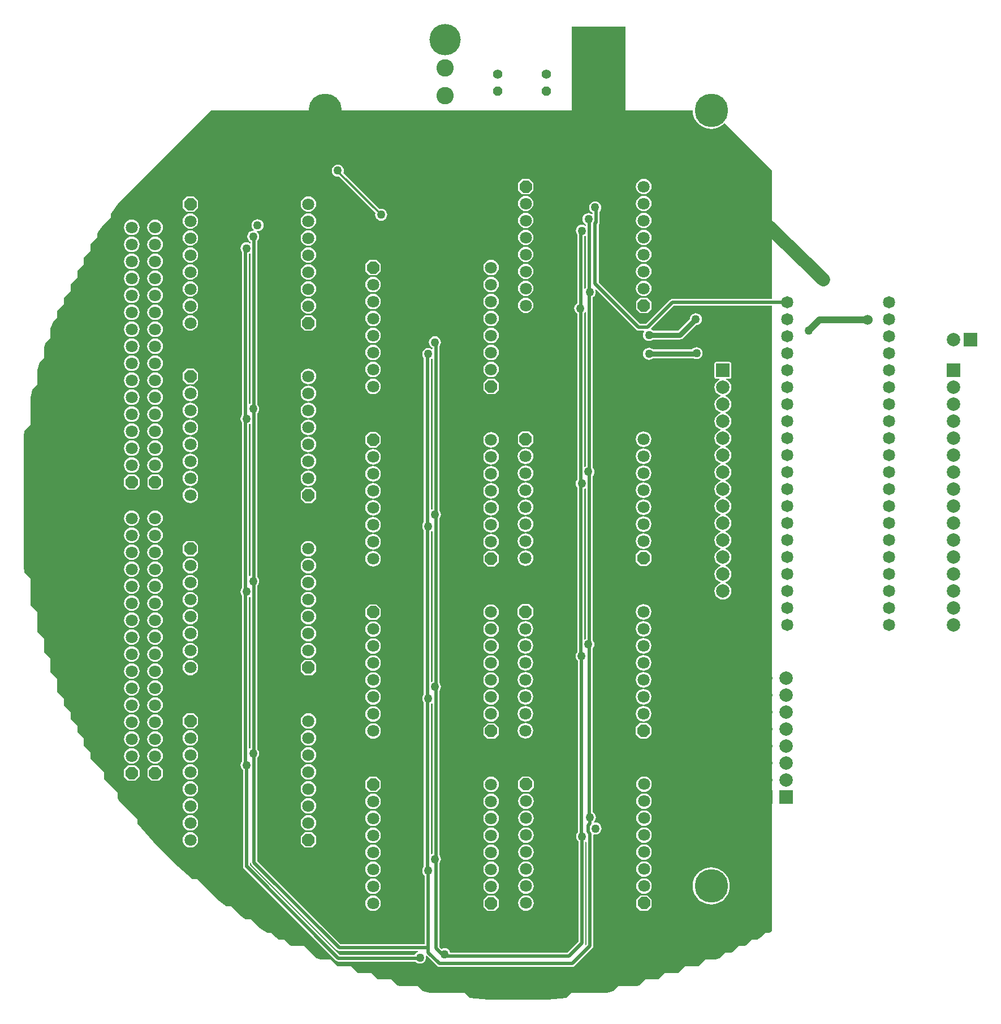
<source format=gbl>
G04 Layer_Physical_Order=2*
G04 Layer_Color=16711680*
%FSLAX44Y44*%
%MOMM*%
G71*
G01*
G75*
%ADD15C,1.0000*%
%ADD16C,0.8000*%
%ADD17C,0.3000*%
%ADD18C,3.0000*%
%ADD19C,2.0000*%
%ADD20C,0.5000*%
%ADD23C,2.6000*%
%ADD24C,1.4000*%
%ADD25P,1.5154X8X112.5*%
%ADD26C,2.0000*%
%ADD27R,2.0000X2.0000*%
%ADD28C,1.5240*%
%ADD29C,1.8000*%
%ADD30P,1.9483X8X112.5*%
%ADD31C,1.8200*%
%ADD32R,2.0000X2.0000*%
%ADD33C,1.2700*%
%ADD34C,4.6800*%
%ADD35C,5.0000*%
G36*
X101651Y392155D02*
Y315101D01*
X100660Y314340D01*
X100169Y313701D01*
X98899Y314132D01*
Y391827D01*
X99883Y392235D01*
X100512Y392717D01*
X101651Y392155D01*
D02*
G37*
G36*
X101401Y14255D02*
Y-210509D01*
X100617Y-210835D01*
X99988Y-211317D01*
X98849Y-210755D01*
Y14010D01*
X99633Y14335D01*
X100262Y14817D01*
X101401Y14255D01*
D02*
G37*
G36*
X-128349Y-307445D02*
Y-531730D01*
X-129083Y-532035D01*
X-129712Y-532517D01*
X-130851Y-531955D01*
Y-307670D01*
X-130117Y-307365D01*
X-129488Y-306883D01*
X-128349Y-307445D01*
D02*
G37*
G36*
Y207955D02*
Y-16330D01*
X-129083Y-16635D01*
X-129712Y-17117D01*
X-130851Y-16556D01*
Y207730D01*
X-130117Y208035D01*
X-129488Y208517D01*
X-128349Y207955D01*
D02*
G37*
G36*
X101501Y278389D02*
Y47711D01*
X100667Y47365D01*
X100038Y46883D01*
X98899Y47445D01*
Y277321D01*
X99340Y277660D01*
X100231Y278821D01*
X101501Y278389D01*
D02*
G37*
G36*
X-128349Y-49745D02*
Y-274030D01*
X-129083Y-274335D01*
X-129712Y-274817D01*
X-130851Y-274256D01*
Y-49970D01*
X-130117Y-49665D01*
X-129488Y-49183D01*
X-128349Y-49745D01*
D02*
G37*
G36*
X-400349Y365956D02*
Y141670D01*
X-401083Y141365D01*
X-401712Y140883D01*
X-402851Y141445D01*
Y365730D01*
X-402117Y366035D01*
X-401488Y366517D01*
X-400349Y365956D01*
D02*
G37*
G36*
X161000Y580000D02*
X261375D01*
X261715Y575678D01*
X262727Y571463D01*
X264386Y567458D01*
X266651Y563762D01*
X269466Y560466D01*
X272762Y557651D01*
X276458Y555386D01*
X280463Y553727D01*
X284678Y552715D01*
X289000Y552375D01*
X293321Y552715D01*
X297537Y553727D01*
X301542Y555386D01*
X305238Y557651D01*
X308534Y560466D01*
X309496Y560504D01*
X380000Y490000D01*
Y298239D01*
X231100D01*
X229133Y297848D01*
X227466Y296734D01*
X191471Y260739D01*
X182528D01*
X120539Y322729D01*
Y409321D01*
X121538Y410816D01*
X121929Y412782D01*
Y428905D01*
X123165Y430517D01*
X124061Y432679D01*
X124367Y435000D01*
X124061Y437321D01*
X123165Y439483D01*
X121740Y441340D01*
X119883Y442765D01*
X117721Y443661D01*
X115400Y443967D01*
X113079Y443661D01*
X110917Y442765D01*
X109060Y441340D01*
X107635Y439483D01*
X106739Y437321D01*
X106433Y435000D01*
X106739Y432679D01*
X107635Y430517D01*
X109060Y428660D01*
X110917Y427235D01*
X111651Y426930D01*
Y425345D01*
X110512Y424783D01*
X109883Y425265D01*
X107721Y426161D01*
X105400Y426467D01*
X103079Y426161D01*
X100917Y425265D01*
X99060Y423840D01*
X97635Y421983D01*
X96739Y419821D01*
X96433Y417500D01*
X96739Y415179D01*
X97635Y413017D01*
X99060Y411160D01*
X100917Y409735D01*
X101651Y409430D01*
Y407845D01*
X100512Y407283D01*
X99883Y407765D01*
X97721Y408661D01*
X95400Y408967D01*
X93079Y408661D01*
X90917Y407765D01*
X89060Y406340D01*
X87635Y404483D01*
X86739Y402321D01*
X86433Y400000D01*
X86739Y397679D01*
X87635Y395517D01*
X88621Y394231D01*
Y291809D01*
X88517Y291765D01*
X86660Y290340D01*
X85235Y288483D01*
X84339Y286321D01*
X84033Y284000D01*
X84339Y281679D01*
X85235Y279517D01*
X86660Y277660D01*
X88517Y276235D01*
X88621Y276191D01*
Y28195D01*
X87385Y26583D01*
X86489Y24421D01*
X86183Y22100D01*
X86489Y19779D01*
X87385Y17617D01*
X88571Y16070D01*
Y-230005D01*
X87335Y-231617D01*
X86439Y-233779D01*
X86133Y-236100D01*
X86439Y-238421D01*
X87335Y-240583D01*
X88760Y-242440D01*
X89961Y-243363D01*
Y-499008D01*
X89300Y-499515D01*
X87875Y-501372D01*
X86979Y-503535D01*
X86673Y-505856D01*
X86979Y-508176D01*
X87875Y-510339D01*
X89300Y-512196D01*
X90501Y-513118D01*
Y-663232D01*
X73871Y-679861D01*
X-101315D01*
X-101339Y-679679D01*
X-102235Y-677517D01*
X-103660Y-675660D01*
X-105517Y-674235D01*
X-107679Y-673339D01*
X-110000Y-673033D01*
X-112321Y-673339D01*
X-114483Y-674235D01*
X-114729Y-674423D01*
X-118071Y-671081D01*
Y-545895D01*
X-116835Y-544283D01*
X-115939Y-542121D01*
X-115633Y-539800D01*
X-115939Y-537479D01*
X-116835Y-535317D01*
X-118071Y-533705D01*
Y-288195D01*
X-116835Y-286583D01*
X-115939Y-284421D01*
X-115633Y-282100D01*
X-115939Y-279779D01*
X-116835Y-277617D01*
X-118071Y-276005D01*
Y-30495D01*
X-116835Y-28883D01*
X-115939Y-26721D01*
X-115633Y-24400D01*
X-115939Y-22079D01*
X-116835Y-19917D01*
X-118071Y-18305D01*
Y227205D01*
X-116835Y228817D01*
X-115939Y230979D01*
X-115633Y233300D01*
X-115939Y235621D01*
X-116835Y237783D01*
X-118260Y239640D01*
X-120117Y241065D01*
X-122279Y241961D01*
X-124600Y242267D01*
X-126921Y241961D01*
X-129083Y241065D01*
X-130940Y239640D01*
X-132365Y237783D01*
X-133261Y235621D01*
X-133567Y233300D01*
X-133261Y230979D01*
X-132365Y228817D01*
X-130940Y226959D01*
X-129083Y225535D01*
X-128349Y225230D01*
Y223645D01*
X-129488Y223083D01*
X-130117Y223565D01*
X-132279Y224461D01*
X-134600Y224767D01*
X-136921Y224461D01*
X-139083Y223565D01*
X-140940Y222140D01*
X-142365Y220283D01*
X-143261Y218121D01*
X-143567Y215800D01*
X-143261Y213479D01*
X-142365Y211317D01*
X-141129Y209705D01*
Y-35805D01*
X-142365Y-37417D01*
X-143261Y-39579D01*
X-143567Y-41900D01*
X-143261Y-44221D01*
X-142365Y-46383D01*
X-141129Y-47995D01*
Y-293505D01*
X-142365Y-295117D01*
X-143261Y-297279D01*
X-143567Y-299600D01*
X-143261Y-301921D01*
X-142365Y-304083D01*
X-141129Y-305695D01*
Y-551205D01*
X-142365Y-552817D01*
X-143261Y-554979D01*
X-143567Y-557300D01*
X-143261Y-559621D01*
X-142365Y-561783D01*
X-140940Y-563641D01*
X-139739Y-564563D01*
Y-666861D01*
X-265872D01*
X-390071Y-542662D01*
Y-387895D01*
X-388835Y-386283D01*
X-387939Y-384121D01*
X-387633Y-381800D01*
X-387939Y-379479D01*
X-388835Y-377317D01*
X-390071Y-375705D01*
Y-130195D01*
X-388835Y-128583D01*
X-387939Y-126421D01*
X-387633Y-124100D01*
X-387939Y-121779D01*
X-388835Y-119617D01*
X-390181Y-117861D01*
Y127362D01*
X-388835Y129117D01*
X-387939Y131279D01*
X-387633Y133600D01*
X-387939Y135921D01*
X-388835Y138083D01*
X-390071Y139695D01*
Y385205D01*
X-388835Y386817D01*
X-387939Y388979D01*
X-387633Y391300D01*
X-387939Y393621D01*
X-388835Y395784D01*
X-390260Y397640D01*
X-390941Y398163D01*
X-390437Y399378D01*
X-390100Y399333D01*
X-387779Y399639D01*
X-385617Y400535D01*
X-383760Y401960D01*
X-382335Y403817D01*
X-381439Y405979D01*
X-381133Y408300D01*
X-381439Y410621D01*
X-382335Y412783D01*
X-383760Y414641D01*
X-385617Y416065D01*
X-387779Y416961D01*
X-390100Y417267D01*
X-392421Y416961D01*
X-394583Y416065D01*
X-396440Y414641D01*
X-397865Y412783D01*
X-398761Y410621D01*
X-399067Y408300D01*
X-398761Y405979D01*
X-397865Y403817D01*
X-396440Y401960D01*
X-395760Y401437D01*
X-396263Y400222D01*
X-396600Y400267D01*
X-398921Y399961D01*
X-401083Y399066D01*
X-402940Y397640D01*
X-404365Y395784D01*
X-405261Y393621D01*
X-405567Y391300D01*
X-405261Y388979D01*
X-404365Y386817D01*
X-402940Y384960D01*
X-401083Y383535D01*
X-400349Y383230D01*
Y381645D01*
X-401488Y381083D01*
X-402117Y381566D01*
X-404279Y382461D01*
X-406600Y382767D01*
X-408921Y382461D01*
X-411083Y381566D01*
X-412940Y380140D01*
X-414365Y378283D01*
X-415261Y376121D01*
X-415567Y373800D01*
X-415261Y371479D01*
X-414365Y369317D01*
X-413129Y367705D01*
Y125008D01*
X-414475Y123253D01*
X-415371Y121091D01*
X-415677Y118770D01*
X-415371Y116449D01*
X-414475Y114287D01*
X-413129Y112532D01*
Y-133905D01*
X-414365Y-135517D01*
X-415261Y-137679D01*
X-415567Y-140000D01*
X-415261Y-142321D01*
X-414365Y-144483D01*
X-413129Y-146095D01*
Y-393205D01*
X-414365Y-394817D01*
X-415261Y-396979D01*
X-415567Y-399300D01*
X-415261Y-401621D01*
X-414365Y-403783D01*
X-412940Y-405640D01*
X-411739Y-406562D01*
Y-550400D01*
Y-550700D01*
X-411348Y-552666D01*
X-410234Y-554333D01*
X-409330Y-554937D01*
X-272634Y-691634D01*
X-270966Y-692748D01*
X-269000Y-693139D01*
X-153495D01*
X-153340Y-693340D01*
X-151483Y-694765D01*
X-149321Y-695661D01*
X-147000Y-695967D01*
X-144679Y-695661D01*
X-142517Y-694765D01*
X-140660Y-693340D01*
X-139235Y-691483D01*
X-138339Y-689321D01*
X-138033Y-687000D01*
X-138332Y-684731D01*
X-138253Y-684634D01*
X-137228Y-684039D01*
X-121634Y-699634D01*
X-119966Y-700748D01*
X-118000Y-701139D01*
X81000D01*
X82966Y-700748D01*
X84634Y-699634D01*
X111133Y-673134D01*
X112247Y-671467D01*
X112639Y-669500D01*
Y-503357D01*
X112893Y-503186D01*
X113909Y-502691D01*
X116000Y-502967D01*
X118321Y-502661D01*
X120483Y-501765D01*
X122340Y-500340D01*
X123765Y-498483D01*
X124661Y-496321D01*
X124967Y-494000D01*
X124661Y-491679D01*
X123765Y-489517D01*
X122340Y-487660D01*
X120483Y-486235D01*
X118321Y-485339D01*
X116000Y-485033D01*
X114033Y-485292D01*
X113530Y-484077D01*
X113840Y-483840D01*
X115265Y-481983D01*
X116161Y-479820D01*
X116467Y-477499D01*
X116161Y-475178D01*
X115265Y-473016D01*
X113840Y-471159D01*
X111983Y-469734D01*
X111629Y-469587D01*
Y-224695D01*
X112865Y-223083D01*
X113761Y-220921D01*
X114067Y-218600D01*
X113761Y-216279D01*
X112865Y-214117D01*
X111679Y-212570D01*
Y33505D01*
X112915Y35117D01*
X113811Y37279D01*
X114117Y39600D01*
X113811Y41921D01*
X112915Y44083D01*
X111779Y45565D01*
Y295506D01*
X111929Y296260D01*
Y300576D01*
X113340Y301660D01*
X114765Y303517D01*
X115661Y305679D01*
X115967Y308000D01*
X115661Y310321D01*
X114986Y311951D01*
X116063Y312670D01*
X176766Y251966D01*
X178433Y250852D01*
X180400Y250461D01*
X188151D01*
X188778Y249191D01*
X188235Y248483D01*
X187339Y246321D01*
X187033Y244000D01*
X187339Y241679D01*
X188235Y239517D01*
X189660Y237660D01*
X191517Y236235D01*
X193679Y235339D01*
X196000Y235033D01*
X198321Y235339D01*
X200483Y236235D01*
X202007Y237404D01*
X242300D01*
X244007Y237628D01*
X245598Y238287D01*
X246964Y239336D01*
X266417Y258788D01*
X268321Y259039D01*
X270483Y259935D01*
X272340Y261360D01*
X273765Y263217D01*
X274661Y265379D01*
X274967Y267700D01*
X274661Y270021D01*
X273765Y272183D01*
X272340Y274040D01*
X270483Y275465D01*
X268321Y276361D01*
X266000Y276667D01*
X263679Y276361D01*
X261517Y275465D01*
X259660Y274040D01*
X258235Y272183D01*
X257339Y270021D01*
X257088Y268117D01*
X239568Y250596D01*
X202007D01*
X200483Y251765D01*
X199313Y252250D01*
X199015Y253748D01*
X233228Y287961D01*
X380000D01*
Y-647467D01*
X375552Y-650000D01*
X370000D01*
X362657Y-657343D01*
X357991Y-660000D01*
X350000D01*
X341210Y-668790D01*
X338897Y-670000D01*
X330000D01*
X321430Y-678570D01*
X318441Y-680000D01*
X310000D01*
X302856Y-687144D01*
X296295Y-690000D01*
X280000D01*
X270000Y-700000D01*
X250000D01*
X240000Y-710000D01*
X220000D01*
X210000Y-720000D01*
X190000D01*
X180848Y-729152D01*
X177261Y-730000D01*
X150000D01*
X142363Y-737637D01*
X132535Y-739592D01*
X130015Y-740000D01*
X80000D01*
X72140Y-747860D01*
X53251Y-749550D01*
X44857Y-750000D01*
X-44857D01*
X-53251Y-749550D01*
X-72140Y-747860D01*
X-80000Y-740000D01*
X-130015D01*
X-132535Y-739592D01*
X-142363Y-737637D01*
X-150000Y-730000D01*
X-177261D01*
X-180848Y-729152D01*
X-190000Y-720000D01*
X-210000D01*
X-220000Y-710000D01*
X-240000D01*
X-250000Y-700000D01*
X-270000D01*
X-280000Y-690000D01*
X-296295D01*
X-302856Y-687144D01*
X-320000Y-670000D01*
X-338897D01*
X-341210Y-668790D01*
X-350000Y-660000D01*
X-357991D01*
X-362657Y-657343D01*
X-370000Y-650000D01*
X-375552D01*
X-380892Y-646959D01*
X-386513Y-643487D01*
X-400000Y-630000D01*
X-407985D01*
X-414057Y-625943D01*
X-430000Y-610000D01*
X-437022D01*
X-447332Y-602565D01*
X-447791Y-602209D01*
X-480000Y-570000D01*
X-487782D01*
X-488822Y-569131D01*
X-508646Y-551324D01*
X-509506Y-550494D01*
X-545494Y-514506D01*
X-546324Y-513646D01*
X-564131Y-493822D01*
X-570000Y-486799D01*
Y-480000D01*
X-597209Y-452791D01*
X-597566Y-452332D01*
X-600000Y-448956D01*
Y-440000D01*
X-620000Y-420000D01*
Y-410000D01*
X-638487Y-391513D01*
X-640000Y-389064D01*
Y-380000D01*
X-650000Y-370000D01*
Y-360000D01*
X-660000Y-350000D01*
Y-340000D01*
X-670000Y-330000D01*
Y-320000D01*
X-680000Y-310000D01*
Y-300000D01*
X-689818Y-290182D01*
X-690000Y-289719D01*
Y-270000D01*
X-700000Y-260000D01*
Y-240000D01*
X-710000Y-230000D01*
Y-210000D01*
X-720000Y-200000D01*
Y-170000D01*
X-730000Y-160000D01*
Y-120000D01*
X-738866Y-111134D01*
X-740000Y-102108D01*
Y92108D01*
X-738866Y101134D01*
X-730000Y110000D01*
Y150619D01*
X-729393Y153670D01*
X-727247Y162753D01*
X-720000Y170000D01*
Y191504D01*
X-716788Y203212D01*
X-710000Y210000D01*
Y225150D01*
X-708253Y230729D01*
X-707698Y232302D01*
X-700000Y240000D01*
Y254123D01*
X-699388Y255858D01*
X-696304Y263696D01*
X-690000Y270000D01*
Y279719D01*
X-689818Y280182D01*
X-680000Y290000D01*
Y300000D01*
X-670000Y310000D01*
Y320000D01*
X-660000Y330000D01*
Y340000D01*
X-650000Y350000D01*
Y360000D01*
X-640000Y370000D01*
Y379064D01*
X-638487Y381513D01*
X-630000Y390000D01*
Y395252D01*
X-627955Y398562D01*
X-620943Y409057D01*
X-610000Y420000D01*
Y425088D01*
X-597566Y442332D01*
X-597209Y442791D01*
X-460000Y580000D01*
X80000D01*
Y705000D01*
X161000D01*
Y580000D01*
D02*
G37*
G36*
X-400349Y-147845D02*
Y-373730D01*
X-401083Y-374035D01*
X-401712Y-374517D01*
X-402851Y-373955D01*
Y-148070D01*
X-402117Y-147765D01*
X-401488Y-147283D01*
X-400349Y-147845D01*
D02*
G37*
G36*
X102361Y-514652D02*
Y-667372D01*
X101036Y-668697D01*
X100049Y-667887D01*
X100498Y-667216D01*
X100889Y-665250D01*
X100779Y-664697D01*
Y-514141D01*
X101091Y-513946D01*
X102361Y-514652D01*
D02*
G37*
G36*
X-399958Y-546757D02*
X-398844Y-548424D01*
X-271634Y-675634D01*
X-269967Y-676748D01*
X-268000Y-677139D01*
X-149589D01*
X-149321Y-678339D01*
X-151483Y-679235D01*
X-153340Y-680660D01*
X-154765Y-682517D01*
X-154908Y-682861D01*
X-266871D01*
X-401461Y-548271D01*
Y-545707D01*
X-400191Y-545582D01*
X-399958Y-546757D01*
D02*
G37*
G36*
X-400459Y110926D02*
Y-116076D01*
X-401083Y-116334D01*
X-401712Y-116817D01*
X-402851Y-116255D01*
Y110746D01*
X-402227Y111005D01*
X-401598Y111487D01*
X-400459Y110926D01*
D02*
G37*
%LPC*%
G36*
X11050Y-77960D02*
X8037Y-78357D01*
X5230Y-79520D01*
X2820Y-81370D01*
X970Y-83780D01*
X-193Y-86587D01*
X-589Y-89600D01*
X-193Y-92612D01*
X970Y-95420D01*
X2820Y-97830D01*
X5230Y-99680D01*
X8037Y-100843D01*
X11050Y-101240D01*
X14063Y-100843D01*
X16870Y-99680D01*
X19281Y-97830D01*
X21130Y-95420D01*
X22293Y-92612D01*
X22690Y-89600D01*
X22293Y-86587D01*
X21130Y-83780D01*
X19281Y-81370D01*
X16870Y-79520D01*
X14063Y-78357D01*
X11050Y-77960D01*
D02*
G37*
G36*
X192250Y-78010D02*
X183250D01*
X182259Y-78207D01*
X181419Y-78769D01*
X176919Y-83269D01*
X176357Y-84109D01*
X176160Y-85100D01*
Y-94100D01*
X176357Y-95091D01*
X176919Y-95931D01*
X181419Y-100431D01*
X182259Y-100993D01*
X183250Y-101190D01*
X192250D01*
X193241Y-100993D01*
X194081Y-100431D01*
X198581Y-95931D01*
X199143Y-95091D01*
X199340Y-94100D01*
Y-85100D01*
X199143Y-84109D01*
X198581Y-83269D01*
X194081Y-78769D01*
X193241Y-78207D01*
X192250Y-78010D01*
D02*
G37*
G36*
X187700Y-234560D02*
X184687Y-234957D01*
X181880Y-236120D01*
X179470Y-237970D01*
X177620Y-240380D01*
X176457Y-243187D01*
X176060Y-246200D01*
X176457Y-249212D01*
X177620Y-252020D01*
X179470Y-254430D01*
X181880Y-256280D01*
X184687Y-257443D01*
X187700Y-257840D01*
X190713Y-257443D01*
X193520Y-256280D01*
X195930Y-254430D01*
X197780Y-252020D01*
X198943Y-249212D01*
X199340Y-246200D01*
X198943Y-243187D01*
X197780Y-240380D01*
X195930Y-237970D01*
X193520Y-236120D01*
X190713Y-234957D01*
X187700Y-234560D01*
D02*
G37*
G36*
X-40500Y-234960D02*
X-43513Y-235357D01*
X-46320Y-236520D01*
X-48730Y-238370D01*
X-50580Y-240780D01*
X-51743Y-243587D01*
X-52140Y-246600D01*
X-51743Y-249613D01*
X-50580Y-252420D01*
X-48730Y-254830D01*
X-46320Y-256680D01*
X-43513Y-257843D01*
X-40500Y-258240D01*
X-37487Y-257843D01*
X-34680Y-256680D01*
X-32270Y-254830D01*
X-30420Y-252420D01*
X-29257Y-249613D01*
X-28860Y-246600D01*
X-29257Y-243587D01*
X-30420Y-240780D01*
X-32270Y-238370D01*
X-34680Y-236520D01*
X-37487Y-235357D01*
X-40500Y-234960D01*
D02*
G37*
G36*
X-217200D02*
X-220212Y-235357D01*
X-223020Y-236520D01*
X-225430Y-238370D01*
X-227280Y-240780D01*
X-228443Y-243587D01*
X-228839Y-246600D01*
X-228443Y-249613D01*
X-227280Y-252420D01*
X-225430Y-254830D01*
X-223020Y-256680D01*
X-220212Y-257843D01*
X-217200Y-258240D01*
X-214187Y-257843D01*
X-211380Y-256680D01*
X-208970Y-254830D01*
X-207120Y-252420D01*
X-205957Y-249613D01*
X-205560Y-246600D01*
X-205957Y-243587D01*
X-207120Y-240780D01*
X-208970Y-238370D01*
X-211380Y-236520D01*
X-214187Y-235357D01*
X-217200Y-234960D01*
D02*
G37*
G36*
X11000Y-234560D02*
X7987Y-234957D01*
X5180Y-236120D01*
X2770Y-237970D01*
X920Y-240380D01*
X-243Y-243187D01*
X-640Y-246200D01*
X-243Y-249212D01*
X920Y-252020D01*
X2770Y-254430D01*
X5180Y-256280D01*
X7987Y-257443D01*
X11000Y-257840D01*
X14013Y-257443D01*
X16820Y-256280D01*
X19230Y-254430D01*
X21080Y-252020D01*
X22243Y-249212D01*
X22640Y-246200D01*
X22243Y-243187D01*
X21080Y-240380D01*
X19230Y-237970D01*
X16820Y-236120D01*
X14013Y-234957D01*
X11000Y-234560D01*
D02*
G37*
G36*
X-40500Y-209561D02*
X-43513Y-209957D01*
X-46320Y-211120D01*
X-48730Y-212970D01*
X-50580Y-215380D01*
X-51743Y-218188D01*
X-52140Y-221200D01*
X-51743Y-224213D01*
X-50580Y-227020D01*
X-48730Y-229431D01*
X-46320Y-231280D01*
X-43513Y-232443D01*
X-40500Y-232840D01*
X-37487Y-232443D01*
X-34680Y-231280D01*
X-32270Y-229431D01*
X-30420Y-227020D01*
X-29257Y-224213D01*
X-28860Y-221200D01*
X-29257Y-218188D01*
X-30420Y-215380D01*
X-32270Y-212970D01*
X-34680Y-211120D01*
X-37487Y-209957D01*
X-40500Y-209561D01*
D02*
G37*
G36*
X-217200D02*
X-220212Y-209957D01*
X-223020Y-211120D01*
X-225430Y-212970D01*
X-227280Y-215380D01*
X-228443Y-218188D01*
X-228839Y-221200D01*
X-228443Y-224213D01*
X-227280Y-227020D01*
X-225430Y-229431D01*
X-223020Y-231280D01*
X-220212Y-232443D01*
X-217200Y-232840D01*
X-214187Y-232443D01*
X-211380Y-231280D01*
X-208970Y-229431D01*
X-207120Y-227020D01*
X-205957Y-224213D01*
X-205560Y-221200D01*
X-205957Y-218188D01*
X-207120Y-215380D01*
X-208970Y-212970D01*
X-211380Y-211120D01*
X-214187Y-209957D01*
X-217200Y-209561D01*
D02*
G37*
G36*
X11000Y-209160D02*
X7987Y-209557D01*
X5180Y-210720D01*
X2770Y-212570D01*
X920Y-214980D01*
X-243Y-217787D01*
X-640Y-220800D01*
X-243Y-223813D01*
X920Y-226620D01*
X2770Y-229030D01*
X5180Y-230880D01*
X7987Y-232043D01*
X11000Y-232439D01*
X14013Y-232043D01*
X16820Y-230880D01*
X19230Y-229030D01*
X21080Y-226620D01*
X22243Y-223813D01*
X22640Y-220800D01*
X22243Y-217787D01*
X21080Y-214980D01*
X19230Y-212570D01*
X16820Y-210720D01*
X14013Y-209557D01*
X11000Y-209160D01*
D02*
G37*
G36*
X-36000Y-78910D02*
X-45000D01*
X-45991Y-79107D01*
X-46831Y-79669D01*
X-51331Y-84169D01*
X-51893Y-85009D01*
X-52090Y-86000D01*
Y-95000D01*
X-51893Y-95991D01*
X-51331Y-96831D01*
X-46831Y-101331D01*
X-45991Y-101893D01*
X-45000Y-102090D01*
X-36000D01*
X-35009Y-101893D01*
X-34169Y-101331D01*
X-29669Y-96831D01*
X-29107Y-95991D01*
X-28910Y-95000D01*
Y-86000D01*
X-29107Y-85009D01*
X-29669Y-84169D01*
X-34169Y-79669D01*
X-35009Y-79107D01*
X-36000Y-78910D01*
D02*
G37*
G36*
X-543500Y-221560D02*
X-546513Y-221957D01*
X-549320Y-223120D01*
X-551730Y-224970D01*
X-553580Y-227380D01*
X-554743Y-230187D01*
X-555140Y-233200D01*
X-554743Y-236213D01*
X-553580Y-239020D01*
X-551730Y-241430D01*
X-549320Y-243280D01*
X-546513Y-244443D01*
X-543500Y-244839D01*
X-540488Y-244443D01*
X-537680Y-243280D01*
X-535270Y-241430D01*
X-533420Y-239020D01*
X-532257Y-236213D01*
X-531861Y-233200D01*
X-532257Y-230187D01*
X-533420Y-227380D01*
X-535270Y-224970D01*
X-537680Y-223120D01*
X-540488Y-221957D01*
X-543500Y-221560D01*
D02*
G37*
G36*
X-578500D02*
X-581513Y-221957D01*
X-584320Y-223120D01*
X-586730Y-224970D01*
X-588580Y-227380D01*
X-589743Y-230187D01*
X-590140Y-233200D01*
X-589743Y-236213D01*
X-588580Y-239020D01*
X-586730Y-241430D01*
X-584320Y-243280D01*
X-581513Y-244443D01*
X-578500Y-244839D01*
X-575488Y-244443D01*
X-572680Y-243280D01*
X-570270Y-241430D01*
X-568420Y-239020D01*
X-567257Y-236213D01*
X-566861Y-233200D01*
X-567257Y-230187D01*
X-568420Y-227380D01*
X-570270Y-224970D01*
X-572680Y-223120D01*
X-575488Y-221957D01*
X-578500Y-221560D01*
D02*
G37*
G36*
X-314000Y-216260D02*
X-317013Y-216657D01*
X-319820Y-217820D01*
X-322230Y-219670D01*
X-324080Y-222080D01*
X-325243Y-224887D01*
X-325640Y-227900D01*
X-325243Y-230912D01*
X-324080Y-233720D01*
X-322230Y-236130D01*
X-319820Y-237980D01*
X-317013Y-239143D01*
X-314000Y-239540D01*
X-310987Y-239143D01*
X-308180Y-237980D01*
X-305770Y-236130D01*
X-303920Y-233720D01*
X-302757Y-230912D01*
X-302360Y-227900D01*
X-302757Y-224887D01*
X-303920Y-222080D01*
X-305770Y-219670D01*
X-308180Y-217820D01*
X-310987Y-216657D01*
X-314000Y-216260D01*
D02*
G37*
G36*
X-490700D02*
X-493713Y-216657D01*
X-496520Y-217820D01*
X-498930Y-219670D01*
X-500780Y-222080D01*
X-501943Y-224887D01*
X-502340Y-227900D01*
X-501943Y-230912D01*
X-500780Y-233720D01*
X-498930Y-236130D01*
X-496520Y-237980D01*
X-493713Y-239143D01*
X-490700Y-239540D01*
X-487687Y-239143D01*
X-484880Y-237980D01*
X-482470Y-236130D01*
X-480620Y-233720D01*
X-479457Y-230912D01*
X-479060Y-227900D01*
X-479457Y-224887D01*
X-480620Y-222080D01*
X-482470Y-219670D01*
X-484880Y-217820D01*
X-487687Y-216657D01*
X-490700Y-216260D01*
D02*
G37*
G36*
X-309500Y-241710D02*
X-318500D01*
X-319491Y-241907D01*
X-320331Y-242469D01*
X-324831Y-246969D01*
X-325393Y-247809D01*
X-325590Y-248800D01*
Y-257800D01*
X-325393Y-258791D01*
X-324831Y-259631D01*
X-320331Y-264131D01*
X-319491Y-264693D01*
X-318500Y-264890D01*
X-309500D01*
X-308509Y-264693D01*
X-307669Y-264131D01*
X-303169Y-259631D01*
X-302607Y-258791D01*
X-302410Y-257800D01*
Y-248800D01*
X-302607Y-247809D01*
X-303169Y-246969D01*
X-307669Y-242469D01*
X-308509Y-241907D01*
X-309500Y-241710D01*
D02*
G37*
G36*
X187700Y-285360D02*
X184687Y-285757D01*
X181880Y-286920D01*
X179470Y-288770D01*
X177620Y-291180D01*
X176457Y-293987D01*
X176060Y-297000D01*
X176457Y-300012D01*
X177620Y-302820D01*
X179470Y-305230D01*
X181880Y-307080D01*
X184687Y-308243D01*
X187700Y-308640D01*
X190713Y-308243D01*
X193520Y-307080D01*
X195930Y-305230D01*
X197780Y-302820D01*
X198943Y-300012D01*
X199340Y-297000D01*
X198943Y-293987D01*
X197780Y-291180D01*
X195930Y-288770D01*
X193520Y-286920D01*
X190713Y-285757D01*
X187700Y-285360D01*
D02*
G37*
G36*
X-578500Y-272360D02*
X-581513Y-272757D01*
X-584320Y-273920D01*
X-586730Y-275770D01*
X-588580Y-278180D01*
X-589743Y-280987D01*
X-590140Y-284000D01*
X-589743Y-287013D01*
X-588580Y-289820D01*
X-586730Y-292230D01*
X-584320Y-294080D01*
X-581513Y-295243D01*
X-578500Y-295639D01*
X-575488Y-295243D01*
X-572680Y-294080D01*
X-570270Y-292230D01*
X-568420Y-289820D01*
X-567257Y-287013D01*
X-566861Y-284000D01*
X-567257Y-280987D01*
X-568420Y-278180D01*
X-570270Y-275770D01*
X-572680Y-273920D01*
X-575488Y-272757D01*
X-578500Y-272360D01*
D02*
G37*
G36*
X-543500D02*
X-546513Y-272757D01*
X-549320Y-273920D01*
X-551730Y-275770D01*
X-553580Y-278180D01*
X-554743Y-280987D01*
X-555140Y-284000D01*
X-554743Y-287013D01*
X-553580Y-289820D01*
X-551730Y-292230D01*
X-549320Y-294080D01*
X-546513Y-295243D01*
X-543500Y-295639D01*
X-540488Y-295243D01*
X-537680Y-294080D01*
X-535270Y-292230D01*
X-533420Y-289820D01*
X-532257Y-287013D01*
X-531861Y-284000D01*
X-532257Y-280987D01*
X-533420Y-278180D01*
X-535270Y-275770D01*
X-537680Y-273920D01*
X-540488Y-272757D01*
X-543500Y-272360D01*
D02*
G37*
G36*
X11000Y-285360D02*
X7987Y-285757D01*
X5180Y-286920D01*
X2770Y-288770D01*
X920Y-291180D01*
X-243Y-293987D01*
X-640Y-297000D01*
X-243Y-300012D01*
X920Y-302820D01*
X2770Y-305230D01*
X5180Y-307080D01*
X7987Y-308243D01*
X11000Y-308640D01*
X14013Y-308243D01*
X16820Y-307080D01*
X19230Y-305230D01*
X21080Y-302820D01*
X22243Y-300012D01*
X22640Y-297000D01*
X22243Y-293987D01*
X21080Y-291180D01*
X19230Y-288770D01*
X16820Y-286920D01*
X14013Y-285757D01*
X11000Y-285360D01*
D02*
G37*
G36*
X-543500Y-297760D02*
X-546513Y-298157D01*
X-549320Y-299320D01*
X-551730Y-301170D01*
X-553580Y-303580D01*
X-554743Y-306387D01*
X-555140Y-309400D01*
X-554743Y-312412D01*
X-553580Y-315220D01*
X-551730Y-317630D01*
X-549320Y-319480D01*
X-546513Y-320643D01*
X-543500Y-321040D01*
X-540488Y-320643D01*
X-537680Y-319480D01*
X-535270Y-317630D01*
X-533420Y-315220D01*
X-532257Y-312412D01*
X-531861Y-309400D01*
X-532257Y-306387D01*
X-533420Y-303580D01*
X-535270Y-301170D01*
X-537680Y-299320D01*
X-540488Y-298157D01*
X-543500Y-297760D01*
D02*
G37*
G36*
X-217200Y-285760D02*
X-220212Y-286157D01*
X-223020Y-287320D01*
X-225430Y-289170D01*
X-227280Y-291580D01*
X-228443Y-294387D01*
X-228839Y-297400D01*
X-228443Y-300413D01*
X-227280Y-303220D01*
X-225430Y-305630D01*
X-223020Y-307480D01*
X-220212Y-308643D01*
X-217200Y-309040D01*
X-214187Y-308643D01*
X-211380Y-307480D01*
X-208970Y-305630D01*
X-207120Y-303220D01*
X-205957Y-300413D01*
X-205560Y-297400D01*
X-205957Y-294387D01*
X-207120Y-291580D01*
X-208970Y-289170D01*
X-211380Y-287320D01*
X-214187Y-286157D01*
X-217200Y-285760D01*
D02*
G37*
G36*
X-40500D02*
X-43513Y-286157D01*
X-46320Y-287320D01*
X-48730Y-289170D01*
X-50580Y-291580D01*
X-51743Y-294387D01*
X-52140Y-297400D01*
X-51743Y-300413D01*
X-50580Y-303220D01*
X-48730Y-305630D01*
X-46320Y-307480D01*
X-43513Y-308643D01*
X-40500Y-309040D01*
X-37487Y-308643D01*
X-34680Y-307480D01*
X-32270Y-305630D01*
X-30420Y-303220D01*
X-29257Y-300413D01*
X-28860Y-297400D01*
X-29257Y-294387D01*
X-30420Y-291580D01*
X-32270Y-289170D01*
X-34680Y-287320D01*
X-37487Y-286157D01*
X-40500Y-285760D01*
D02*
G37*
G36*
X-578500Y-246960D02*
X-581513Y-247357D01*
X-584320Y-248520D01*
X-586730Y-250370D01*
X-588580Y-252780D01*
X-589743Y-255587D01*
X-590140Y-258600D01*
X-589743Y-261612D01*
X-588580Y-264420D01*
X-586730Y-266830D01*
X-584320Y-268680D01*
X-581513Y-269843D01*
X-578500Y-270240D01*
X-575488Y-269843D01*
X-572680Y-268680D01*
X-570270Y-266830D01*
X-568420Y-264420D01*
X-567257Y-261612D01*
X-566861Y-258600D01*
X-567257Y-255587D01*
X-568420Y-252780D01*
X-570270Y-250370D01*
X-572680Y-248520D01*
X-575488Y-247357D01*
X-578500Y-246960D01*
D02*
G37*
G36*
X-543500D02*
X-546513Y-247357D01*
X-549320Y-248520D01*
X-551730Y-250370D01*
X-553580Y-252780D01*
X-554743Y-255587D01*
X-555140Y-258600D01*
X-554743Y-261612D01*
X-553580Y-264420D01*
X-551730Y-266830D01*
X-549320Y-268680D01*
X-546513Y-269843D01*
X-543500Y-270240D01*
X-540488Y-269843D01*
X-537680Y-268680D01*
X-535270Y-266830D01*
X-533420Y-264420D01*
X-532257Y-261612D01*
X-531861Y-258600D01*
X-532257Y-255587D01*
X-533420Y-252780D01*
X-535270Y-250370D01*
X-537680Y-248520D01*
X-540488Y-247357D01*
X-543500Y-246960D01*
D02*
G37*
G36*
X-490700Y-241660D02*
X-493713Y-242057D01*
X-496520Y-243220D01*
X-498930Y-245070D01*
X-500780Y-247480D01*
X-501943Y-250287D01*
X-502340Y-253300D01*
X-501943Y-256313D01*
X-500780Y-259120D01*
X-498930Y-261530D01*
X-496520Y-263380D01*
X-493713Y-264543D01*
X-490700Y-264939D01*
X-487687Y-264543D01*
X-484880Y-263380D01*
X-482470Y-261530D01*
X-480620Y-259120D01*
X-479457Y-256313D01*
X-479060Y-253300D01*
X-479457Y-250287D01*
X-480620Y-247480D01*
X-482470Y-245070D01*
X-484880Y-243220D01*
X-487687Y-242057D01*
X-490700Y-241660D01*
D02*
G37*
G36*
X187700Y-259960D02*
X184687Y-260357D01*
X181880Y-261520D01*
X179470Y-263370D01*
X177620Y-265780D01*
X176457Y-268587D01*
X176060Y-271600D01*
X176457Y-274613D01*
X177620Y-277420D01*
X179470Y-279830D01*
X181880Y-281680D01*
X184687Y-282843D01*
X187700Y-283239D01*
X190713Y-282843D01*
X193520Y-281680D01*
X195930Y-279830D01*
X197780Y-277420D01*
X198943Y-274613D01*
X199340Y-271600D01*
X198943Y-268587D01*
X197780Y-265780D01*
X195930Y-263370D01*
X193520Y-261520D01*
X190713Y-260357D01*
X187700Y-259960D01*
D02*
G37*
G36*
X-217200Y-260361D02*
X-220212Y-260757D01*
X-223020Y-261920D01*
X-225430Y-263770D01*
X-227280Y-266180D01*
X-228443Y-268988D01*
X-228839Y-272000D01*
X-228443Y-275013D01*
X-227280Y-277820D01*
X-225430Y-280231D01*
X-223020Y-282080D01*
X-220212Y-283243D01*
X-217200Y-283640D01*
X-214187Y-283243D01*
X-211380Y-282080D01*
X-208970Y-280231D01*
X-207120Y-277820D01*
X-205957Y-275013D01*
X-205560Y-272000D01*
X-205957Y-268988D01*
X-207120Y-266180D01*
X-208970Y-263770D01*
X-211380Y-261920D01*
X-214187Y-260757D01*
X-217200Y-260361D01*
D02*
G37*
G36*
X-40500D02*
X-43513Y-260757D01*
X-46320Y-261920D01*
X-48730Y-263770D01*
X-50580Y-266180D01*
X-51743Y-268988D01*
X-52140Y-272000D01*
X-51743Y-275013D01*
X-50580Y-277820D01*
X-48730Y-280231D01*
X-46320Y-282080D01*
X-43513Y-283243D01*
X-40500Y-283640D01*
X-37487Y-283243D01*
X-34680Y-282080D01*
X-32270Y-280231D01*
X-30420Y-277820D01*
X-29257Y-275013D01*
X-28860Y-272000D01*
X-29257Y-268988D01*
X-30420Y-266180D01*
X-32270Y-263770D01*
X-34680Y-261920D01*
X-37487Y-260757D01*
X-40500Y-260361D01*
D02*
G37*
G36*
X11000Y-259960D02*
X7987Y-260357D01*
X5180Y-261520D01*
X2770Y-263370D01*
X920Y-265780D01*
X-243Y-268587D01*
X-640Y-271600D01*
X-243Y-274613D01*
X920Y-277420D01*
X2770Y-279830D01*
X5180Y-281680D01*
X7987Y-282843D01*
X11000Y-283239D01*
X14013Y-282843D01*
X16820Y-281680D01*
X19230Y-279830D01*
X21080Y-277420D01*
X22243Y-274613D01*
X22640Y-271600D01*
X22243Y-268587D01*
X21080Y-265780D01*
X19230Y-263370D01*
X16820Y-261520D01*
X14013Y-260357D01*
X11000Y-259960D01*
D02*
G37*
G36*
X-578500Y-145360D02*
X-581513Y-145757D01*
X-584320Y-146920D01*
X-586730Y-148770D01*
X-588580Y-151180D01*
X-589743Y-153987D01*
X-590140Y-157000D01*
X-589743Y-160012D01*
X-588580Y-162820D01*
X-586730Y-165230D01*
X-584320Y-167080D01*
X-581513Y-168243D01*
X-578500Y-168640D01*
X-575488Y-168243D01*
X-572680Y-167080D01*
X-570270Y-165230D01*
X-568420Y-162820D01*
X-567257Y-160012D01*
X-566861Y-157000D01*
X-567257Y-153987D01*
X-568420Y-151180D01*
X-570270Y-148770D01*
X-572680Y-146920D01*
X-575488Y-145757D01*
X-578500Y-145360D01*
D02*
G37*
G36*
X-543500D02*
X-546513Y-145757D01*
X-549320Y-146920D01*
X-551730Y-148770D01*
X-553580Y-151180D01*
X-554743Y-153987D01*
X-555140Y-157000D01*
X-554743Y-160012D01*
X-553580Y-162820D01*
X-551730Y-165230D01*
X-549320Y-167080D01*
X-546513Y-168243D01*
X-543500Y-168640D01*
X-540488Y-168243D01*
X-537680Y-167080D01*
X-535270Y-165230D01*
X-533420Y-162820D01*
X-532257Y-160012D01*
X-531861Y-157000D01*
X-532257Y-153987D01*
X-533420Y-151180D01*
X-535270Y-148770D01*
X-537680Y-146920D01*
X-540488Y-145757D01*
X-543500Y-145360D01*
D02*
G37*
G36*
X-490700Y-140060D02*
X-493713Y-140457D01*
X-496520Y-141620D01*
X-498930Y-143470D01*
X-500780Y-145880D01*
X-501943Y-148687D01*
X-502340Y-151700D01*
X-501943Y-154712D01*
X-500780Y-157520D01*
X-498930Y-159930D01*
X-496520Y-161780D01*
X-493713Y-162943D01*
X-490700Y-163340D01*
X-487687Y-162943D01*
X-484880Y-161780D01*
X-482470Y-159930D01*
X-480620Y-157520D01*
X-479457Y-154712D01*
X-479060Y-151700D01*
X-479457Y-148687D01*
X-480620Y-145880D01*
X-482470Y-143470D01*
X-484880Y-141620D01*
X-487687Y-140457D01*
X-490700Y-140060D01*
D02*
G37*
G36*
X15500Y-158410D02*
X6500D01*
X5509Y-158607D01*
X4669Y-159169D01*
X169Y-163669D01*
X-393Y-164509D01*
X-590Y-165500D01*
Y-174500D01*
X-393Y-175491D01*
X169Y-176331D01*
X4669Y-180831D01*
X5509Y-181393D01*
X6500Y-181590D01*
X15500D01*
X16491Y-181393D01*
X17331Y-180831D01*
X21831Y-176331D01*
X22393Y-175491D01*
X22590Y-174500D01*
Y-165500D01*
X22393Y-164509D01*
X21831Y-163669D01*
X17331Y-159169D01*
X16491Y-158607D01*
X15500Y-158410D01*
D02*
G37*
G36*
X-212700Y-158810D02*
X-221700D01*
X-222691Y-159007D01*
X-223531Y-159569D01*
X-228031Y-164069D01*
X-228593Y-164909D01*
X-228790Y-165900D01*
Y-174900D01*
X-228593Y-175891D01*
X-228031Y-176731D01*
X-223531Y-181231D01*
X-222691Y-181793D01*
X-221700Y-181990D01*
X-212700D01*
X-211709Y-181793D01*
X-210869Y-181231D01*
X-206369Y-176731D01*
X-205807Y-175891D01*
X-205610Y-174900D01*
Y-165900D01*
X-205807Y-164909D01*
X-206369Y-164069D01*
X-210869Y-159569D01*
X-211709Y-159007D01*
X-212700Y-158810D01*
D02*
G37*
G36*
X187700Y-158360D02*
X184687Y-158757D01*
X181880Y-159920D01*
X179470Y-161770D01*
X177620Y-164180D01*
X176457Y-166987D01*
X176060Y-170000D01*
X176457Y-173013D01*
X177620Y-175820D01*
X179470Y-178230D01*
X181880Y-180080D01*
X184687Y-181243D01*
X187700Y-181639D01*
X190713Y-181243D01*
X193520Y-180080D01*
X195930Y-178230D01*
X197780Y-175820D01*
X198943Y-173013D01*
X199340Y-170000D01*
X198943Y-166987D01*
X197780Y-164180D01*
X195930Y-161770D01*
X193520Y-159920D01*
X190713Y-158757D01*
X187700Y-158360D01*
D02*
G37*
G36*
X-490700Y-89260D02*
X-493713Y-89657D01*
X-496520Y-90820D01*
X-498930Y-92670D01*
X-500780Y-95080D01*
X-501943Y-97887D01*
X-502340Y-100900D01*
X-501943Y-103912D01*
X-500780Y-106720D01*
X-498930Y-109130D01*
X-496520Y-110980D01*
X-493713Y-112143D01*
X-490700Y-112540D01*
X-487687Y-112143D01*
X-484880Y-110980D01*
X-482470Y-109130D01*
X-480620Y-106720D01*
X-479457Y-103912D01*
X-479060Y-100900D01*
X-479457Y-97887D01*
X-480620Y-95080D01*
X-482470Y-92670D01*
X-484880Y-90820D01*
X-487687Y-89657D01*
X-490700Y-89260D01*
D02*
G37*
G36*
X-314000Y-140060D02*
X-317013Y-140457D01*
X-319820Y-141620D01*
X-322230Y-143470D01*
X-324080Y-145880D01*
X-325243Y-148687D01*
X-325640Y-151700D01*
X-325243Y-154712D01*
X-324080Y-157520D01*
X-322230Y-159930D01*
X-319820Y-161780D01*
X-317013Y-162943D01*
X-314000Y-163340D01*
X-310987Y-162943D01*
X-308180Y-161780D01*
X-305770Y-159930D01*
X-303920Y-157520D01*
X-302757Y-154712D01*
X-302360Y-151700D01*
X-302757Y-148687D01*
X-303920Y-145880D01*
X-305770Y-143470D01*
X-308180Y-141620D01*
X-310987Y-140457D01*
X-314000Y-140060D01*
D02*
G37*
G36*
Y-114660D02*
X-317013Y-115057D01*
X-319820Y-116220D01*
X-322230Y-118070D01*
X-324080Y-120480D01*
X-325243Y-123287D01*
X-325640Y-126300D01*
X-325243Y-129312D01*
X-324080Y-132120D01*
X-322230Y-134530D01*
X-319820Y-136380D01*
X-317013Y-137543D01*
X-314000Y-137940D01*
X-310987Y-137543D01*
X-308180Y-136380D01*
X-305770Y-134530D01*
X-303920Y-132120D01*
X-302757Y-129312D01*
X-302360Y-126300D01*
X-302757Y-123287D01*
X-303920Y-120480D01*
X-305770Y-118070D01*
X-308180Y-116220D01*
X-310987Y-115057D01*
X-314000Y-114660D01*
D02*
G37*
G36*
X-578500Y-94560D02*
X-581513Y-94957D01*
X-584320Y-96120D01*
X-586730Y-97970D01*
X-588580Y-100380D01*
X-589743Y-103187D01*
X-590140Y-106200D01*
X-589743Y-109213D01*
X-588580Y-112020D01*
X-586730Y-114430D01*
X-584320Y-116280D01*
X-581513Y-117443D01*
X-578500Y-117839D01*
X-575488Y-117443D01*
X-572680Y-116280D01*
X-570270Y-114430D01*
X-568420Y-112020D01*
X-567257Y-109213D01*
X-566861Y-106200D01*
X-567257Y-103187D01*
X-568420Y-100380D01*
X-570270Y-97970D01*
X-572680Y-96120D01*
X-575488Y-94957D01*
X-578500Y-94560D01*
D02*
G37*
G36*
X-543500D02*
X-546513Y-94957D01*
X-549320Y-96120D01*
X-551730Y-97970D01*
X-553580Y-100380D01*
X-554743Y-103187D01*
X-555140Y-106200D01*
X-554743Y-109213D01*
X-553580Y-112020D01*
X-551730Y-114430D01*
X-549320Y-116280D01*
X-546513Y-117443D01*
X-543500Y-117839D01*
X-540488Y-117443D01*
X-537680Y-116280D01*
X-535270Y-114430D01*
X-533420Y-112020D01*
X-532257Y-109213D01*
X-531861Y-106200D01*
X-532257Y-103187D01*
X-533420Y-100380D01*
X-535270Y-97970D01*
X-537680Y-96120D01*
X-540488Y-94957D01*
X-543500Y-94560D01*
D02*
G37*
G36*
X-490700Y-114660D02*
X-493713Y-115057D01*
X-496520Y-116220D01*
X-498930Y-118070D01*
X-500780Y-120480D01*
X-501943Y-123287D01*
X-502340Y-126300D01*
X-501943Y-129312D01*
X-500780Y-132120D01*
X-498930Y-134530D01*
X-496520Y-136380D01*
X-493713Y-137543D01*
X-490700Y-137940D01*
X-487687Y-137543D01*
X-484880Y-136380D01*
X-482470Y-134530D01*
X-480620Y-132120D01*
X-479457Y-129312D01*
X-479060Y-126300D01*
X-479457Y-123287D01*
X-480620Y-120480D01*
X-482470Y-118070D01*
X-484880Y-116220D01*
X-487687Y-115057D01*
X-490700Y-114660D01*
D02*
G37*
G36*
X316500Y203840D02*
X296500D01*
X295509Y203643D01*
X294669Y203081D01*
X294107Y202241D01*
X293910Y201250D01*
Y181250D01*
X294107Y180259D01*
X294669Y179419D01*
X295509Y178857D01*
X296500Y178660D01*
X301339D01*
X301592Y177390D01*
X300176Y176804D01*
X297556Y174794D01*
X295546Y172174D01*
X294283Y169124D01*
X293852Y165850D01*
X294283Y162576D01*
X295546Y159526D01*
X297556Y156906D01*
X300176Y154896D01*
X302733Y153837D01*
Y152463D01*
X300176Y151404D01*
X297556Y149394D01*
X295546Y146774D01*
X294283Y143724D01*
X293852Y140450D01*
X294283Y137176D01*
X295546Y134126D01*
X297556Y131506D01*
X300176Y129496D01*
X302733Y128437D01*
Y127063D01*
X300176Y126004D01*
X297556Y123994D01*
X295546Y121374D01*
X294283Y118324D01*
X293852Y115050D01*
X294283Y111776D01*
X295546Y108726D01*
X297556Y106106D01*
X300176Y104096D01*
X302733Y103037D01*
Y101663D01*
X300176Y100604D01*
X297556Y98594D01*
X295546Y95974D01*
X294283Y92924D01*
X293852Y89650D01*
X294283Y86376D01*
X295546Y83326D01*
X297556Y80706D01*
X300176Y78696D01*
X302733Y77637D01*
Y76263D01*
X300176Y75204D01*
X297556Y73194D01*
X295546Y70574D01*
X294283Y67524D01*
X293852Y64250D01*
X294283Y60976D01*
X295546Y57926D01*
X297556Y55306D01*
X300176Y53296D01*
X302733Y52237D01*
Y50863D01*
X300176Y49804D01*
X297556Y47794D01*
X295546Y45174D01*
X294283Y42124D01*
X293852Y38850D01*
X294283Y35576D01*
X295546Y32526D01*
X297556Y29906D01*
X300176Y27896D01*
X302733Y26837D01*
Y25463D01*
X300176Y24404D01*
X297556Y22394D01*
X295546Y19774D01*
X294283Y16724D01*
X293852Y13450D01*
X294283Y10176D01*
X295546Y7126D01*
X297556Y4506D01*
X300176Y2496D01*
X302733Y1437D01*
Y63D01*
X300176Y-996D01*
X297556Y-3006D01*
X295546Y-5626D01*
X294283Y-8676D01*
X293852Y-11950D01*
X294283Y-15224D01*
X295546Y-18274D01*
X297556Y-20894D01*
X300176Y-22904D01*
X302733Y-23963D01*
Y-25337D01*
X300176Y-26396D01*
X297556Y-28406D01*
X295546Y-31026D01*
X294283Y-34076D01*
X293852Y-37350D01*
X294283Y-40624D01*
X295546Y-43674D01*
X297556Y-46294D01*
X300176Y-48304D01*
X302733Y-49363D01*
Y-50737D01*
X300176Y-51796D01*
X297556Y-53806D01*
X295546Y-56426D01*
X294283Y-59476D01*
X293852Y-62750D01*
X294283Y-66024D01*
X295546Y-69074D01*
X297556Y-71694D01*
X300176Y-73704D01*
X302733Y-74763D01*
Y-76137D01*
X300176Y-77196D01*
X297556Y-79206D01*
X295546Y-81826D01*
X294283Y-84876D01*
X293852Y-88150D01*
X294283Y-91424D01*
X295546Y-94474D01*
X297556Y-97094D01*
X300176Y-99104D01*
X302733Y-100163D01*
Y-101537D01*
X300176Y-102596D01*
X297556Y-104606D01*
X295546Y-107226D01*
X294283Y-110276D01*
X293852Y-113550D01*
X294283Y-116824D01*
X295546Y-119874D01*
X297556Y-122494D01*
X300176Y-124504D01*
X302733Y-125563D01*
Y-126937D01*
X300176Y-127996D01*
X297556Y-130006D01*
X295546Y-132626D01*
X294283Y-135676D01*
X293852Y-138950D01*
X294283Y-142224D01*
X295546Y-145274D01*
X297556Y-147894D01*
X300176Y-149904D01*
X303226Y-151167D01*
X306500Y-151598D01*
X309774Y-151167D01*
X312824Y-149904D01*
X315444Y-147894D01*
X317454Y-145274D01*
X318717Y-142224D01*
X319148Y-138950D01*
X318717Y-135676D01*
X317454Y-132626D01*
X315444Y-130006D01*
X312824Y-127996D01*
X310267Y-126937D01*
Y-125563D01*
X312824Y-124504D01*
X315444Y-122494D01*
X317454Y-119874D01*
X318717Y-116824D01*
X319148Y-113550D01*
X318717Y-110276D01*
X317454Y-107226D01*
X315444Y-104606D01*
X312824Y-102596D01*
X310267Y-101537D01*
Y-100163D01*
X312824Y-99104D01*
X315444Y-97094D01*
X317454Y-94474D01*
X318717Y-91424D01*
X319148Y-88150D01*
X318717Y-84876D01*
X317454Y-81826D01*
X315444Y-79206D01*
X312824Y-77196D01*
X310267Y-76137D01*
Y-74763D01*
X312824Y-73704D01*
X315444Y-71694D01*
X317454Y-69074D01*
X318717Y-66024D01*
X319148Y-62750D01*
X318717Y-59476D01*
X317454Y-56426D01*
X315444Y-53806D01*
X312824Y-51796D01*
X310267Y-50737D01*
Y-49363D01*
X312824Y-48304D01*
X315444Y-46294D01*
X317454Y-43674D01*
X318717Y-40624D01*
X319148Y-37350D01*
X318717Y-34076D01*
X317454Y-31026D01*
X315444Y-28406D01*
X312824Y-26396D01*
X310267Y-25337D01*
Y-23963D01*
X312824Y-22904D01*
X315444Y-20894D01*
X317454Y-18274D01*
X318717Y-15224D01*
X319148Y-11950D01*
X318717Y-8676D01*
X317454Y-5626D01*
X315444Y-3006D01*
X312824Y-996D01*
X310267Y63D01*
Y1437D01*
X312824Y2496D01*
X315444Y4506D01*
X317454Y7126D01*
X318717Y10176D01*
X319148Y13450D01*
X318717Y16724D01*
X317454Y19774D01*
X315444Y22394D01*
X312824Y24404D01*
X310267Y25463D01*
Y26837D01*
X312824Y27896D01*
X315444Y29906D01*
X317454Y32526D01*
X318717Y35576D01*
X319148Y38850D01*
X318717Y42124D01*
X317454Y45174D01*
X315444Y47794D01*
X312824Y49804D01*
X310267Y50863D01*
Y52237D01*
X312824Y53296D01*
X315444Y55306D01*
X317454Y57926D01*
X318717Y60976D01*
X319148Y64250D01*
X318717Y67524D01*
X317454Y70574D01*
X315444Y73194D01*
X312824Y75204D01*
X310267Y76263D01*
Y77637D01*
X312824Y78696D01*
X315444Y80706D01*
X317454Y83326D01*
X318717Y86376D01*
X319148Y89650D01*
X318717Y92924D01*
X317454Y95974D01*
X315444Y98594D01*
X312824Y100604D01*
X310267Y101663D01*
Y103037D01*
X312824Y104096D01*
X315444Y106106D01*
X317454Y108726D01*
X318717Y111776D01*
X319148Y115050D01*
X318717Y118324D01*
X317454Y121374D01*
X315444Y123994D01*
X312824Y126004D01*
X310267Y127063D01*
Y128437D01*
X312824Y129496D01*
X315444Y131506D01*
X317454Y134126D01*
X318717Y137176D01*
X319148Y140450D01*
X318717Y143724D01*
X317454Y146774D01*
X315444Y149394D01*
X312824Y151404D01*
X310267Y152463D01*
Y153837D01*
X312824Y154896D01*
X315444Y156906D01*
X317454Y159526D01*
X318717Y162576D01*
X319148Y165850D01*
X318717Y169124D01*
X317454Y172174D01*
X315444Y174794D01*
X312824Y176804D01*
X311408Y177390D01*
X311661Y178660D01*
X316500D01*
X317491Y178857D01*
X318331Y179419D01*
X318893Y180259D01*
X319090Y181250D01*
Y201250D01*
X318893Y202241D01*
X318331Y203081D01*
X317491Y203643D01*
X316500Y203840D01*
D02*
G37*
G36*
X-578500Y-119960D02*
X-581513Y-120357D01*
X-584320Y-121520D01*
X-586730Y-123370D01*
X-588580Y-125780D01*
X-589743Y-128587D01*
X-590140Y-131600D01*
X-589743Y-134613D01*
X-588580Y-137420D01*
X-586730Y-139830D01*
X-584320Y-141680D01*
X-581513Y-142843D01*
X-578500Y-143239D01*
X-575488Y-142843D01*
X-572680Y-141680D01*
X-570270Y-139830D01*
X-568420Y-137420D01*
X-567257Y-134613D01*
X-566861Y-131600D01*
X-567257Y-128587D01*
X-568420Y-125780D01*
X-570270Y-123370D01*
X-572680Y-121520D01*
X-575488Y-120357D01*
X-578500Y-119960D01*
D02*
G37*
G36*
X-543500D02*
X-546513Y-120357D01*
X-549320Y-121520D01*
X-551730Y-123370D01*
X-553580Y-125780D01*
X-554743Y-128587D01*
X-555140Y-131600D01*
X-554743Y-134613D01*
X-553580Y-137420D01*
X-551730Y-139830D01*
X-549320Y-141680D01*
X-546513Y-142843D01*
X-543500Y-143239D01*
X-540488Y-142843D01*
X-537680Y-141680D01*
X-535270Y-139830D01*
X-533420Y-137420D01*
X-532257Y-134613D01*
X-531861Y-131600D01*
X-532257Y-128587D01*
X-533420Y-125780D01*
X-535270Y-123370D01*
X-537680Y-121520D01*
X-540488Y-120357D01*
X-543500Y-119960D01*
D02*
G37*
G36*
X-40500Y-158760D02*
X-43513Y-159157D01*
X-46320Y-160320D01*
X-48730Y-162170D01*
X-50580Y-164580D01*
X-51743Y-167388D01*
X-52140Y-170400D01*
X-51743Y-173413D01*
X-50580Y-176220D01*
X-48730Y-178631D01*
X-46320Y-180480D01*
X-43513Y-181643D01*
X-40500Y-182040D01*
X-37487Y-181643D01*
X-34680Y-180480D01*
X-32270Y-178631D01*
X-30420Y-176220D01*
X-29257Y-173413D01*
X-28860Y-170400D01*
X-29257Y-167388D01*
X-30420Y-164580D01*
X-32270Y-162170D01*
X-34680Y-160320D01*
X-37487Y-159157D01*
X-40500Y-158760D01*
D02*
G37*
G36*
X-314000Y-190860D02*
X-317013Y-191257D01*
X-319820Y-192420D01*
X-322230Y-194270D01*
X-324080Y-196680D01*
X-325243Y-199487D01*
X-325640Y-202500D01*
X-325243Y-205513D01*
X-324080Y-208320D01*
X-322230Y-210730D01*
X-319820Y-212580D01*
X-317013Y-213743D01*
X-314000Y-214139D01*
X-310987Y-213743D01*
X-308180Y-212580D01*
X-305770Y-210730D01*
X-303920Y-208320D01*
X-302757Y-205513D01*
X-302360Y-202500D01*
X-302757Y-199487D01*
X-303920Y-196680D01*
X-305770Y-194270D01*
X-308180Y-192420D01*
X-310987Y-191257D01*
X-314000Y-190860D01*
D02*
G37*
G36*
X-217200Y-78861D02*
X-220212Y-79257D01*
X-223020Y-80420D01*
X-225430Y-82270D01*
X-227280Y-84680D01*
X-228443Y-87487D01*
X-228839Y-90500D01*
X-228443Y-93513D01*
X-227280Y-96320D01*
X-225430Y-98730D01*
X-223020Y-100580D01*
X-220212Y-101743D01*
X-217200Y-102140D01*
X-214187Y-101743D01*
X-211380Y-100580D01*
X-208970Y-98730D01*
X-207120Y-96320D01*
X-205957Y-93513D01*
X-205560Y-90500D01*
X-205957Y-87487D01*
X-207120Y-84680D01*
X-208970Y-82270D01*
X-211380Y-80420D01*
X-214187Y-79257D01*
X-217200Y-78861D01*
D02*
G37*
G36*
Y-184160D02*
X-220212Y-184557D01*
X-223020Y-185720D01*
X-225430Y-187570D01*
X-227280Y-189980D01*
X-228443Y-192787D01*
X-228839Y-195800D01*
X-228443Y-198813D01*
X-227280Y-201620D01*
X-225430Y-204030D01*
X-223020Y-205880D01*
X-220212Y-207043D01*
X-217200Y-207440D01*
X-214187Y-207043D01*
X-211380Y-205880D01*
X-208970Y-204030D01*
X-207120Y-201620D01*
X-205957Y-198813D01*
X-205560Y-195800D01*
X-205957Y-192787D01*
X-207120Y-189980D01*
X-208970Y-187570D01*
X-211380Y-185720D01*
X-214187Y-184557D01*
X-217200Y-184160D01*
D02*
G37*
G36*
X-490700Y-190860D02*
X-493713Y-191257D01*
X-496520Y-192420D01*
X-498930Y-194270D01*
X-500780Y-196680D01*
X-501943Y-199487D01*
X-502340Y-202500D01*
X-501943Y-205513D01*
X-500780Y-208320D01*
X-498930Y-210730D01*
X-496520Y-212580D01*
X-493713Y-213743D01*
X-490700Y-214139D01*
X-487687Y-213743D01*
X-484880Y-212580D01*
X-482470Y-210730D01*
X-480620Y-208320D01*
X-479457Y-205513D01*
X-479060Y-202500D01*
X-479457Y-199487D01*
X-480620Y-196680D01*
X-482470Y-194270D01*
X-484880Y-192420D01*
X-487687Y-191257D01*
X-490700Y-190860D01*
D02*
G37*
G36*
X187700Y-209160D02*
X184687Y-209557D01*
X181880Y-210720D01*
X179470Y-212570D01*
X177620Y-214980D01*
X176457Y-217787D01*
X176060Y-220800D01*
X176457Y-223813D01*
X177620Y-226620D01*
X179470Y-229030D01*
X181880Y-230880D01*
X184687Y-232043D01*
X187700Y-232439D01*
X190713Y-232043D01*
X193520Y-230880D01*
X195930Y-229030D01*
X197780Y-226620D01*
X198943Y-223813D01*
X199340Y-220800D01*
X198943Y-217787D01*
X197780Y-214980D01*
X195930Y-212570D01*
X193520Y-210720D01*
X190713Y-209557D01*
X187700Y-209160D01*
D02*
G37*
G36*
X-578500Y-196160D02*
X-581513Y-196557D01*
X-584320Y-197720D01*
X-586730Y-199570D01*
X-588580Y-201980D01*
X-589743Y-204787D01*
X-590140Y-207800D01*
X-589743Y-210812D01*
X-588580Y-213620D01*
X-586730Y-216030D01*
X-584320Y-217880D01*
X-581513Y-219043D01*
X-578500Y-219440D01*
X-575488Y-219043D01*
X-572680Y-217880D01*
X-570270Y-216030D01*
X-568420Y-213620D01*
X-567257Y-210812D01*
X-566861Y-207800D01*
X-567257Y-204787D01*
X-568420Y-201980D01*
X-570270Y-199570D01*
X-572680Y-197720D01*
X-575488Y-196557D01*
X-578500Y-196160D01*
D02*
G37*
G36*
X-543500D02*
X-546513Y-196557D01*
X-549320Y-197720D01*
X-551730Y-199570D01*
X-553580Y-201980D01*
X-554743Y-204787D01*
X-555140Y-207800D01*
X-554743Y-210812D01*
X-553580Y-213620D01*
X-551730Y-216030D01*
X-549320Y-217880D01*
X-546513Y-219043D01*
X-543500Y-219440D01*
X-540488Y-219043D01*
X-537680Y-217880D01*
X-535270Y-216030D01*
X-533420Y-213620D01*
X-532257Y-210812D01*
X-531861Y-207800D01*
X-532257Y-204787D01*
X-533420Y-201980D01*
X-535270Y-199570D01*
X-537680Y-197720D01*
X-540488Y-196557D01*
X-543500Y-196160D01*
D02*
G37*
G36*
X-314000Y-89260D02*
X-317013Y-89657D01*
X-319820Y-90820D01*
X-322230Y-92670D01*
X-324080Y-95080D01*
X-325243Y-97887D01*
X-325640Y-100900D01*
X-325243Y-103912D01*
X-324080Y-106720D01*
X-322230Y-109130D01*
X-319820Y-110980D01*
X-317013Y-112143D01*
X-314000Y-112540D01*
X-310987Y-112143D01*
X-308180Y-110980D01*
X-305770Y-109130D01*
X-303920Y-106720D01*
X-302757Y-103912D01*
X-302360Y-100900D01*
X-302757Y-97887D01*
X-303920Y-95080D01*
X-305770Y-92670D01*
X-308180Y-90820D01*
X-310987Y-89657D01*
X-314000Y-89260D01*
D02*
G37*
G36*
X-543500Y-170760D02*
X-546513Y-171157D01*
X-549320Y-172320D01*
X-551730Y-174170D01*
X-553580Y-176580D01*
X-554743Y-179387D01*
X-555140Y-182400D01*
X-554743Y-185413D01*
X-553580Y-188220D01*
X-551730Y-190630D01*
X-549320Y-192480D01*
X-546513Y-193643D01*
X-543500Y-194039D01*
X-540488Y-193643D01*
X-537680Y-192480D01*
X-535270Y-190630D01*
X-533420Y-188220D01*
X-532257Y-185413D01*
X-531861Y-182400D01*
X-532257Y-179387D01*
X-533420Y-176580D01*
X-535270Y-174170D01*
X-537680Y-172320D01*
X-540488Y-171157D01*
X-543500Y-170760D01*
D02*
G37*
G36*
X-490700Y-165460D02*
X-493713Y-165857D01*
X-496520Y-167020D01*
X-498930Y-168870D01*
X-500780Y-171280D01*
X-501943Y-174087D01*
X-502340Y-177100D01*
X-501943Y-180112D01*
X-500780Y-182920D01*
X-498930Y-185330D01*
X-496520Y-187180D01*
X-493713Y-188343D01*
X-490700Y-188739D01*
X-487687Y-188343D01*
X-484880Y-187180D01*
X-482470Y-185330D01*
X-480620Y-182920D01*
X-479457Y-180112D01*
X-479060Y-177100D01*
X-479457Y-174087D01*
X-480620Y-171280D01*
X-482470Y-168870D01*
X-484880Y-167020D01*
X-487687Y-165857D01*
X-490700Y-165460D01*
D02*
G37*
G36*
X-314000D02*
X-317013Y-165857D01*
X-319820Y-167020D01*
X-322230Y-168870D01*
X-324080Y-171280D01*
X-325243Y-174087D01*
X-325640Y-177100D01*
X-325243Y-180112D01*
X-324080Y-182920D01*
X-322230Y-185330D01*
X-319820Y-187180D01*
X-317013Y-188343D01*
X-314000Y-188739D01*
X-310987Y-188343D01*
X-308180Y-187180D01*
X-305770Y-185330D01*
X-303920Y-182920D01*
X-302757Y-180112D01*
X-302360Y-177100D01*
X-302757Y-174087D01*
X-303920Y-171280D01*
X-305770Y-168870D01*
X-308180Y-167020D01*
X-310987Y-165857D01*
X-314000Y-165460D01*
D02*
G37*
G36*
X-578500Y-170760D02*
X-581513Y-171157D01*
X-584320Y-172320D01*
X-586730Y-174170D01*
X-588580Y-176580D01*
X-589743Y-179387D01*
X-590140Y-182400D01*
X-589743Y-185413D01*
X-588580Y-188220D01*
X-586730Y-190630D01*
X-584320Y-192480D01*
X-581513Y-193643D01*
X-578500Y-194039D01*
X-575488Y-193643D01*
X-572680Y-192480D01*
X-570270Y-190630D01*
X-568420Y-188220D01*
X-567257Y-185413D01*
X-566861Y-182400D01*
X-567257Y-179387D01*
X-568420Y-176580D01*
X-570270Y-174170D01*
X-572680Y-172320D01*
X-575488Y-171157D01*
X-578500Y-170760D01*
D02*
G37*
G36*
X-40500Y-184160D02*
X-43513Y-184557D01*
X-46320Y-185720D01*
X-48730Y-187570D01*
X-50580Y-189980D01*
X-51743Y-192787D01*
X-52140Y-195800D01*
X-51743Y-198813D01*
X-50580Y-201620D01*
X-48730Y-204030D01*
X-46320Y-205880D01*
X-43513Y-207043D01*
X-40500Y-207440D01*
X-37487Y-207043D01*
X-34680Y-205880D01*
X-32270Y-204030D01*
X-30420Y-201620D01*
X-29257Y-198813D01*
X-28860Y-195800D01*
X-29257Y-192787D01*
X-30420Y-189980D01*
X-32270Y-187570D01*
X-34680Y-185720D01*
X-37487Y-184557D01*
X-40500Y-184160D01*
D02*
G37*
G36*
X11000Y-183760D02*
X7987Y-184157D01*
X5180Y-185320D01*
X2770Y-187170D01*
X920Y-189580D01*
X-243Y-192387D01*
X-640Y-195400D01*
X-243Y-198412D01*
X920Y-201220D01*
X2770Y-203630D01*
X5180Y-205480D01*
X7987Y-206643D01*
X11000Y-207040D01*
X14013Y-206643D01*
X16820Y-205480D01*
X19230Y-203630D01*
X21080Y-201220D01*
X22243Y-198412D01*
X22640Y-195400D01*
X22243Y-192387D01*
X21080Y-189580D01*
X19230Y-187170D01*
X16820Y-185320D01*
X14013Y-184157D01*
X11000Y-183760D01*
D02*
G37*
G36*
X187700D02*
X184687Y-184157D01*
X181880Y-185320D01*
X179470Y-187170D01*
X177620Y-189580D01*
X176457Y-192387D01*
X176060Y-195400D01*
X176457Y-198412D01*
X177620Y-201220D01*
X179470Y-203630D01*
X181880Y-205480D01*
X184687Y-206643D01*
X187700Y-207040D01*
X190713Y-206643D01*
X193520Y-205480D01*
X195930Y-203630D01*
X197780Y-201220D01*
X198943Y-198412D01*
X199340Y-195400D01*
X198943Y-192387D01*
X197780Y-189580D01*
X195930Y-187170D01*
X193520Y-185320D01*
X190713Y-184157D01*
X187700Y-183760D01*
D02*
G37*
G36*
X188350Y-492360D02*
X185338Y-492757D01*
X182530Y-493920D01*
X180120Y-495770D01*
X178270Y-498180D01*
X177107Y-500988D01*
X176710Y-504000D01*
X177107Y-507012D01*
X178270Y-509820D01*
X180120Y-512230D01*
X182530Y-514080D01*
X185338Y-515243D01*
X188350Y-515640D01*
X191363Y-515243D01*
X194170Y-514080D01*
X196580Y-512230D01*
X198430Y-509820D01*
X199593Y-507012D01*
X199990Y-504000D01*
X199593Y-500988D01*
X198430Y-498180D01*
X196580Y-495770D01*
X194170Y-493920D01*
X191363Y-492757D01*
X188350Y-492360D01*
D02*
G37*
G36*
X11650D02*
X8637Y-492757D01*
X5830Y-493920D01*
X3420Y-495770D01*
X1570Y-498180D01*
X407Y-500988D01*
X10Y-504000D01*
X407Y-507012D01*
X1570Y-509820D01*
X3420Y-512230D01*
X5830Y-514080D01*
X8637Y-515243D01*
X11650Y-515640D01*
X14663Y-515243D01*
X17470Y-514080D01*
X19880Y-512230D01*
X21730Y-509820D01*
X22893Y-507012D01*
X23290Y-504000D01*
X22893Y-500988D01*
X21730Y-498180D01*
X19880Y-495770D01*
X17470Y-493920D01*
X14663Y-492757D01*
X11650Y-492360D01*
D02*
G37*
G36*
X-314000Y-473960D02*
X-317013Y-474357D01*
X-319820Y-475520D01*
X-322230Y-477370D01*
X-324080Y-479780D01*
X-325243Y-482588D01*
X-325640Y-485600D01*
X-325243Y-488613D01*
X-324080Y-491420D01*
X-322230Y-493830D01*
X-319820Y-495680D01*
X-317013Y-496843D01*
X-314000Y-497239D01*
X-310987Y-496843D01*
X-308180Y-495680D01*
X-305770Y-493830D01*
X-303920Y-491420D01*
X-302757Y-488613D01*
X-302360Y-485600D01*
X-302757Y-482588D01*
X-303920Y-479780D01*
X-305770Y-477370D01*
X-308180Y-475520D01*
X-310987Y-474357D01*
X-314000Y-473960D01*
D02*
G37*
G36*
X-490700D02*
X-493713Y-474357D01*
X-496520Y-475520D01*
X-498930Y-477370D01*
X-500780Y-479780D01*
X-501943Y-482588D01*
X-502340Y-485600D01*
X-501943Y-488613D01*
X-500780Y-491420D01*
X-498930Y-493830D01*
X-496520Y-495680D01*
X-493713Y-496843D01*
X-490700Y-497239D01*
X-487687Y-496843D01*
X-484880Y-495680D01*
X-482470Y-493830D01*
X-480620Y-491420D01*
X-479457Y-488613D01*
X-479060Y-485600D01*
X-479457Y-482588D01*
X-480620Y-479780D01*
X-482470Y-477370D01*
X-484880Y-475520D01*
X-487687Y-474357D01*
X-490700Y-473960D01*
D02*
G37*
G36*
X-309500Y-499410D02*
X-318500D01*
X-319491Y-499607D01*
X-320331Y-500169D01*
X-324831Y-504669D01*
X-325393Y-505509D01*
X-325590Y-506500D01*
Y-515500D01*
X-325393Y-516491D01*
X-324831Y-517331D01*
X-320331Y-521831D01*
X-319491Y-522393D01*
X-318500Y-522590D01*
X-309500D01*
X-308509Y-522393D01*
X-307669Y-521831D01*
X-303169Y-517331D01*
X-302607Y-516491D01*
X-302410Y-515500D01*
Y-506500D01*
X-302607Y-505509D01*
X-303169Y-504669D01*
X-307669Y-500169D01*
X-308509Y-499607D01*
X-309500Y-499410D01*
D02*
G37*
G36*
X-490700Y-499360D02*
X-493713Y-499757D01*
X-496520Y-500920D01*
X-498930Y-502770D01*
X-500780Y-505180D01*
X-501943Y-507988D01*
X-502340Y-511000D01*
X-501943Y-514012D01*
X-500780Y-516820D01*
X-498930Y-519230D01*
X-496520Y-521080D01*
X-493713Y-522243D01*
X-490700Y-522640D01*
X-487687Y-522243D01*
X-484880Y-521080D01*
X-482470Y-519230D01*
X-480620Y-516820D01*
X-479457Y-514012D01*
X-479060Y-511000D01*
X-479457Y-507988D01*
X-480620Y-505180D01*
X-482470Y-502770D01*
X-484880Y-500920D01*
X-487687Y-499757D01*
X-490700Y-499360D01*
D02*
G37*
G36*
X-40500Y-492660D02*
X-43513Y-493057D01*
X-46320Y-494220D01*
X-48730Y-496070D01*
X-50580Y-498480D01*
X-51743Y-501287D01*
X-52140Y-504300D01*
X-51743Y-507313D01*
X-50580Y-510120D01*
X-48730Y-512531D01*
X-46320Y-514380D01*
X-43513Y-515543D01*
X-40500Y-515940D01*
X-37487Y-515543D01*
X-34680Y-514380D01*
X-32270Y-512531D01*
X-30420Y-510120D01*
X-29257Y-507313D01*
X-28860Y-504300D01*
X-29257Y-501287D01*
X-30420Y-498480D01*
X-32270Y-496070D01*
X-34680Y-494220D01*
X-37487Y-493057D01*
X-40500Y-492660D01*
D02*
G37*
G36*
X-217200D02*
X-220212Y-493057D01*
X-223020Y-494220D01*
X-225430Y-496070D01*
X-227280Y-498480D01*
X-228443Y-501287D01*
X-228839Y-504300D01*
X-228443Y-507313D01*
X-227280Y-510120D01*
X-225430Y-512531D01*
X-223020Y-514380D01*
X-220212Y-515543D01*
X-217200Y-515940D01*
X-214187Y-515543D01*
X-211380Y-514380D01*
X-208970Y-512531D01*
X-207120Y-510120D01*
X-205957Y-507313D01*
X-205560Y-504300D01*
X-205957Y-501287D01*
X-207120Y-498480D01*
X-208970Y-496070D01*
X-211380Y-494220D01*
X-214187Y-493057D01*
X-217200Y-492660D01*
D02*
G37*
G36*
X-314000Y-448560D02*
X-317013Y-448957D01*
X-319820Y-450120D01*
X-322230Y-451970D01*
X-324080Y-454380D01*
X-325243Y-457188D01*
X-325640Y-460200D01*
X-325243Y-463213D01*
X-324080Y-466020D01*
X-322230Y-468430D01*
X-319820Y-470280D01*
X-317013Y-471443D01*
X-314000Y-471839D01*
X-310987Y-471443D01*
X-308180Y-470280D01*
X-305770Y-468430D01*
X-303920Y-466020D01*
X-302757Y-463213D01*
X-302360Y-460200D01*
X-302757Y-457188D01*
X-303920Y-454380D01*
X-305770Y-451970D01*
X-308180Y-450120D01*
X-310987Y-448957D01*
X-314000Y-448560D01*
D02*
G37*
G36*
X-490700D02*
X-493713Y-448957D01*
X-496520Y-450120D01*
X-498930Y-451970D01*
X-500780Y-454380D01*
X-501943Y-457188D01*
X-502340Y-460200D01*
X-501943Y-463213D01*
X-500780Y-466020D01*
X-498930Y-468430D01*
X-496520Y-470280D01*
X-493713Y-471443D01*
X-490700Y-471839D01*
X-487687Y-471443D01*
X-484880Y-470280D01*
X-482470Y-468430D01*
X-480620Y-466020D01*
X-479457Y-463213D01*
X-479060Y-460200D01*
X-479457Y-457188D01*
X-480620Y-454380D01*
X-482470Y-451970D01*
X-484880Y-450120D01*
X-487687Y-448957D01*
X-490700Y-448560D01*
D02*
G37*
G36*
X-40500Y-441861D02*
X-43513Y-442257D01*
X-46320Y-443420D01*
X-48730Y-445270D01*
X-50580Y-447680D01*
X-51743Y-450488D01*
X-52140Y-453500D01*
X-51743Y-456513D01*
X-50580Y-459320D01*
X-48730Y-461730D01*
X-46320Y-463580D01*
X-43513Y-464743D01*
X-40500Y-465140D01*
X-37487Y-464743D01*
X-34680Y-463580D01*
X-32270Y-461730D01*
X-30420Y-459320D01*
X-29257Y-456513D01*
X-28860Y-453500D01*
X-29257Y-450488D01*
X-30420Y-447680D01*
X-32270Y-445270D01*
X-34680Y-443420D01*
X-37487Y-442257D01*
X-40500Y-441861D01*
D02*
G37*
G36*
X-217200D02*
X-220212Y-442257D01*
X-223020Y-443420D01*
X-225430Y-445270D01*
X-227280Y-447680D01*
X-228443Y-450488D01*
X-228839Y-453500D01*
X-228443Y-456513D01*
X-227280Y-459320D01*
X-225430Y-461730D01*
X-223020Y-463580D01*
X-220212Y-464743D01*
X-217200Y-465140D01*
X-214187Y-464743D01*
X-211380Y-463580D01*
X-208970Y-461730D01*
X-207120Y-459320D01*
X-205957Y-456513D01*
X-205560Y-453500D01*
X-205957Y-450488D01*
X-207120Y-447680D01*
X-208970Y-445270D01*
X-211380Y-443420D01*
X-214187Y-442257D01*
X-217200Y-441861D01*
D02*
G37*
G36*
X-40500Y-467261D02*
X-43513Y-467657D01*
X-46320Y-468820D01*
X-48730Y-470670D01*
X-50580Y-473080D01*
X-51743Y-475887D01*
X-52140Y-478900D01*
X-51743Y-481913D01*
X-50580Y-484720D01*
X-48730Y-487131D01*
X-46320Y-488980D01*
X-43513Y-490143D01*
X-40500Y-490540D01*
X-37487Y-490143D01*
X-34680Y-488980D01*
X-32270Y-487131D01*
X-30420Y-484720D01*
X-29257Y-481913D01*
X-28860Y-478900D01*
X-29257Y-475887D01*
X-30420Y-473080D01*
X-32270Y-470670D01*
X-34680Y-468820D01*
X-37487Y-467657D01*
X-40500Y-467261D01*
D02*
G37*
G36*
X-217200D02*
X-220212Y-467657D01*
X-223020Y-468820D01*
X-225430Y-470670D01*
X-227280Y-473080D01*
X-228443Y-475887D01*
X-228839Y-478900D01*
X-228443Y-481913D01*
X-227280Y-484720D01*
X-225430Y-487131D01*
X-223020Y-488980D01*
X-220212Y-490143D01*
X-217200Y-490540D01*
X-214187Y-490143D01*
X-211380Y-488980D01*
X-208970Y-487131D01*
X-207120Y-484720D01*
X-205957Y-481913D01*
X-205560Y-478900D01*
X-205957Y-475887D01*
X-207120Y-473080D01*
X-208970Y-470670D01*
X-211380Y-468820D01*
X-214187Y-467657D01*
X-217200Y-467261D01*
D02*
G37*
G36*
X188350Y-466960D02*
X185338Y-467357D01*
X182530Y-468520D01*
X180120Y-470370D01*
X178270Y-472780D01*
X177107Y-475588D01*
X176710Y-478600D01*
X177107Y-481613D01*
X178270Y-484420D01*
X180120Y-486830D01*
X182530Y-488680D01*
X185338Y-489843D01*
X188350Y-490240D01*
X191363Y-489843D01*
X194170Y-488680D01*
X196580Y-486830D01*
X198430Y-484420D01*
X199593Y-481613D01*
X199990Y-478600D01*
X199593Y-475588D01*
X198430Y-472780D01*
X196580Y-470370D01*
X194170Y-468520D01*
X191363Y-467357D01*
X188350Y-466960D01*
D02*
G37*
G36*
X11650D02*
X8637Y-467357D01*
X5830Y-468520D01*
X3420Y-470370D01*
X1570Y-472780D01*
X407Y-475588D01*
X10Y-478600D01*
X407Y-481613D01*
X1570Y-484420D01*
X3420Y-486830D01*
X5830Y-488680D01*
X8637Y-489843D01*
X11650Y-490240D01*
X14663Y-489843D01*
X17470Y-488680D01*
X19880Y-486830D01*
X21730Y-484420D01*
X22893Y-481613D01*
X23290Y-478600D01*
X22893Y-475588D01*
X21730Y-472780D01*
X19880Y-470370D01*
X17470Y-468520D01*
X14663Y-467357D01*
X11650Y-466960D01*
D02*
G37*
G36*
X188350Y-517761D02*
X185338Y-518157D01*
X182530Y-519320D01*
X180120Y-521170D01*
X178270Y-523580D01*
X177107Y-526387D01*
X176710Y-529400D01*
X177107Y-532412D01*
X178270Y-535220D01*
X180120Y-537630D01*
X182530Y-539480D01*
X185338Y-540643D01*
X188350Y-541040D01*
X191363Y-540643D01*
X194170Y-539480D01*
X196580Y-537630D01*
X198430Y-535220D01*
X199593Y-532412D01*
X199990Y-529400D01*
X199593Y-526387D01*
X198430Y-523580D01*
X196580Y-521170D01*
X194170Y-519320D01*
X191363Y-518157D01*
X188350Y-517761D01*
D02*
G37*
G36*
X-217200Y-568861D02*
X-220212Y-569257D01*
X-223020Y-570420D01*
X-225430Y-572270D01*
X-227280Y-574680D01*
X-228443Y-577487D01*
X-228839Y-580500D01*
X-228443Y-583513D01*
X-227280Y-586320D01*
X-225430Y-588731D01*
X-223020Y-590580D01*
X-220212Y-591743D01*
X-217200Y-592140D01*
X-214187Y-591743D01*
X-211380Y-590580D01*
X-208970Y-588731D01*
X-207120Y-586320D01*
X-205957Y-583513D01*
X-205560Y-580500D01*
X-205957Y-577487D01*
X-207120Y-574680D01*
X-208970Y-572270D01*
X-211380Y-570420D01*
X-214187Y-569257D01*
X-217200Y-568861D01*
D02*
G37*
G36*
X289000Y-552375D02*
X284678Y-552715D01*
X280463Y-553727D01*
X276458Y-555386D01*
X272762Y-557651D01*
X269466Y-560466D01*
X266651Y-563762D01*
X264386Y-567458D01*
X262727Y-571463D01*
X261715Y-575678D01*
X261375Y-580000D01*
X261715Y-584322D01*
X262727Y-588537D01*
X264386Y-592542D01*
X266651Y-596238D01*
X269466Y-599534D01*
X272762Y-602349D01*
X276458Y-604614D01*
X280463Y-606273D01*
X284678Y-607285D01*
X289000Y-607625D01*
X293321Y-607285D01*
X297537Y-606273D01*
X301542Y-604614D01*
X305238Y-602349D01*
X308534Y-599534D01*
X311349Y-596238D01*
X313614Y-592542D01*
X315273Y-588537D01*
X316285Y-584322D01*
X316625Y-580000D01*
X316285Y-575678D01*
X315273Y-571463D01*
X313614Y-567458D01*
X311349Y-563762D01*
X308534Y-560466D01*
X305238Y-557651D01*
X301542Y-555386D01*
X297537Y-553727D01*
X293321Y-552715D01*
X289000Y-552375D01*
D02*
G37*
G36*
X11650Y-568560D02*
X8637Y-568957D01*
X5830Y-570120D01*
X3420Y-571970D01*
X1570Y-574380D01*
X407Y-577188D01*
X10Y-580200D01*
X407Y-583213D01*
X1570Y-586020D01*
X3420Y-588430D01*
X5830Y-590280D01*
X8637Y-591443D01*
X11650Y-591840D01*
X14663Y-591443D01*
X17470Y-590280D01*
X19880Y-588430D01*
X21730Y-586020D01*
X22893Y-583213D01*
X23290Y-580200D01*
X22893Y-577188D01*
X21730Y-574380D01*
X19880Y-571970D01*
X17470Y-570120D01*
X14663Y-568957D01*
X11650Y-568560D01*
D02*
G37*
G36*
X-40500Y-568861D02*
X-43513Y-569257D01*
X-46320Y-570420D01*
X-48730Y-572270D01*
X-50580Y-574680D01*
X-51743Y-577487D01*
X-52140Y-580500D01*
X-51743Y-583513D01*
X-50580Y-586320D01*
X-48730Y-588731D01*
X-46320Y-590580D01*
X-43513Y-591743D01*
X-40500Y-592140D01*
X-37487Y-591743D01*
X-34680Y-590580D01*
X-32270Y-588731D01*
X-30420Y-586320D01*
X-29257Y-583513D01*
X-28860Y-580500D01*
X-29257Y-577487D01*
X-30420Y-574680D01*
X-32270Y-572270D01*
X-34680Y-570420D01*
X-37487Y-569257D01*
X-40500Y-568861D01*
D02*
G37*
G36*
X-36000Y-594310D02*
X-45000D01*
X-45991Y-594507D01*
X-46831Y-595069D01*
X-51331Y-599569D01*
X-51893Y-600409D01*
X-52090Y-601400D01*
Y-610400D01*
X-51893Y-611391D01*
X-51331Y-612231D01*
X-46831Y-616731D01*
X-45991Y-617293D01*
X-45000Y-617490D01*
X-36000D01*
X-35009Y-617293D01*
X-34169Y-616731D01*
X-29669Y-612231D01*
X-29107Y-611391D01*
X-28910Y-610400D01*
Y-601400D01*
X-29107Y-600409D01*
X-29669Y-599569D01*
X-34169Y-595069D01*
X-35009Y-594507D01*
X-36000Y-594310D01*
D02*
G37*
G36*
X-217200Y-594260D02*
X-220212Y-594657D01*
X-223020Y-595820D01*
X-225430Y-597670D01*
X-227280Y-600080D01*
X-228443Y-602887D01*
X-228839Y-605900D01*
X-228443Y-608913D01*
X-227280Y-611720D01*
X-225430Y-614131D01*
X-223020Y-615980D01*
X-220212Y-617143D01*
X-217200Y-617540D01*
X-214187Y-617143D01*
X-211380Y-615980D01*
X-208970Y-614131D01*
X-207120Y-611720D01*
X-205957Y-608913D01*
X-205560Y-605900D01*
X-205957Y-602887D01*
X-207120Y-600080D01*
X-208970Y-597670D01*
X-211380Y-595820D01*
X-214187Y-594657D01*
X-217200Y-594260D01*
D02*
G37*
G36*
X192850Y-594010D02*
X183850D01*
X182859Y-594207D01*
X182019Y-594769D01*
X177519Y-599269D01*
X176957Y-600109D01*
X176760Y-601100D01*
Y-610100D01*
X176957Y-611091D01*
X177519Y-611931D01*
X182019Y-616431D01*
X182859Y-616993D01*
X183850Y-617190D01*
X192850D01*
X193841Y-616993D01*
X194681Y-616431D01*
X199181Y-611931D01*
X199743Y-611091D01*
X199940Y-610100D01*
Y-601100D01*
X199743Y-600109D01*
X199181Y-599269D01*
X194681Y-594769D01*
X193841Y-594207D01*
X192850Y-594010D01*
D02*
G37*
G36*
X11650Y-593960D02*
X8637Y-594357D01*
X5830Y-595520D01*
X3420Y-597370D01*
X1570Y-599780D01*
X407Y-602588D01*
X10Y-605600D01*
X407Y-608613D01*
X1570Y-611420D01*
X3420Y-613830D01*
X5830Y-615680D01*
X8637Y-616843D01*
X11650Y-617240D01*
X14663Y-616843D01*
X17470Y-615680D01*
X19880Y-613830D01*
X21730Y-611420D01*
X22893Y-608613D01*
X23290Y-605600D01*
X22893Y-602588D01*
X21730Y-599780D01*
X19880Y-597370D01*
X17470Y-595520D01*
X14663Y-594357D01*
X11650Y-593960D01*
D02*
G37*
G36*
X-217200Y-518060D02*
X-220212Y-518457D01*
X-223020Y-519620D01*
X-225430Y-521470D01*
X-227280Y-523880D01*
X-228443Y-526688D01*
X-228839Y-529700D01*
X-228443Y-532713D01*
X-227280Y-535520D01*
X-225430Y-537930D01*
X-223020Y-539780D01*
X-220212Y-540943D01*
X-217200Y-541340D01*
X-214187Y-540943D01*
X-211380Y-539780D01*
X-208970Y-537930D01*
X-207120Y-535520D01*
X-205957Y-532713D01*
X-205560Y-529700D01*
X-205957Y-526688D01*
X-207120Y-523880D01*
X-208970Y-521470D01*
X-211380Y-519620D01*
X-214187Y-518457D01*
X-217200Y-518060D01*
D02*
G37*
G36*
X188350Y-543161D02*
X185338Y-543557D01*
X182530Y-544720D01*
X180120Y-546570D01*
X178270Y-548980D01*
X177107Y-551787D01*
X176710Y-554800D01*
X177107Y-557812D01*
X178270Y-560620D01*
X180120Y-563030D01*
X182530Y-564880D01*
X185338Y-566043D01*
X188350Y-566440D01*
X191363Y-566043D01*
X194170Y-564880D01*
X196580Y-563030D01*
X198430Y-560620D01*
X199593Y-557812D01*
X199990Y-554800D01*
X199593Y-551787D01*
X198430Y-548980D01*
X196580Y-546570D01*
X194170Y-544720D01*
X191363Y-543557D01*
X188350Y-543161D01*
D02*
G37*
G36*
X11650Y-517761D02*
X8637Y-518157D01*
X5830Y-519320D01*
X3420Y-521170D01*
X1570Y-523580D01*
X407Y-526387D01*
X10Y-529400D01*
X407Y-532412D01*
X1570Y-535220D01*
X3420Y-537630D01*
X5830Y-539480D01*
X8637Y-540643D01*
X11650Y-541040D01*
X14663Y-540643D01*
X17470Y-539480D01*
X19880Y-537630D01*
X21730Y-535220D01*
X22893Y-532412D01*
X23290Y-529400D01*
X22893Y-526387D01*
X21730Y-523580D01*
X19880Y-521170D01*
X17470Y-519320D01*
X14663Y-518157D01*
X11650Y-517761D01*
D02*
G37*
G36*
X-40500Y-518060D02*
X-43513Y-518457D01*
X-46320Y-519620D01*
X-48730Y-521470D01*
X-50580Y-523880D01*
X-51743Y-526688D01*
X-52140Y-529700D01*
X-51743Y-532713D01*
X-50580Y-535520D01*
X-48730Y-537930D01*
X-46320Y-539780D01*
X-43513Y-540943D01*
X-40500Y-541340D01*
X-37487Y-540943D01*
X-34680Y-539780D01*
X-32270Y-537930D01*
X-30420Y-535520D01*
X-29257Y-532713D01*
X-28860Y-529700D01*
X-29257Y-526688D01*
X-30420Y-523880D01*
X-32270Y-521470D01*
X-34680Y-519620D01*
X-37487Y-518457D01*
X-40500Y-518060D01*
D02*
G37*
G36*
X-217200Y-543461D02*
X-220212Y-543857D01*
X-223020Y-545020D01*
X-225430Y-546870D01*
X-227280Y-549280D01*
X-228443Y-552088D01*
X-228839Y-555100D01*
X-228443Y-558113D01*
X-227280Y-560920D01*
X-225430Y-563330D01*
X-223020Y-565180D01*
X-220212Y-566343D01*
X-217200Y-566740D01*
X-214187Y-566343D01*
X-211380Y-565180D01*
X-208970Y-563330D01*
X-207120Y-560920D01*
X-205957Y-558113D01*
X-205560Y-555100D01*
X-205957Y-552088D01*
X-207120Y-549280D01*
X-208970Y-546870D01*
X-211380Y-545020D01*
X-214187Y-543857D01*
X-217200Y-543461D01*
D02*
G37*
G36*
X188350Y-568560D02*
X185338Y-568957D01*
X182530Y-570120D01*
X180120Y-571970D01*
X178270Y-574380D01*
X177107Y-577188D01*
X176710Y-580200D01*
X177107Y-583213D01*
X178270Y-586020D01*
X180120Y-588430D01*
X182530Y-590280D01*
X185338Y-591443D01*
X188350Y-591840D01*
X191363Y-591443D01*
X194170Y-590280D01*
X196580Y-588430D01*
X198430Y-586020D01*
X199593Y-583213D01*
X199990Y-580200D01*
X199593Y-577188D01*
X198430Y-574380D01*
X196580Y-571970D01*
X194170Y-570120D01*
X191363Y-568957D01*
X188350Y-568560D01*
D02*
G37*
G36*
X11650Y-543161D02*
X8637Y-543557D01*
X5830Y-544720D01*
X3420Y-546570D01*
X1570Y-548980D01*
X407Y-551787D01*
X10Y-554800D01*
X407Y-557812D01*
X1570Y-560620D01*
X3420Y-563030D01*
X5830Y-564880D01*
X8637Y-566043D01*
X11650Y-566440D01*
X14663Y-566043D01*
X17470Y-564880D01*
X19880Y-563030D01*
X21730Y-560620D01*
X22893Y-557812D01*
X23290Y-554800D01*
X22893Y-551787D01*
X21730Y-548980D01*
X19880Y-546570D01*
X17470Y-544720D01*
X14663Y-543557D01*
X11650Y-543161D01*
D02*
G37*
G36*
X-40500Y-543461D02*
X-43513Y-543857D01*
X-46320Y-545020D01*
X-48730Y-546870D01*
X-50580Y-549280D01*
X-51743Y-552088D01*
X-52140Y-555100D01*
X-51743Y-558113D01*
X-50580Y-560920D01*
X-48730Y-563330D01*
X-46320Y-565180D01*
X-43513Y-566343D01*
X-40500Y-566740D01*
X-37487Y-566343D01*
X-34680Y-565180D01*
X-32270Y-563330D01*
X-30420Y-560920D01*
X-29257Y-558113D01*
X-28860Y-555100D01*
X-29257Y-552088D01*
X-30420Y-549280D01*
X-32270Y-546870D01*
X-34680Y-545020D01*
X-37487Y-543857D01*
X-40500Y-543461D01*
D02*
G37*
G36*
X11000Y-336160D02*
X7987Y-336557D01*
X5180Y-337720D01*
X2770Y-339570D01*
X920Y-341980D01*
X-243Y-344787D01*
X-640Y-347800D01*
X-243Y-350812D01*
X920Y-353620D01*
X2770Y-356030D01*
X5180Y-357880D01*
X7987Y-359043D01*
X11000Y-359440D01*
X14013Y-359043D01*
X16820Y-357880D01*
X19230Y-356030D01*
X21080Y-353620D01*
X22243Y-350812D01*
X22640Y-347800D01*
X22243Y-344787D01*
X21080Y-341980D01*
X19230Y-339570D01*
X16820Y-337720D01*
X14013Y-336557D01*
X11000Y-336160D01*
D02*
G37*
G36*
X-36000Y-336610D02*
X-45000D01*
X-45991Y-336807D01*
X-46831Y-337369D01*
X-51331Y-341869D01*
X-51893Y-342709D01*
X-52090Y-343700D01*
Y-352700D01*
X-51893Y-353691D01*
X-51331Y-354531D01*
X-46831Y-359031D01*
X-45991Y-359593D01*
X-45000Y-359790D01*
X-36000D01*
X-35009Y-359593D01*
X-34169Y-359031D01*
X-29669Y-354531D01*
X-29107Y-353691D01*
X-28910Y-352700D01*
Y-343700D01*
X-29107Y-342709D01*
X-29669Y-341869D01*
X-34169Y-337369D01*
X-35009Y-336807D01*
X-36000Y-336610D01*
D02*
G37*
G36*
X-578500Y-323160D02*
X-581513Y-323557D01*
X-584320Y-324720D01*
X-586730Y-326570D01*
X-588580Y-328980D01*
X-589743Y-331787D01*
X-590140Y-334800D01*
X-589743Y-337812D01*
X-588580Y-340620D01*
X-586730Y-343030D01*
X-584320Y-344880D01*
X-581513Y-346043D01*
X-578500Y-346440D01*
X-575488Y-346043D01*
X-572680Y-344880D01*
X-570270Y-343030D01*
X-568420Y-340620D01*
X-567257Y-337812D01*
X-566861Y-334800D01*
X-567257Y-331787D01*
X-568420Y-328980D01*
X-570270Y-326570D01*
X-572680Y-324720D01*
X-575488Y-323557D01*
X-578500Y-323160D01*
D02*
G37*
G36*
X192200Y-336210D02*
X183200D01*
X182209Y-336407D01*
X181369Y-336969D01*
X176869Y-341469D01*
X176307Y-342309D01*
X176110Y-343300D01*
Y-352300D01*
X176307Y-353291D01*
X176869Y-354131D01*
X181369Y-358631D01*
X182209Y-359193D01*
X183200Y-359390D01*
X192200D01*
X193191Y-359193D01*
X194031Y-358631D01*
X198531Y-354131D01*
X199093Y-353291D01*
X199290Y-352300D01*
Y-343300D01*
X199093Y-342309D01*
X198531Y-341469D01*
X194031Y-336969D01*
X193191Y-336407D01*
X192200Y-336210D01*
D02*
G37*
G36*
X-490700Y-346960D02*
X-493713Y-347357D01*
X-496520Y-348520D01*
X-498930Y-350370D01*
X-500780Y-352780D01*
X-501943Y-355588D01*
X-502340Y-358600D01*
X-501943Y-361613D01*
X-500780Y-364420D01*
X-498930Y-366830D01*
X-496520Y-368680D01*
X-493713Y-369843D01*
X-490700Y-370239D01*
X-487687Y-369843D01*
X-484880Y-368680D01*
X-482470Y-366830D01*
X-480620Y-364420D01*
X-479457Y-361613D01*
X-479060Y-358600D01*
X-479457Y-355588D01*
X-480620Y-352780D01*
X-482470Y-350370D01*
X-484880Y-348520D01*
X-487687Y-347357D01*
X-490700Y-346960D01*
D02*
G37*
G36*
X-543500Y-348560D02*
X-546513Y-348957D01*
X-549320Y-350120D01*
X-551730Y-351970D01*
X-553580Y-354380D01*
X-554743Y-357187D01*
X-555140Y-360200D01*
X-554743Y-363213D01*
X-553580Y-366020D01*
X-551730Y-368430D01*
X-549320Y-370280D01*
X-546513Y-371443D01*
X-543500Y-371839D01*
X-540488Y-371443D01*
X-537680Y-370280D01*
X-535270Y-368430D01*
X-533420Y-366020D01*
X-532257Y-363213D01*
X-531861Y-360200D01*
X-532257Y-357187D01*
X-533420Y-354380D01*
X-535270Y-351970D01*
X-537680Y-350120D01*
X-540488Y-348957D01*
X-543500Y-348560D01*
D02*
G37*
G36*
X-217200Y-336561D02*
X-220212Y-336957D01*
X-223020Y-338120D01*
X-225430Y-339970D01*
X-227280Y-342380D01*
X-228443Y-345187D01*
X-228839Y-348200D01*
X-228443Y-351213D01*
X-227280Y-354020D01*
X-225430Y-356431D01*
X-223020Y-358280D01*
X-220212Y-359443D01*
X-217200Y-359840D01*
X-214187Y-359443D01*
X-211380Y-358280D01*
X-208970Y-356431D01*
X-207120Y-354020D01*
X-205957Y-351213D01*
X-205560Y-348200D01*
X-205957Y-345187D01*
X-207120Y-342380D01*
X-208970Y-339970D01*
X-211380Y-338120D01*
X-214187Y-336957D01*
X-217200Y-336561D01*
D02*
G37*
G36*
X-314000Y-346960D02*
X-317013Y-347357D01*
X-319820Y-348520D01*
X-322230Y-350370D01*
X-324080Y-352780D01*
X-325243Y-355588D01*
X-325640Y-358600D01*
X-325243Y-361613D01*
X-324080Y-364420D01*
X-322230Y-366830D01*
X-319820Y-368680D01*
X-317013Y-369843D01*
X-314000Y-370239D01*
X-310987Y-369843D01*
X-308180Y-368680D01*
X-305770Y-366830D01*
X-303920Y-364420D01*
X-302757Y-361613D01*
X-302360Y-358600D01*
X-302757Y-355588D01*
X-303920Y-352780D01*
X-305770Y-350370D01*
X-308180Y-348520D01*
X-310987Y-347357D01*
X-314000Y-346960D01*
D02*
G37*
G36*
X11000Y-310760D02*
X7987Y-311157D01*
X5180Y-312320D01*
X2770Y-314170D01*
X920Y-316580D01*
X-243Y-319387D01*
X-640Y-322400D01*
X-243Y-325412D01*
X920Y-328220D01*
X2770Y-330630D01*
X5180Y-332480D01*
X7987Y-333643D01*
X11000Y-334039D01*
X14013Y-333643D01*
X16820Y-332480D01*
X19230Y-330630D01*
X21080Y-328220D01*
X22243Y-325412D01*
X22640Y-322400D01*
X22243Y-319387D01*
X21080Y-316580D01*
X19230Y-314170D01*
X16820Y-312320D01*
X14013Y-311157D01*
X11000Y-310760D01*
D02*
G37*
G36*
X-40500Y-311161D02*
X-43513Y-311557D01*
X-46320Y-312720D01*
X-48730Y-314570D01*
X-50580Y-316980D01*
X-51743Y-319788D01*
X-52140Y-322800D01*
X-51743Y-325813D01*
X-50580Y-328620D01*
X-48730Y-331031D01*
X-46320Y-332880D01*
X-43513Y-334043D01*
X-40500Y-334440D01*
X-37487Y-334043D01*
X-34680Y-332880D01*
X-32270Y-331031D01*
X-30420Y-328620D01*
X-29257Y-325813D01*
X-28860Y-322800D01*
X-29257Y-319788D01*
X-30420Y-316980D01*
X-32270Y-314570D01*
X-34680Y-312720D01*
X-37487Y-311557D01*
X-40500Y-311161D01*
D02*
G37*
G36*
X-578500Y-297760D02*
X-581513Y-298157D01*
X-584320Y-299320D01*
X-586730Y-301170D01*
X-588580Y-303580D01*
X-589743Y-306387D01*
X-590140Y-309400D01*
X-589743Y-312412D01*
X-588580Y-315220D01*
X-586730Y-317630D01*
X-584320Y-319480D01*
X-581513Y-320643D01*
X-578500Y-321040D01*
X-575488Y-320643D01*
X-572680Y-319480D01*
X-570270Y-317630D01*
X-568420Y-315220D01*
X-567257Y-312412D01*
X-566861Y-309400D01*
X-567257Y-306387D01*
X-568420Y-303580D01*
X-570270Y-301170D01*
X-572680Y-299320D01*
X-575488Y-298157D01*
X-578500Y-297760D01*
D02*
G37*
G36*
X187700Y-310760D02*
X184687Y-311157D01*
X181880Y-312320D01*
X179470Y-314170D01*
X177620Y-316580D01*
X176457Y-319387D01*
X176060Y-322400D01*
X176457Y-325412D01*
X177620Y-328220D01*
X179470Y-330630D01*
X181880Y-332480D01*
X184687Y-333643D01*
X187700Y-334039D01*
X190713Y-333643D01*
X193520Y-332480D01*
X195930Y-330630D01*
X197780Y-328220D01*
X198943Y-325412D01*
X199340Y-322400D01*
X198943Y-319387D01*
X197780Y-316580D01*
X195930Y-314170D01*
X193520Y-312320D01*
X190713Y-311157D01*
X187700Y-310760D01*
D02*
G37*
G36*
X-314000Y-321560D02*
X-317013Y-321957D01*
X-319820Y-323120D01*
X-322230Y-324970D01*
X-324080Y-327380D01*
X-325243Y-330187D01*
X-325640Y-333200D01*
X-325243Y-336213D01*
X-324080Y-339020D01*
X-322230Y-341430D01*
X-319820Y-343280D01*
X-317013Y-344443D01*
X-314000Y-344840D01*
X-310987Y-344443D01*
X-308180Y-343280D01*
X-305770Y-341430D01*
X-303920Y-339020D01*
X-302757Y-336213D01*
X-302360Y-333200D01*
X-302757Y-330187D01*
X-303920Y-327380D01*
X-305770Y-324970D01*
X-308180Y-323120D01*
X-310987Y-321957D01*
X-314000Y-321560D01*
D02*
G37*
G36*
X-543500Y-323160D02*
X-546513Y-323557D01*
X-549320Y-324720D01*
X-551730Y-326570D01*
X-553580Y-328980D01*
X-554743Y-331787D01*
X-555140Y-334800D01*
X-554743Y-337812D01*
X-553580Y-340620D01*
X-551730Y-343030D01*
X-549320Y-344880D01*
X-546513Y-346043D01*
X-543500Y-346440D01*
X-540488Y-346043D01*
X-537680Y-344880D01*
X-535270Y-343030D01*
X-533420Y-340620D01*
X-532257Y-337812D01*
X-531861Y-334800D01*
X-532257Y-331787D01*
X-533420Y-328980D01*
X-535270Y-326570D01*
X-537680Y-324720D01*
X-540488Y-323557D01*
X-543500Y-323160D01*
D02*
G37*
G36*
X-217200Y-311161D02*
X-220212Y-311557D01*
X-223020Y-312720D01*
X-225430Y-314570D01*
X-227280Y-316980D01*
X-228443Y-319788D01*
X-228839Y-322800D01*
X-228443Y-325813D01*
X-227280Y-328620D01*
X-225430Y-331031D01*
X-223020Y-332880D01*
X-220212Y-334043D01*
X-217200Y-334440D01*
X-214187Y-334043D01*
X-211380Y-332880D01*
X-208970Y-331031D01*
X-207120Y-328620D01*
X-205957Y-325813D01*
X-205560Y-322800D01*
X-205957Y-319788D01*
X-207120Y-316980D01*
X-208970Y-314570D01*
X-211380Y-312720D01*
X-214187Y-311557D01*
X-217200Y-311161D01*
D02*
G37*
G36*
X-486200Y-321610D02*
X-495200D01*
X-496191Y-321807D01*
X-497031Y-322369D01*
X-501531Y-326869D01*
X-502093Y-327709D01*
X-502290Y-328700D01*
Y-337700D01*
X-502093Y-338691D01*
X-501531Y-339531D01*
X-497031Y-344031D01*
X-496191Y-344593D01*
X-495200Y-344790D01*
X-486200D01*
X-485209Y-344593D01*
X-484369Y-344031D01*
X-479869Y-339531D01*
X-479307Y-338691D01*
X-479110Y-337700D01*
Y-328700D01*
X-479307Y-327709D01*
X-479869Y-326869D01*
X-484369Y-322369D01*
X-485209Y-321807D01*
X-486200Y-321610D01*
D02*
G37*
G36*
X-578500Y-348560D02*
X-581513Y-348957D01*
X-584320Y-350120D01*
X-586730Y-351970D01*
X-588580Y-354380D01*
X-589743Y-357187D01*
X-590140Y-360200D01*
X-589743Y-363213D01*
X-588580Y-366020D01*
X-586730Y-368430D01*
X-584320Y-370280D01*
X-581513Y-371443D01*
X-578500Y-371839D01*
X-575488Y-371443D01*
X-572680Y-370280D01*
X-570270Y-368430D01*
X-568420Y-366020D01*
X-567257Y-363213D01*
X-566861Y-360200D01*
X-567257Y-357187D01*
X-568420Y-354380D01*
X-570270Y-351970D01*
X-572680Y-350120D01*
X-575488Y-348957D01*
X-578500Y-348560D01*
D02*
G37*
G36*
X-212700Y-416510D02*
X-221700D01*
X-222691Y-416707D01*
X-223531Y-417269D01*
X-228031Y-421769D01*
X-228593Y-422609D01*
X-228790Y-423600D01*
Y-432600D01*
X-228593Y-433591D01*
X-228031Y-434431D01*
X-223531Y-438931D01*
X-222691Y-439493D01*
X-221700Y-439690D01*
X-212700D01*
X-211709Y-439493D01*
X-210869Y-438931D01*
X-206369Y-434431D01*
X-205807Y-433591D01*
X-205610Y-432600D01*
Y-423600D01*
X-205807Y-422609D01*
X-206369Y-421769D01*
X-210869Y-417269D01*
X-211709Y-416707D01*
X-212700Y-416510D01*
D02*
G37*
G36*
X-40500Y-416460D02*
X-43513Y-416857D01*
X-46320Y-418020D01*
X-48730Y-419870D01*
X-50580Y-422280D01*
X-51743Y-425088D01*
X-52140Y-428100D01*
X-51743Y-431113D01*
X-50580Y-433920D01*
X-48730Y-436330D01*
X-46320Y-438180D01*
X-43513Y-439343D01*
X-40500Y-439740D01*
X-37487Y-439343D01*
X-34680Y-438180D01*
X-32270Y-436330D01*
X-30420Y-433920D01*
X-29257Y-431113D01*
X-28860Y-428100D01*
X-29257Y-425088D01*
X-30420Y-422280D01*
X-32270Y-419870D01*
X-34680Y-418020D01*
X-37487Y-416857D01*
X-40500Y-416460D01*
D02*
G37*
G36*
X16150Y-416210D02*
X7150D01*
X6159Y-416407D01*
X5319Y-416969D01*
X819Y-421469D01*
X257Y-422309D01*
X60Y-423300D01*
Y-432300D01*
X257Y-433291D01*
X819Y-434131D01*
X5319Y-438631D01*
X6159Y-439193D01*
X7150Y-439390D01*
X16150D01*
X17141Y-439193D01*
X17981Y-438631D01*
X22481Y-434131D01*
X23043Y-433291D01*
X23240Y-432300D01*
Y-423300D01*
X23043Y-422309D01*
X22481Y-421469D01*
X17981Y-416969D01*
X17141Y-416407D01*
X16150Y-416210D01*
D02*
G37*
G36*
X188350Y-416161D02*
X185338Y-416557D01*
X182530Y-417720D01*
X180120Y-419570D01*
X178270Y-421980D01*
X177107Y-424787D01*
X176710Y-427800D01*
X177107Y-430812D01*
X178270Y-433620D01*
X180120Y-436030D01*
X182530Y-437880D01*
X185338Y-439043D01*
X188350Y-439440D01*
X191363Y-439043D01*
X194170Y-437880D01*
X196580Y-436030D01*
X198430Y-433620D01*
X199593Y-430812D01*
X199990Y-427800D01*
X199593Y-424787D01*
X198430Y-421980D01*
X196580Y-419570D01*
X194170Y-417720D01*
X191363Y-416557D01*
X188350Y-416161D01*
D02*
G37*
G36*
Y-441561D02*
X185338Y-441957D01*
X182530Y-443120D01*
X180120Y-444970D01*
X178270Y-447380D01*
X177107Y-450187D01*
X176710Y-453200D01*
X177107Y-456213D01*
X178270Y-459020D01*
X180120Y-461430D01*
X182530Y-463280D01*
X185338Y-464443D01*
X188350Y-464840D01*
X191363Y-464443D01*
X194170Y-463280D01*
X196580Y-461430D01*
X198430Y-459020D01*
X199593Y-456213D01*
X199990Y-453200D01*
X199593Y-450187D01*
X198430Y-447380D01*
X196580Y-444970D01*
X194170Y-443120D01*
X191363Y-441957D01*
X188350Y-441561D01*
D02*
G37*
G36*
X11650D02*
X8637Y-441957D01*
X5830Y-443120D01*
X3420Y-444970D01*
X1570Y-447380D01*
X407Y-450187D01*
X10Y-453200D01*
X407Y-456213D01*
X1570Y-459020D01*
X3420Y-461430D01*
X5830Y-463280D01*
X8637Y-464443D01*
X11650Y-464840D01*
X14663Y-464443D01*
X17470Y-463280D01*
X19880Y-461430D01*
X21730Y-459020D01*
X22893Y-456213D01*
X23290Y-453200D01*
X22893Y-450187D01*
X21730Y-447380D01*
X19880Y-444970D01*
X17470Y-443120D01*
X14663Y-441957D01*
X11650Y-441561D01*
D02*
G37*
G36*
X-314000Y-423160D02*
X-317013Y-423557D01*
X-319820Y-424720D01*
X-322230Y-426570D01*
X-324080Y-428980D01*
X-325243Y-431787D01*
X-325640Y-434800D01*
X-325243Y-437812D01*
X-324080Y-440620D01*
X-322230Y-443030D01*
X-319820Y-444880D01*
X-317013Y-446043D01*
X-314000Y-446440D01*
X-310987Y-446043D01*
X-308180Y-444880D01*
X-305770Y-443030D01*
X-303920Y-440620D01*
X-302757Y-437812D01*
X-302360Y-434800D01*
X-302757Y-431787D01*
X-303920Y-428980D01*
X-305770Y-426570D01*
X-308180Y-424720D01*
X-310987Y-423557D01*
X-314000Y-423160D01*
D02*
G37*
G36*
X-490700D02*
X-493713Y-423557D01*
X-496520Y-424720D01*
X-498930Y-426570D01*
X-500780Y-428980D01*
X-501943Y-431787D01*
X-502340Y-434800D01*
X-501943Y-437812D01*
X-500780Y-440620D01*
X-498930Y-443030D01*
X-496520Y-444880D01*
X-493713Y-446043D01*
X-490700Y-446440D01*
X-487687Y-446043D01*
X-484880Y-444880D01*
X-482470Y-443030D01*
X-480620Y-440620D01*
X-479457Y-437812D01*
X-479060Y-434800D01*
X-479457Y-431787D01*
X-480620Y-428980D01*
X-482470Y-426570D01*
X-484880Y-424720D01*
X-487687Y-423557D01*
X-490700Y-423160D01*
D02*
G37*
G36*
X-543500Y-373960D02*
X-546513Y-374357D01*
X-549320Y-375520D01*
X-551730Y-377370D01*
X-553580Y-379780D01*
X-554743Y-382587D01*
X-555140Y-385600D01*
X-554743Y-388613D01*
X-553580Y-391420D01*
X-551730Y-393830D01*
X-549320Y-395680D01*
X-546513Y-396843D01*
X-543500Y-397239D01*
X-540488Y-396843D01*
X-537680Y-395680D01*
X-535270Y-393830D01*
X-533420Y-391420D01*
X-532257Y-388613D01*
X-531861Y-385600D01*
X-532257Y-382587D01*
X-533420Y-379780D01*
X-535270Y-377370D01*
X-537680Y-375520D01*
X-540488Y-374357D01*
X-543500Y-373960D01*
D02*
G37*
G36*
X-578500D02*
X-581513Y-374357D01*
X-584320Y-375520D01*
X-586730Y-377370D01*
X-588580Y-379780D01*
X-589743Y-382587D01*
X-590140Y-385600D01*
X-589743Y-388613D01*
X-588580Y-391420D01*
X-586730Y-393830D01*
X-584320Y-395680D01*
X-581513Y-396843D01*
X-578500Y-397239D01*
X-575488Y-396843D01*
X-572680Y-395680D01*
X-570270Y-393830D01*
X-568420Y-391420D01*
X-567257Y-388613D01*
X-566861Y-385600D01*
X-567257Y-382587D01*
X-568420Y-379780D01*
X-570270Y-377370D01*
X-572680Y-375520D01*
X-575488Y-374357D01*
X-578500Y-373960D01*
D02*
G37*
G36*
X-314000Y-372360D02*
X-317013Y-372757D01*
X-319820Y-373920D01*
X-322230Y-375770D01*
X-324080Y-378180D01*
X-325243Y-380988D01*
X-325640Y-384000D01*
X-325243Y-387012D01*
X-324080Y-389820D01*
X-322230Y-392230D01*
X-319820Y-394080D01*
X-317013Y-395243D01*
X-314000Y-395639D01*
X-310987Y-395243D01*
X-308180Y-394080D01*
X-305770Y-392230D01*
X-303920Y-389820D01*
X-302757Y-387012D01*
X-302360Y-384000D01*
X-302757Y-380988D01*
X-303920Y-378180D01*
X-305770Y-375770D01*
X-308180Y-373920D01*
X-310987Y-372757D01*
X-314000Y-372360D01*
D02*
G37*
G36*
X-490700D02*
X-493713Y-372757D01*
X-496520Y-373920D01*
X-498930Y-375770D01*
X-500780Y-378180D01*
X-501943Y-380988D01*
X-502340Y-384000D01*
X-501943Y-387012D01*
X-500780Y-389820D01*
X-498930Y-392230D01*
X-496520Y-394080D01*
X-493713Y-395243D01*
X-490700Y-395639D01*
X-487687Y-395243D01*
X-484880Y-394080D01*
X-482470Y-392230D01*
X-480620Y-389820D01*
X-479457Y-387012D01*
X-479060Y-384000D01*
X-479457Y-380988D01*
X-480620Y-378180D01*
X-482470Y-375770D01*
X-484880Y-373920D01*
X-487687Y-372757D01*
X-490700Y-372360D01*
D02*
G37*
G36*
X-539000Y-399410D02*
X-548000D01*
X-548991Y-399607D01*
X-549831Y-400169D01*
X-554331Y-404669D01*
X-554893Y-405509D01*
X-555090Y-406500D01*
Y-415500D01*
X-554893Y-416491D01*
X-554331Y-417331D01*
X-549831Y-421831D01*
X-548991Y-422393D01*
X-548000Y-422590D01*
X-539000D01*
X-538009Y-422393D01*
X-537169Y-421831D01*
X-532669Y-417331D01*
X-532107Y-416491D01*
X-531910Y-415500D01*
Y-406500D01*
X-532107Y-405509D01*
X-532669Y-404669D01*
X-537169Y-400169D01*
X-538009Y-399607D01*
X-539000Y-399410D01*
D02*
G37*
G36*
X-574000D02*
X-583000D01*
X-583991Y-399607D01*
X-584831Y-400169D01*
X-589331Y-404669D01*
X-589893Y-405509D01*
X-590090Y-406500D01*
Y-415500D01*
X-589893Y-416491D01*
X-589331Y-417331D01*
X-584831Y-421831D01*
X-583991Y-422393D01*
X-583000Y-422590D01*
X-574000D01*
X-573009Y-422393D01*
X-572169Y-421831D01*
X-567669Y-417331D01*
X-567107Y-416491D01*
X-566910Y-415500D01*
Y-406500D01*
X-567107Y-405509D01*
X-567669Y-404669D01*
X-572169Y-400169D01*
X-573009Y-399607D01*
X-574000Y-399410D01*
D02*
G37*
G36*
X-314000Y-397760D02*
X-317013Y-398157D01*
X-319820Y-399320D01*
X-322230Y-401170D01*
X-324080Y-403580D01*
X-325243Y-406387D01*
X-325640Y-409400D01*
X-325243Y-412412D01*
X-324080Y-415220D01*
X-322230Y-417630D01*
X-319820Y-419480D01*
X-317013Y-420643D01*
X-314000Y-421040D01*
X-310987Y-420643D01*
X-308180Y-419480D01*
X-305770Y-417630D01*
X-303920Y-415220D01*
X-302757Y-412412D01*
X-302360Y-409400D01*
X-302757Y-406387D01*
X-303920Y-403580D01*
X-305770Y-401170D01*
X-308180Y-399320D01*
X-310987Y-398157D01*
X-314000Y-397760D01*
D02*
G37*
G36*
X-490700D02*
X-493713Y-398157D01*
X-496520Y-399320D01*
X-498930Y-401170D01*
X-500780Y-403580D01*
X-501943Y-406387D01*
X-502340Y-409400D01*
X-501943Y-412412D01*
X-500780Y-415220D01*
X-498930Y-417630D01*
X-496520Y-419480D01*
X-493713Y-420643D01*
X-490700Y-421040D01*
X-487687Y-420643D01*
X-484880Y-419480D01*
X-482470Y-417630D01*
X-480620Y-415220D01*
X-479457Y-412412D01*
X-479060Y-409400D01*
X-479457Y-406387D01*
X-480620Y-403580D01*
X-482470Y-401170D01*
X-484880Y-399320D01*
X-487687Y-398157D01*
X-490700Y-397760D01*
D02*
G37*
G36*
X-578500Y-69160D02*
X-581513Y-69557D01*
X-584320Y-70720D01*
X-586730Y-72570D01*
X-588580Y-74980D01*
X-589743Y-77787D01*
X-590140Y-80800D01*
X-589743Y-83813D01*
X-588580Y-86620D01*
X-586730Y-89030D01*
X-584320Y-90880D01*
X-581513Y-92043D01*
X-578500Y-92439D01*
X-575488Y-92043D01*
X-572680Y-90880D01*
X-570270Y-89030D01*
X-568420Y-86620D01*
X-567257Y-83813D01*
X-566861Y-80800D01*
X-567257Y-77787D01*
X-568420Y-74980D01*
X-570270Y-72570D01*
X-572680Y-70720D01*
X-575488Y-69557D01*
X-578500Y-69160D01*
D02*
G37*
G36*
X192500Y299890D02*
X183500D01*
X182509Y299693D01*
X181669Y299131D01*
X177169Y294631D01*
X176607Y293791D01*
X176410Y292800D01*
Y283800D01*
X176607Y282809D01*
X177169Y281969D01*
X181669Y277469D01*
X182509Y276907D01*
X183500Y276710D01*
X192500D01*
X193491Y276907D01*
X194331Y277469D01*
X198831Y281969D01*
X199393Y282809D01*
X199590Y283800D01*
Y292800D01*
X199393Y293791D01*
X198831Y294631D01*
X194331Y299131D01*
X193491Y299693D01*
X192500Y299890D01*
D02*
G37*
G36*
X11300Y299939D02*
X8288Y299543D01*
X5480Y298380D01*
X3070Y296530D01*
X1220Y294120D01*
X57Y291313D01*
X-340Y288300D01*
X57Y285287D01*
X1220Y282480D01*
X3070Y280070D01*
X5480Y278220D01*
X8288Y277057D01*
X11300Y276660D01*
X14313Y277057D01*
X17120Y278220D01*
X19530Y280070D01*
X21380Y282480D01*
X22543Y285287D01*
X22940Y288300D01*
X22543Y291313D01*
X21380Y294120D01*
X19530Y296530D01*
X17120Y298380D01*
X14313Y299543D01*
X11300Y299939D01*
D02*
G37*
G36*
X-40500Y305840D02*
X-43513Y305443D01*
X-46320Y304280D01*
X-48730Y302430D01*
X-50580Y300020D01*
X-51743Y297213D01*
X-52140Y294200D01*
X-51743Y291187D01*
X-50580Y288380D01*
X-48730Y285970D01*
X-46320Y284120D01*
X-43513Y282957D01*
X-40500Y282560D01*
X-37487Y282957D01*
X-34680Y284120D01*
X-32270Y285970D01*
X-30420Y288380D01*
X-29257Y291187D01*
X-28860Y294200D01*
X-29257Y297213D01*
X-30420Y300020D01*
X-32270Y302430D01*
X-34680Y304280D01*
X-37487Y305443D01*
X-40500Y305840D01*
D02*
G37*
G36*
X-217200D02*
X-220212Y305443D01*
X-223020Y304280D01*
X-225430Y302430D01*
X-227280Y300020D01*
X-228443Y297213D01*
X-228839Y294200D01*
X-228443Y291187D01*
X-227280Y288380D01*
X-225430Y285970D01*
X-223020Y284120D01*
X-220212Y282957D01*
X-217200Y282560D01*
X-214187Y282957D01*
X-211380Y284120D01*
X-208970Y285970D01*
X-207120Y288380D01*
X-205957Y291187D01*
X-205560Y294200D01*
X-205957Y297213D01*
X-207120Y300020D01*
X-208970Y302430D01*
X-211380Y304280D01*
X-214187Y305443D01*
X-217200Y305840D01*
D02*
G37*
G36*
X-543500Y289640D02*
X-546513Y289243D01*
X-549320Y288080D01*
X-551730Y286230D01*
X-553580Y283820D01*
X-554743Y281012D01*
X-555140Y278000D01*
X-554743Y274988D01*
X-553580Y272180D01*
X-551730Y269770D01*
X-549320Y267920D01*
X-546513Y266757D01*
X-543500Y266360D01*
X-540488Y266757D01*
X-537680Y267920D01*
X-535270Y269770D01*
X-533420Y272180D01*
X-532257Y274988D01*
X-531861Y278000D01*
X-532257Y281012D01*
X-533420Y283820D01*
X-535270Y286230D01*
X-537680Y288080D01*
X-540488Y289243D01*
X-543500Y289640D01*
D02*
G37*
G36*
X-578500D02*
X-581513Y289243D01*
X-584320Y288080D01*
X-586730Y286230D01*
X-588580Y283820D01*
X-589743Y281012D01*
X-590140Y278000D01*
X-589743Y274988D01*
X-588580Y272180D01*
X-586730Y269770D01*
X-584320Y267920D01*
X-581513Y266757D01*
X-578500Y266360D01*
X-575488Y266757D01*
X-572680Y267920D01*
X-570270Y269770D01*
X-568420Y272180D01*
X-567257Y274988D01*
X-566861Y278000D01*
X-567257Y281012D01*
X-568420Y283820D01*
X-570270Y286230D01*
X-572680Y288080D01*
X-575488Y289243D01*
X-578500Y289640D01*
D02*
G37*
G36*
X-314000Y299140D02*
X-317013Y298743D01*
X-319820Y297580D01*
X-322230Y295730D01*
X-324080Y293320D01*
X-325243Y290513D01*
X-325640Y287500D01*
X-325243Y284487D01*
X-324080Y281680D01*
X-322230Y279270D01*
X-319820Y277420D01*
X-317013Y276257D01*
X-314000Y275861D01*
X-310987Y276257D01*
X-308180Y277420D01*
X-305770Y279270D01*
X-303920Y281680D01*
X-302757Y284487D01*
X-302360Y287500D01*
X-302757Y290513D01*
X-303920Y293320D01*
X-305770Y295730D01*
X-308180Y297580D01*
X-310987Y298743D01*
X-314000Y299140D01*
D02*
G37*
G36*
X-490700D02*
X-493713Y298743D01*
X-496520Y297580D01*
X-498930Y295730D01*
X-500780Y293320D01*
X-501943Y290513D01*
X-502340Y287500D01*
X-501943Y284487D01*
X-500780Y281680D01*
X-498930Y279270D01*
X-496520Y277420D01*
X-493713Y276257D01*
X-490700Y275861D01*
X-487687Y276257D01*
X-484880Y277420D01*
X-482470Y279270D01*
X-480620Y281680D01*
X-479457Y284487D01*
X-479060Y287500D01*
X-479457Y290513D01*
X-480620Y293320D01*
X-482470Y295730D01*
X-484880Y297580D01*
X-487687Y298743D01*
X-490700Y299140D01*
D02*
G37*
G36*
X188000Y325340D02*
X184988Y324943D01*
X182180Y323780D01*
X179770Y321930D01*
X177920Y319520D01*
X176757Y316712D01*
X176360Y313700D01*
X176757Y310687D01*
X177920Y307880D01*
X179770Y305469D01*
X182180Y303620D01*
X184988Y302457D01*
X188000Y302060D01*
X191012Y302457D01*
X193820Y303620D01*
X196230Y305469D01*
X198080Y307880D01*
X199243Y310687D01*
X199640Y313700D01*
X199243Y316712D01*
X198080Y319520D01*
X196230Y321930D01*
X193820Y323780D01*
X191012Y324943D01*
X188000Y325340D01*
D02*
G37*
G36*
X11300D02*
X8288Y324943D01*
X5480Y323780D01*
X3070Y321930D01*
X1220Y319520D01*
X57Y316712D01*
X-340Y313700D01*
X57Y310687D01*
X1220Y307880D01*
X3070Y305469D01*
X5480Y303620D01*
X8288Y302457D01*
X11300Y302060D01*
X14313Y302457D01*
X17120Y303620D01*
X19530Y305469D01*
X21380Y307880D01*
X22543Y310687D01*
X22940Y313700D01*
X22543Y316712D01*
X21380Y319520D01*
X19530Y321930D01*
X17120Y323780D01*
X14313Y324943D01*
X11300Y325340D01*
D02*
G37*
G36*
X-40500Y331240D02*
X-43513Y330843D01*
X-46320Y329680D01*
X-48730Y327830D01*
X-50580Y325420D01*
X-51743Y322612D01*
X-52140Y319600D01*
X-51743Y316588D01*
X-50580Y313780D01*
X-48730Y311370D01*
X-46320Y309520D01*
X-43513Y308357D01*
X-40500Y307960D01*
X-37487Y308357D01*
X-34680Y309520D01*
X-32270Y311370D01*
X-30420Y313780D01*
X-29257Y316588D01*
X-28860Y319600D01*
X-29257Y322612D01*
X-30420Y325420D01*
X-32270Y327830D01*
X-34680Y329680D01*
X-37487Y330843D01*
X-40500Y331240D01*
D02*
G37*
G36*
X-217200D02*
X-220212Y330843D01*
X-223020Y329680D01*
X-225430Y327830D01*
X-227280Y325420D01*
X-228443Y322612D01*
X-228839Y319600D01*
X-228443Y316588D01*
X-227280Y313780D01*
X-225430Y311370D01*
X-223020Y309520D01*
X-220212Y308357D01*
X-217200Y307960D01*
X-214187Y308357D01*
X-211380Y309520D01*
X-208970Y311370D01*
X-207120Y313780D01*
X-205957Y316588D01*
X-205560Y319600D01*
X-205957Y322612D01*
X-207120Y325420D01*
X-208970Y327830D01*
X-211380Y329680D01*
X-214187Y330843D01*
X-217200Y331240D01*
D02*
G37*
G36*
X-543500Y315040D02*
X-546513Y314643D01*
X-549320Y313480D01*
X-551730Y311630D01*
X-553580Y309220D01*
X-554743Y306413D01*
X-555140Y303400D01*
X-554743Y300387D01*
X-553580Y297580D01*
X-551730Y295170D01*
X-549320Y293320D01*
X-546513Y292157D01*
X-543500Y291761D01*
X-540488Y292157D01*
X-537680Y293320D01*
X-535270Y295170D01*
X-533420Y297580D01*
X-532257Y300387D01*
X-531861Y303400D01*
X-532257Y306413D01*
X-533420Y309220D01*
X-535270Y311630D01*
X-537680Y313480D01*
X-540488Y314643D01*
X-543500Y315040D01*
D02*
G37*
G36*
X-578500D02*
X-581513Y314643D01*
X-584320Y313480D01*
X-586730Y311630D01*
X-588580Y309220D01*
X-589743Y306413D01*
X-590140Y303400D01*
X-589743Y300387D01*
X-588580Y297580D01*
X-586730Y295170D01*
X-584320Y293320D01*
X-581513Y292157D01*
X-578500Y291761D01*
X-575488Y292157D01*
X-572680Y293320D01*
X-570270Y295170D01*
X-568420Y297580D01*
X-567257Y300387D01*
X-566861Y303400D01*
X-567257Y306413D01*
X-568420Y309220D01*
X-570270Y311630D01*
X-572680Y313480D01*
X-575488Y314643D01*
X-578500Y315040D01*
D02*
G37*
G36*
X-314000Y324540D02*
X-317013Y324143D01*
X-319820Y322980D01*
X-322230Y321130D01*
X-324080Y318720D01*
X-325243Y315913D01*
X-325640Y312900D01*
X-325243Y309888D01*
X-324080Y307080D01*
X-322230Y304670D01*
X-319820Y302820D01*
X-317013Y301657D01*
X-314000Y301261D01*
X-310987Y301657D01*
X-308180Y302820D01*
X-305770Y304670D01*
X-303920Y307080D01*
X-302757Y309888D01*
X-302360Y312900D01*
X-302757Y315913D01*
X-303920Y318720D01*
X-305770Y321130D01*
X-308180Y322980D01*
X-310987Y324143D01*
X-314000Y324540D01*
D02*
G37*
G36*
X-490700D02*
X-493713Y324143D01*
X-496520Y322980D01*
X-498930Y321130D01*
X-500780Y318720D01*
X-501943Y315913D01*
X-502340Y312900D01*
X-501943Y309888D01*
X-500780Y307080D01*
X-498930Y304670D01*
X-496520Y302820D01*
X-493713Y301657D01*
X-490700Y301261D01*
X-487687Y301657D01*
X-484880Y302820D01*
X-482470Y304670D01*
X-480620Y307080D01*
X-479457Y309888D01*
X-479060Y312900D01*
X-479457Y315913D01*
X-480620Y318720D01*
X-482470Y321130D01*
X-484880Y322980D01*
X-487687Y324143D01*
X-490700Y324540D01*
D02*
G37*
G36*
X-40500Y280439D02*
X-43513Y280043D01*
X-46320Y278880D01*
X-48730Y277030D01*
X-50580Y274620D01*
X-51743Y271812D01*
X-52140Y268800D01*
X-51743Y265788D01*
X-50580Y262980D01*
X-48730Y260570D01*
X-46320Y258720D01*
X-43513Y257557D01*
X-40500Y257160D01*
X-37487Y257557D01*
X-34680Y258720D01*
X-32270Y260570D01*
X-30420Y262980D01*
X-29257Y265788D01*
X-28860Y268800D01*
X-29257Y271812D01*
X-30420Y274620D01*
X-32270Y277030D01*
X-34680Y278880D01*
X-37487Y280043D01*
X-40500Y280439D01*
D02*
G37*
G36*
Y229639D02*
X-43513Y229243D01*
X-46320Y228080D01*
X-48730Y226230D01*
X-50580Y223820D01*
X-51743Y221012D01*
X-52140Y218000D01*
X-51743Y214988D01*
X-50580Y212180D01*
X-48730Y209770D01*
X-46320Y207920D01*
X-43513Y206757D01*
X-40500Y206360D01*
X-37487Y206757D01*
X-34680Y207920D01*
X-32270Y209770D01*
X-30420Y212180D01*
X-29257Y214988D01*
X-28860Y218000D01*
X-29257Y221012D01*
X-30420Y223820D01*
X-32270Y226230D01*
X-34680Y228080D01*
X-37487Y229243D01*
X-40500Y229639D01*
D02*
G37*
G36*
X-217200D02*
X-220212Y229243D01*
X-223020Y228080D01*
X-225430Y226230D01*
X-227280Y223820D01*
X-228443Y221012D01*
X-228839Y218000D01*
X-228443Y214988D01*
X-227280Y212180D01*
X-225430Y209770D01*
X-223020Y207920D01*
X-220212Y206757D01*
X-217200Y206360D01*
X-214187Y206757D01*
X-211380Y207920D01*
X-208970Y209770D01*
X-207120Y212180D01*
X-205957Y214988D01*
X-205560Y218000D01*
X-205957Y221012D01*
X-207120Y223820D01*
X-208970Y226230D01*
X-211380Y228080D01*
X-214187Y229243D01*
X-217200Y229639D01*
D02*
G37*
G36*
X-543500Y238840D02*
X-546513Y238443D01*
X-549320Y237280D01*
X-551730Y235430D01*
X-553580Y233020D01*
X-554743Y230212D01*
X-555140Y227200D01*
X-554743Y224188D01*
X-553580Y221380D01*
X-551730Y218970D01*
X-549320Y217120D01*
X-546513Y215957D01*
X-543500Y215560D01*
X-540488Y215957D01*
X-537680Y217120D01*
X-535270Y218970D01*
X-533420Y221380D01*
X-532257Y224188D01*
X-531861Y227200D01*
X-532257Y230212D01*
X-533420Y233020D01*
X-535270Y235430D01*
X-537680Y237280D01*
X-540488Y238443D01*
X-543500Y238840D01*
D02*
G37*
G36*
X-578500D02*
X-581513Y238443D01*
X-584320Y237280D01*
X-586730Y235430D01*
X-588580Y233020D01*
X-589743Y230212D01*
X-590140Y227200D01*
X-589743Y224188D01*
X-588580Y221380D01*
X-586730Y218970D01*
X-584320Y217120D01*
X-581513Y215957D01*
X-578500Y215560D01*
X-575488Y215957D01*
X-572680Y217120D01*
X-570270Y218970D01*
X-568420Y221380D01*
X-567257Y224188D01*
X-566861Y227200D01*
X-567257Y230212D01*
X-568420Y233020D01*
X-570270Y235430D01*
X-572680Y237280D01*
X-575488Y238443D01*
X-578500Y238840D01*
D02*
G37*
G36*
X-40500Y204240D02*
X-43513Y203843D01*
X-46320Y202680D01*
X-48730Y200830D01*
X-50580Y198420D01*
X-51743Y195613D01*
X-52140Y192600D01*
X-51743Y189587D01*
X-50580Y186780D01*
X-48730Y184370D01*
X-46320Y182520D01*
X-43513Y181357D01*
X-40500Y180960D01*
X-37487Y181357D01*
X-34680Y182520D01*
X-32270Y184370D01*
X-30420Y186780D01*
X-29257Y189587D01*
X-28860Y192600D01*
X-29257Y195613D01*
X-30420Y198420D01*
X-32270Y200830D01*
X-34680Y202680D01*
X-37487Y203843D01*
X-40500Y204240D01*
D02*
G37*
G36*
X-217200D02*
X-220212Y203843D01*
X-223020Y202680D01*
X-225430Y200830D01*
X-227280Y198420D01*
X-228443Y195613D01*
X-228839Y192600D01*
X-228443Y189587D01*
X-227280Y186780D01*
X-225430Y184370D01*
X-223020Y182520D01*
X-220212Y181357D01*
X-217200Y180960D01*
X-214187Y181357D01*
X-211380Y182520D01*
X-208970Y184370D01*
X-207120Y186780D01*
X-205957Y189587D01*
X-205560Y192600D01*
X-205957Y195613D01*
X-207120Y198420D01*
X-208970Y200830D01*
X-211380Y202680D01*
X-214187Y203843D01*
X-217200Y204240D01*
D02*
G37*
G36*
X-543500Y213440D02*
X-546513Y213043D01*
X-549320Y211880D01*
X-551730Y210030D01*
X-553580Y207620D01*
X-554743Y204813D01*
X-555140Y201800D01*
X-554743Y198787D01*
X-553580Y195980D01*
X-551730Y193570D01*
X-549320Y191720D01*
X-546513Y190557D01*
X-543500Y190161D01*
X-540488Y190557D01*
X-537680Y191720D01*
X-535270Y193570D01*
X-533420Y195980D01*
X-532257Y198787D01*
X-531861Y201800D01*
X-532257Y204813D01*
X-533420Y207620D01*
X-535270Y210030D01*
X-537680Y211880D01*
X-540488Y213043D01*
X-543500Y213440D01*
D02*
G37*
G36*
X-578500D02*
X-581513Y213043D01*
X-584320Y211880D01*
X-586730Y210030D01*
X-588580Y207620D01*
X-589743Y204813D01*
X-590140Y201800D01*
X-589743Y198787D01*
X-588580Y195980D01*
X-586730Y193570D01*
X-584320Y191720D01*
X-581513Y190557D01*
X-578500Y190161D01*
X-575488Y190557D01*
X-572680Y191720D01*
X-570270Y193570D01*
X-568420Y195980D01*
X-567257Y198787D01*
X-566861Y201800D01*
X-567257Y204813D01*
X-568420Y207620D01*
X-570270Y210030D01*
X-572680Y211880D01*
X-575488Y213043D01*
X-578500Y213440D01*
D02*
G37*
G36*
X-490700Y273740D02*
X-493713Y273343D01*
X-496520Y272180D01*
X-498930Y270331D01*
X-500780Y267920D01*
X-501943Y265113D01*
X-502340Y262100D01*
X-501943Y259088D01*
X-500780Y256280D01*
X-498930Y253870D01*
X-496520Y252020D01*
X-493713Y250857D01*
X-490700Y250460D01*
X-487687Y250857D01*
X-484880Y252020D01*
X-482470Y253870D01*
X-480620Y256280D01*
X-479457Y259088D01*
X-479060Y262100D01*
X-479457Y265113D01*
X-480620Y267920D01*
X-482470Y270331D01*
X-484880Y272180D01*
X-487687Y273343D01*
X-490700Y273740D01*
D02*
G37*
G36*
X-543500Y264240D02*
X-546513Y263843D01*
X-549320Y262680D01*
X-551730Y260830D01*
X-553580Y258420D01*
X-554743Y255613D01*
X-555140Y252600D01*
X-554743Y249587D01*
X-553580Y246780D01*
X-551730Y244370D01*
X-549320Y242520D01*
X-546513Y241357D01*
X-543500Y240961D01*
X-540488Y241357D01*
X-537680Y242520D01*
X-535270Y244370D01*
X-533420Y246780D01*
X-532257Y249587D01*
X-531861Y252600D01*
X-532257Y255613D01*
X-533420Y258420D01*
X-535270Y260830D01*
X-537680Y262680D01*
X-540488Y263843D01*
X-543500Y264240D01*
D02*
G37*
G36*
X-217200Y280439D02*
X-220212Y280043D01*
X-223020Y278880D01*
X-225430Y277030D01*
X-227280Y274620D01*
X-228443Y271812D01*
X-228839Y268800D01*
X-228443Y265788D01*
X-227280Y262980D01*
X-225430Y260570D01*
X-223020Y258720D01*
X-220212Y257557D01*
X-217200Y257160D01*
X-214187Y257557D01*
X-211380Y258720D01*
X-208970Y260570D01*
X-207120Y262980D01*
X-205957Y265788D01*
X-205560Y268800D01*
X-205957Y271812D01*
X-207120Y274620D01*
X-208970Y277030D01*
X-211380Y278880D01*
X-214187Y280043D01*
X-217200Y280439D01*
D02*
G37*
G36*
X-309500Y273690D02*
X-318500D01*
X-319491Y273493D01*
X-320331Y272931D01*
X-324831Y268431D01*
X-325393Y267591D01*
X-325590Y266600D01*
Y257600D01*
X-325393Y256609D01*
X-324831Y255769D01*
X-320331Y251269D01*
X-319491Y250707D01*
X-318500Y250510D01*
X-309500D01*
X-308509Y250707D01*
X-307669Y251269D01*
X-303169Y255769D01*
X-302607Y256609D01*
X-302410Y257600D01*
Y266600D01*
X-302607Y267591D01*
X-303169Y268431D01*
X-307669Y272931D01*
X-308509Y273493D01*
X-309500Y273690D01*
D02*
G37*
G36*
X-217200Y255040D02*
X-220212Y254643D01*
X-223020Y253480D01*
X-225430Y251630D01*
X-227280Y249220D01*
X-228443Y246413D01*
X-228839Y243400D01*
X-228443Y240387D01*
X-227280Y237580D01*
X-225430Y235170D01*
X-223020Y233320D01*
X-220212Y232157D01*
X-217200Y231760D01*
X-214187Y232157D01*
X-211380Y233320D01*
X-208970Y235170D01*
X-207120Y237580D01*
X-205957Y240387D01*
X-205560Y243400D01*
X-205957Y246413D01*
X-207120Y249220D01*
X-208970Y251630D01*
X-211380Y253480D01*
X-214187Y254643D01*
X-217200Y255040D01*
D02*
G37*
G36*
X267000Y225867D02*
X264679Y225561D01*
X262517Y224665D01*
X260660Y223240D01*
X260165Y222596D01*
X202007D01*
X200483Y223765D01*
X198321Y224661D01*
X196000Y224967D01*
X193679Y224661D01*
X191517Y223765D01*
X189660Y222340D01*
X188235Y220483D01*
X187339Y218321D01*
X187033Y216000D01*
X187339Y213679D01*
X188235Y211517D01*
X189660Y209660D01*
X191517Y208235D01*
X193679Y207339D01*
X196000Y207033D01*
X198321Y207339D01*
X200483Y208235D01*
X202007Y209404D01*
X262166D01*
X262517Y209135D01*
X264679Y208239D01*
X267000Y207933D01*
X269321Y208239D01*
X271483Y209135D01*
X273340Y210560D01*
X274765Y212417D01*
X275661Y214579D01*
X275967Y216900D01*
X275661Y219221D01*
X274765Y221383D01*
X273340Y223240D01*
X271483Y224665D01*
X269321Y225561D01*
X267000Y225867D01*
D02*
G37*
G36*
X-578500Y264240D02*
X-581513Y263843D01*
X-584320Y262680D01*
X-586730Y260830D01*
X-588580Y258420D01*
X-589743Y255613D01*
X-590140Y252600D01*
X-589743Y249587D01*
X-588580Y246780D01*
X-586730Y244370D01*
X-584320Y242520D01*
X-581513Y241357D01*
X-578500Y240961D01*
X-575488Y241357D01*
X-572680Y242520D01*
X-570270Y244370D01*
X-568420Y246780D01*
X-567257Y249587D01*
X-566861Y252600D01*
X-567257Y255613D01*
X-568420Y258420D01*
X-570270Y260830D01*
X-572680Y262680D01*
X-575488Y263843D01*
X-578500Y264240D01*
D02*
G37*
G36*
X-40500Y255040D02*
X-43513Y254643D01*
X-46320Y253480D01*
X-48730Y251630D01*
X-50580Y249220D01*
X-51743Y246413D01*
X-52140Y243400D01*
X-51743Y240387D01*
X-50580Y237580D01*
X-48730Y235170D01*
X-46320Y233320D01*
X-43513Y232157D01*
X-40500Y231760D01*
X-37487Y232157D01*
X-34680Y233320D01*
X-32270Y235170D01*
X-30420Y237580D01*
X-29257Y240387D01*
X-28860Y243400D01*
X-29257Y246413D01*
X-30420Y249220D01*
X-32270Y251630D01*
X-34680Y253480D01*
X-37487Y254643D01*
X-40500Y255040D01*
D02*
G37*
G36*
X-490700Y426140D02*
X-493713Y425743D01*
X-496520Y424580D01*
X-498930Y422730D01*
X-500780Y420320D01*
X-501943Y417513D01*
X-502340Y414500D01*
X-501943Y411488D01*
X-500780Y408680D01*
X-498930Y406270D01*
X-496520Y404420D01*
X-493713Y403257D01*
X-490700Y402860D01*
X-487687Y403257D01*
X-484880Y404420D01*
X-482470Y406270D01*
X-480620Y408680D01*
X-479457Y411488D01*
X-479060Y414500D01*
X-479457Y417513D01*
X-480620Y420320D01*
X-482470Y422730D01*
X-484880Y424580D01*
X-487687Y425743D01*
X-490700Y426140D01*
D02*
G37*
G36*
X-543500Y416640D02*
X-546513Y416243D01*
X-549320Y415080D01*
X-551730Y413230D01*
X-553580Y410820D01*
X-554743Y408013D01*
X-555140Y405000D01*
X-554743Y401987D01*
X-553580Y399180D01*
X-551730Y396770D01*
X-549320Y394920D01*
X-546513Y393757D01*
X-543500Y393360D01*
X-540488Y393757D01*
X-537680Y394920D01*
X-535270Y396770D01*
X-533420Y399180D01*
X-532257Y401987D01*
X-531861Y405000D01*
X-532257Y408013D01*
X-533420Y410820D01*
X-535270Y413230D01*
X-537680Y415080D01*
X-540488Y416243D01*
X-543500Y416640D01*
D02*
G37*
G36*
X11300Y426940D02*
X8288Y426543D01*
X5480Y425380D01*
X3070Y423530D01*
X1220Y421120D01*
X57Y418312D01*
X-340Y415300D01*
X57Y412287D01*
X1220Y409480D01*
X3070Y407070D01*
X5480Y405220D01*
X8288Y404057D01*
X11300Y403660D01*
X14313Y404057D01*
X17120Y405220D01*
X19530Y407070D01*
X21380Y409480D01*
X22543Y412287D01*
X22940Y415300D01*
X22543Y418312D01*
X21380Y421120D01*
X19530Y423530D01*
X17120Y425380D01*
X14313Y426543D01*
X11300Y426940D01*
D02*
G37*
G36*
X-314000Y426140D02*
X-317013Y425743D01*
X-319820Y424580D01*
X-322230Y422730D01*
X-324080Y420320D01*
X-325243Y417513D01*
X-325640Y414500D01*
X-325243Y411488D01*
X-324080Y408680D01*
X-322230Y406270D01*
X-319820Y404420D01*
X-317013Y403257D01*
X-314000Y402860D01*
X-310987Y403257D01*
X-308180Y404420D01*
X-305770Y406270D01*
X-303920Y408680D01*
X-302757Y411488D01*
X-302360Y414500D01*
X-302757Y417513D01*
X-303920Y420320D01*
X-305770Y422730D01*
X-308180Y424580D01*
X-310987Y425743D01*
X-314000Y426140D01*
D02*
G37*
G36*
X11300Y401539D02*
X8288Y401143D01*
X5480Y399980D01*
X3070Y398130D01*
X1220Y395720D01*
X57Y392912D01*
X-340Y389900D01*
X57Y386887D01*
X1220Y384080D01*
X3070Y381670D01*
X5480Y379820D01*
X8288Y378657D01*
X11300Y378260D01*
X14313Y378657D01*
X17120Y379820D01*
X19530Y381670D01*
X21380Y384080D01*
X22543Y386887D01*
X22940Y389900D01*
X22543Y392912D01*
X21380Y395720D01*
X19530Y398130D01*
X17120Y399980D01*
X14313Y401143D01*
X11300Y401539D01*
D02*
G37*
G36*
X-314000Y400740D02*
X-317013Y400343D01*
X-319820Y399180D01*
X-322230Y397331D01*
X-324080Y394920D01*
X-325243Y392113D01*
X-325640Y389100D01*
X-325243Y386087D01*
X-324080Y383280D01*
X-322230Y380870D01*
X-319820Y379020D01*
X-317013Y377857D01*
X-314000Y377461D01*
X-310987Y377857D01*
X-308180Y379020D01*
X-305770Y380870D01*
X-303920Y383280D01*
X-302757Y386087D01*
X-302360Y389100D01*
X-302757Y392113D01*
X-303920Y394920D01*
X-305770Y397331D01*
X-308180Y399180D01*
X-310987Y400343D01*
X-314000Y400740D01*
D02*
G37*
G36*
X-578500Y416640D02*
X-581513Y416243D01*
X-584320Y415080D01*
X-586730Y413230D01*
X-588580Y410820D01*
X-589743Y408013D01*
X-590140Y405000D01*
X-589743Y401987D01*
X-588580Y399180D01*
X-586730Y396770D01*
X-584320Y394920D01*
X-581513Y393757D01*
X-578500Y393360D01*
X-575488Y393757D01*
X-572680Y394920D01*
X-570270Y396770D01*
X-568420Y399180D01*
X-567257Y401987D01*
X-566861Y405000D01*
X-567257Y408013D01*
X-568420Y410820D01*
X-570270Y413230D01*
X-572680Y415080D01*
X-575488Y416243D01*
X-578500Y416640D01*
D02*
G37*
G36*
X188000Y401539D02*
X184988Y401143D01*
X182180Y399980D01*
X179770Y398130D01*
X177920Y395720D01*
X176757Y392912D01*
X176360Y389900D01*
X176757Y386887D01*
X177920Y384080D01*
X179770Y381670D01*
X182180Y379820D01*
X184988Y378657D01*
X188000Y378260D01*
X191012Y378657D01*
X193820Y379820D01*
X196230Y381670D01*
X198080Y384080D01*
X199243Y386887D01*
X199640Y389900D01*
X199243Y392912D01*
X198080Y395720D01*
X196230Y398130D01*
X193820Y399980D01*
X191012Y401143D01*
X188000Y401539D01*
D02*
G37*
G36*
Y452340D02*
X184988Y451943D01*
X182180Y450780D01*
X179770Y448930D01*
X177920Y446520D01*
X176757Y443713D01*
X176360Y440700D01*
X176757Y437687D01*
X177920Y434880D01*
X179770Y432469D01*
X182180Y430620D01*
X184988Y429457D01*
X188000Y429060D01*
X191012Y429457D01*
X193820Y430620D01*
X196230Y432469D01*
X198080Y434880D01*
X199243Y437687D01*
X199640Y440700D01*
X199243Y443713D01*
X198080Y446520D01*
X196230Y448930D01*
X193820Y450780D01*
X191012Y451943D01*
X188000Y452340D01*
D02*
G37*
G36*
X11300D02*
X8288Y451943D01*
X5480Y450780D01*
X3070Y448930D01*
X1220Y446520D01*
X57Y443713D01*
X-340Y440700D01*
X57Y437687D01*
X1220Y434880D01*
X3070Y432469D01*
X5480Y430620D01*
X8288Y429457D01*
X11300Y429060D01*
X14313Y429457D01*
X17120Y430620D01*
X19530Y432469D01*
X21380Y434880D01*
X22543Y437687D01*
X22940Y440700D01*
X22543Y443713D01*
X21380Y446520D01*
X19530Y448930D01*
X17120Y450780D01*
X14313Y451943D01*
X11300Y452340D01*
D02*
G37*
G36*
X15800Y477690D02*
X6800D01*
X5809Y477493D01*
X4969Y476931D01*
X469Y472431D01*
X-93Y471591D01*
X-290Y470600D01*
Y461600D01*
X-93Y460609D01*
X469Y459769D01*
X4969Y455269D01*
X5809Y454707D01*
X6800Y454510D01*
X15800D01*
X16791Y454707D01*
X17631Y455269D01*
X22131Y459769D01*
X22693Y460609D01*
X22890Y461600D01*
Y470600D01*
X22693Y471591D01*
X22131Y472431D01*
X17631Y476931D01*
X16791Y477493D01*
X15800Y477690D01*
D02*
G37*
G36*
X188000Y477739D02*
X184988Y477343D01*
X182180Y476180D01*
X179770Y474330D01*
X177920Y471920D01*
X176757Y469113D01*
X176360Y466100D01*
X176757Y463087D01*
X177920Y460280D01*
X179770Y457869D01*
X182180Y456020D01*
X184988Y454857D01*
X188000Y454460D01*
X191012Y454857D01*
X193820Y456020D01*
X196230Y457869D01*
X198080Y460280D01*
X199243Y463087D01*
X199640Y466100D01*
X199243Y469113D01*
X198080Y471920D01*
X196230Y474330D01*
X193820Y476180D01*
X191012Y477343D01*
X188000Y477739D01*
D02*
G37*
G36*
X-270000Y498967D02*
X-272321Y498661D01*
X-274483Y497765D01*
X-276340Y496340D01*
X-277765Y494483D01*
X-278661Y492321D01*
X-278967Y490000D01*
X-278661Y487679D01*
X-277765Y485517D01*
X-276340Y483660D01*
X-274483Y482235D01*
X-272321Y481339D01*
X-270000Y481033D01*
X-268108Y481282D01*
X-213510Y426685D01*
X-213661Y426321D01*
X-213967Y424000D01*
X-213661Y421679D01*
X-212765Y419517D01*
X-211340Y417660D01*
X-209483Y416235D01*
X-207321Y415339D01*
X-205000Y415033D01*
X-202679Y415339D01*
X-200517Y416235D01*
X-198660Y417660D01*
X-197235Y419517D01*
X-196339Y421679D01*
X-196033Y424000D01*
X-196339Y426321D01*
X-197235Y428483D01*
X-198660Y430340D01*
X-200517Y431765D01*
X-202679Y432661D01*
X-205000Y432967D01*
X-207321Y432661D01*
X-207685Y432510D01*
X-261783Y486608D01*
X-261339Y487679D01*
X-261033Y490000D01*
X-261339Y492321D01*
X-262235Y494483D01*
X-263660Y496340D01*
X-265517Y497765D01*
X-267679Y498661D01*
X-270000Y498967D01*
D02*
G37*
G36*
X188000Y426940D02*
X184988Y426543D01*
X182180Y425380D01*
X179770Y423530D01*
X177920Y421120D01*
X176757Y418312D01*
X176360Y415300D01*
X176757Y412287D01*
X177920Y409480D01*
X179770Y407070D01*
X182180Y405220D01*
X184988Y404057D01*
X188000Y403660D01*
X191012Y404057D01*
X193820Y405220D01*
X196230Y407070D01*
X198080Y409480D01*
X199243Y412287D01*
X199640Y415300D01*
X199243Y418312D01*
X198080Y421120D01*
X196230Y423530D01*
X193820Y425380D01*
X191012Y426543D01*
X188000Y426940D01*
D02*
G37*
G36*
X-486200Y451490D02*
X-495200D01*
X-496191Y451293D01*
X-497031Y450731D01*
X-501531Y446231D01*
X-502093Y445391D01*
X-502290Y444400D01*
Y435400D01*
X-502093Y434409D01*
X-501531Y433569D01*
X-497031Y429069D01*
X-496191Y428507D01*
X-495200Y428310D01*
X-486200D01*
X-485209Y428507D01*
X-484369Y429069D01*
X-479869Y433569D01*
X-479307Y434409D01*
X-479110Y435400D01*
Y444400D01*
X-479307Y445391D01*
X-479869Y446231D01*
X-484369Y450731D01*
X-485209Y451293D01*
X-486200Y451490D01*
D02*
G37*
G36*
X-314000Y451540D02*
X-317013Y451143D01*
X-319820Y449980D01*
X-322230Y448130D01*
X-324080Y445720D01*
X-325243Y442913D01*
X-325640Y439900D01*
X-325243Y436888D01*
X-324080Y434080D01*
X-322230Y431670D01*
X-319820Y429820D01*
X-317013Y428657D01*
X-314000Y428260D01*
X-310987Y428657D01*
X-308180Y429820D01*
X-305770Y431670D01*
X-303920Y434080D01*
X-302757Y436888D01*
X-302360Y439900D01*
X-302757Y442913D01*
X-303920Y445720D01*
X-305770Y448130D01*
X-308180Y449980D01*
X-310987Y451143D01*
X-314000Y451540D01*
D02*
G37*
G36*
X-490700Y400740D02*
X-493713Y400343D01*
X-496520Y399180D01*
X-498930Y397331D01*
X-500780Y394920D01*
X-501943Y392113D01*
X-502340Y389100D01*
X-501943Y386087D01*
X-500780Y383280D01*
X-498930Y380870D01*
X-496520Y379020D01*
X-493713Y377857D01*
X-490700Y377461D01*
X-487687Y377857D01*
X-484880Y379020D01*
X-482470Y380870D01*
X-480620Y383280D01*
X-479457Y386087D01*
X-479060Y389100D01*
X-479457Y392113D01*
X-480620Y394920D01*
X-482470Y397331D01*
X-484880Y399180D01*
X-487687Y400343D01*
X-490700Y400740D01*
D02*
G37*
G36*
X188000Y350740D02*
X184988Y350343D01*
X182180Y349180D01*
X179770Y347330D01*
X177920Y344920D01*
X176757Y342113D01*
X176360Y339100D01*
X176757Y336087D01*
X177920Y333280D01*
X179770Y330869D01*
X182180Y329020D01*
X184988Y327857D01*
X188000Y327460D01*
X191012Y327857D01*
X193820Y329020D01*
X196230Y330869D01*
X198080Y333280D01*
X199243Y336087D01*
X199640Y339100D01*
X199243Y342113D01*
X198080Y344920D01*
X196230Y347330D01*
X193820Y349180D01*
X191012Y350343D01*
X188000Y350740D01*
D02*
G37*
G36*
X11300D02*
X8288Y350343D01*
X5480Y349180D01*
X3070Y347330D01*
X1220Y344920D01*
X57Y342113D01*
X-340Y339100D01*
X57Y336087D01*
X1220Y333280D01*
X3070Y330869D01*
X5480Y329020D01*
X8288Y327857D01*
X11300Y327460D01*
X14313Y327857D01*
X17120Y329020D01*
X19530Y330869D01*
X21380Y333280D01*
X22543Y336087D01*
X22940Y339100D01*
X22543Y342113D01*
X21380Y344920D01*
X19530Y347330D01*
X17120Y349180D01*
X14313Y350343D01*
X11300Y350740D01*
D02*
G37*
G36*
X-212700Y356590D02*
X-221700D01*
X-222691Y356393D01*
X-223531Y355831D01*
X-228031Y351331D01*
X-228593Y350491D01*
X-228790Y349500D01*
Y340500D01*
X-228593Y339509D01*
X-228031Y338669D01*
X-223531Y334169D01*
X-222691Y333607D01*
X-221700Y333410D01*
X-212700D01*
X-211709Y333607D01*
X-210869Y334169D01*
X-206369Y338669D01*
X-205807Y339509D01*
X-205610Y340500D01*
Y349500D01*
X-205807Y350491D01*
X-206369Y351331D01*
X-210869Y355831D01*
X-211709Y356393D01*
X-212700Y356590D01*
D02*
G37*
G36*
X-40500Y356640D02*
X-43513Y356243D01*
X-46320Y355080D01*
X-48730Y353230D01*
X-50580Y350820D01*
X-51743Y348013D01*
X-52140Y345000D01*
X-51743Y341987D01*
X-50580Y339180D01*
X-48730Y336770D01*
X-46320Y334920D01*
X-43513Y333757D01*
X-40500Y333360D01*
X-37487Y333757D01*
X-34680Y334920D01*
X-32270Y336770D01*
X-30420Y339180D01*
X-29257Y341987D01*
X-28860Y345000D01*
X-29257Y348013D01*
X-30420Y350820D01*
X-32270Y353230D01*
X-34680Y355080D01*
X-37487Y356243D01*
X-40500Y356640D01*
D02*
G37*
G36*
X-543500Y340440D02*
X-546513Y340043D01*
X-549320Y338880D01*
X-551730Y337030D01*
X-553580Y334620D01*
X-554743Y331813D01*
X-555140Y328800D01*
X-554743Y325788D01*
X-553580Y322980D01*
X-551730Y320570D01*
X-549320Y318720D01*
X-546513Y317557D01*
X-543500Y317160D01*
X-540488Y317557D01*
X-537680Y318720D01*
X-535270Y320570D01*
X-533420Y322980D01*
X-532257Y325788D01*
X-531861Y328800D01*
X-532257Y331813D01*
X-533420Y334620D01*
X-535270Y337030D01*
X-537680Y338880D01*
X-540488Y340043D01*
X-543500Y340440D01*
D02*
G37*
G36*
X-578500D02*
X-581513Y340043D01*
X-584320Y338880D01*
X-586730Y337030D01*
X-588580Y334620D01*
X-589743Y331813D01*
X-590140Y328800D01*
X-589743Y325788D01*
X-588580Y322980D01*
X-586730Y320570D01*
X-584320Y318720D01*
X-581513Y317557D01*
X-578500Y317160D01*
X-575488Y317557D01*
X-572680Y318720D01*
X-570270Y320570D01*
X-568420Y322980D01*
X-567257Y325788D01*
X-566861Y328800D01*
X-567257Y331813D01*
X-568420Y334620D01*
X-570270Y337030D01*
X-572680Y338880D01*
X-575488Y340043D01*
X-578500Y340440D01*
D02*
G37*
G36*
X-314000Y349940D02*
X-317013Y349543D01*
X-319820Y348380D01*
X-322230Y346530D01*
X-324080Y344120D01*
X-325243Y341313D01*
X-325640Y338300D01*
X-325243Y335288D01*
X-324080Y332480D01*
X-322230Y330070D01*
X-319820Y328220D01*
X-317013Y327057D01*
X-314000Y326660D01*
X-310987Y327057D01*
X-308180Y328220D01*
X-305770Y330070D01*
X-303920Y332480D01*
X-302757Y335288D01*
X-302360Y338300D01*
X-302757Y341313D01*
X-303920Y344120D01*
X-305770Y346530D01*
X-308180Y348380D01*
X-310987Y349543D01*
X-314000Y349940D01*
D02*
G37*
G36*
X-490700D02*
X-493713Y349543D01*
X-496520Y348380D01*
X-498930Y346530D01*
X-500780Y344120D01*
X-501943Y341313D01*
X-502340Y338300D01*
X-501943Y335288D01*
X-500780Y332480D01*
X-498930Y330070D01*
X-496520Y328220D01*
X-493713Y327057D01*
X-490700Y326660D01*
X-487687Y327057D01*
X-484880Y328220D01*
X-482470Y330070D01*
X-480620Y332480D01*
X-479457Y335288D01*
X-479060Y338300D01*
X-479457Y341313D01*
X-480620Y344120D01*
X-482470Y346530D01*
X-484880Y348380D01*
X-487687Y349543D01*
X-490700Y349940D01*
D02*
G37*
G36*
X188000Y376139D02*
X184988Y375743D01*
X182180Y374580D01*
X179770Y372730D01*
X177920Y370320D01*
X176757Y367513D01*
X176360Y364500D01*
X176757Y361487D01*
X177920Y358680D01*
X179770Y356269D01*
X182180Y354420D01*
X184988Y353257D01*
X188000Y352860D01*
X191012Y353257D01*
X193820Y354420D01*
X196230Y356269D01*
X198080Y358680D01*
X199243Y361487D01*
X199640Y364500D01*
X199243Y367513D01*
X198080Y370320D01*
X196230Y372730D01*
X193820Y374580D01*
X191012Y375743D01*
X188000Y376139D01*
D02*
G37*
G36*
X11300D02*
X8288Y375743D01*
X5480Y374580D01*
X3070Y372730D01*
X1220Y370320D01*
X57Y367513D01*
X-340Y364500D01*
X57Y361487D01*
X1220Y358680D01*
X3070Y356269D01*
X5480Y354420D01*
X8288Y353257D01*
X11300Y352860D01*
X14313Y353257D01*
X17120Y354420D01*
X19530Y356269D01*
X21380Y358680D01*
X22543Y361487D01*
X22940Y364500D01*
X22543Y367513D01*
X21380Y370320D01*
X19530Y372730D01*
X17120Y374580D01*
X14313Y375743D01*
X11300Y376139D01*
D02*
G37*
G36*
X-543500Y391240D02*
X-546513Y390843D01*
X-549320Y389680D01*
X-551730Y387830D01*
X-553580Y385420D01*
X-554743Y382612D01*
X-555140Y379600D01*
X-554743Y376587D01*
X-553580Y373780D01*
X-551730Y371370D01*
X-549320Y369520D01*
X-546513Y368357D01*
X-543500Y367961D01*
X-540488Y368357D01*
X-537680Y369520D01*
X-535270Y371370D01*
X-533420Y373780D01*
X-532257Y376587D01*
X-531861Y379600D01*
X-532257Y382612D01*
X-533420Y385420D01*
X-535270Y387830D01*
X-537680Y389680D01*
X-540488Y390843D01*
X-543500Y391240D01*
D02*
G37*
G36*
X-578500D02*
X-581513Y390843D01*
X-584320Y389680D01*
X-586730Y387830D01*
X-588580Y385420D01*
X-589743Y382612D01*
X-590140Y379600D01*
X-589743Y376587D01*
X-588580Y373780D01*
X-586730Y371370D01*
X-584320Y369520D01*
X-581513Y368357D01*
X-578500Y367961D01*
X-575488Y368357D01*
X-572680Y369520D01*
X-570270Y371370D01*
X-568420Y373780D01*
X-567257Y376587D01*
X-566861Y379600D01*
X-567257Y382612D01*
X-568420Y385420D01*
X-570270Y387830D01*
X-572680Y389680D01*
X-575488Y390843D01*
X-578500Y391240D01*
D02*
G37*
G36*
X-543500Y365840D02*
X-546513Y365443D01*
X-549320Y364280D01*
X-551730Y362430D01*
X-553580Y360020D01*
X-554743Y357212D01*
X-555140Y354200D01*
X-554743Y351188D01*
X-553580Y348380D01*
X-551730Y345970D01*
X-549320Y344120D01*
X-546513Y342957D01*
X-543500Y342561D01*
X-540488Y342957D01*
X-537680Y344120D01*
X-535270Y345970D01*
X-533420Y348380D01*
X-532257Y351188D01*
X-531861Y354200D01*
X-532257Y357212D01*
X-533420Y360020D01*
X-535270Y362430D01*
X-537680Y364280D01*
X-540488Y365443D01*
X-543500Y365840D01*
D02*
G37*
G36*
X-578500D02*
X-581513Y365443D01*
X-584320Y364280D01*
X-586730Y362430D01*
X-588580Y360020D01*
X-589743Y357212D01*
X-590140Y354200D01*
X-589743Y351188D01*
X-588580Y348380D01*
X-586730Y345970D01*
X-584320Y344120D01*
X-581513Y342957D01*
X-578500Y342561D01*
X-575488Y342957D01*
X-572680Y344120D01*
X-570270Y345970D01*
X-568420Y348380D01*
X-567257Y351188D01*
X-566861Y354200D01*
X-567257Y357212D01*
X-568420Y360020D01*
X-570270Y362430D01*
X-572680Y364280D01*
X-575488Y365443D01*
X-578500Y365840D01*
D02*
G37*
G36*
X-314000Y375340D02*
X-317013Y374943D01*
X-319820Y373780D01*
X-322230Y371931D01*
X-324080Y369520D01*
X-325243Y366713D01*
X-325640Y363700D01*
X-325243Y360687D01*
X-324080Y357880D01*
X-322230Y355470D01*
X-319820Y353620D01*
X-317013Y352457D01*
X-314000Y352061D01*
X-310987Y352457D01*
X-308180Y353620D01*
X-305770Y355470D01*
X-303920Y357880D01*
X-302757Y360687D01*
X-302360Y363700D01*
X-302757Y366713D01*
X-303920Y369520D01*
X-305770Y371931D01*
X-308180Y373780D01*
X-310987Y374943D01*
X-314000Y375340D01*
D02*
G37*
G36*
X-490700D02*
X-493713Y374943D01*
X-496520Y373780D01*
X-498930Y371931D01*
X-500780Y369520D01*
X-501943Y366713D01*
X-502340Y363700D01*
X-501943Y360687D01*
X-500780Y357880D01*
X-498930Y355470D01*
X-496520Y353620D01*
X-493713Y352457D01*
X-490700Y352061D01*
X-487687Y352457D01*
X-484880Y353620D01*
X-482470Y355470D01*
X-480620Y357880D01*
X-479457Y360687D01*
X-479060Y363700D01*
X-479457Y366713D01*
X-480620Y369520D01*
X-482470Y371931D01*
X-484880Y373780D01*
X-487687Y374943D01*
X-490700Y375340D01*
D02*
G37*
G36*
X-486200Y193790D02*
X-495200D01*
X-496191Y193593D01*
X-497031Y193031D01*
X-501531Y188531D01*
X-502093Y187691D01*
X-502290Y186700D01*
Y177700D01*
X-502093Y176709D01*
X-501531Y175869D01*
X-497031Y171369D01*
X-496191Y170807D01*
X-495200Y170610D01*
X-486200D01*
X-485209Y170807D01*
X-484369Y171369D01*
X-479869Y175869D01*
X-479307Y176709D01*
X-479110Y177700D01*
Y186700D01*
X-479307Y187691D01*
X-479869Y188531D01*
X-484369Y193031D01*
X-485209Y193593D01*
X-486200Y193790D01*
D02*
G37*
G36*
X-40500Y22740D02*
X-43513Y22343D01*
X-46320Y21180D01*
X-48730Y19330D01*
X-50580Y16920D01*
X-51743Y14112D01*
X-52140Y11100D01*
X-51743Y8087D01*
X-50580Y5280D01*
X-48730Y2870D01*
X-46320Y1020D01*
X-43513Y-143D01*
X-40500Y-540D01*
X-37487Y-143D01*
X-34680Y1020D01*
X-32270Y2870D01*
X-30420Y5280D01*
X-29257Y8087D01*
X-28860Y11100D01*
X-29257Y14112D01*
X-30420Y16920D01*
X-32270Y19330D01*
X-34680Y21180D01*
X-37487Y22343D01*
X-40500Y22740D01*
D02*
G37*
G36*
X-217200D02*
X-220212Y22343D01*
X-223020Y21180D01*
X-225430Y19330D01*
X-227280Y16920D01*
X-228443Y14112D01*
X-228839Y11100D01*
X-228443Y8087D01*
X-227280Y5280D01*
X-225430Y2870D01*
X-223020Y1020D01*
X-220212Y-143D01*
X-217200Y-540D01*
X-214187Y-143D01*
X-211380Y1020D01*
X-208970Y2870D01*
X-207120Y5280D01*
X-205957Y8087D01*
X-205560Y11100D01*
X-205957Y14112D01*
X-207120Y16920D01*
X-208970Y19330D01*
X-211380Y21180D01*
X-214187Y22343D01*
X-217200Y22740D01*
D02*
G37*
G36*
X187750Y23640D02*
X184737Y23243D01*
X181930Y22080D01*
X179520Y20230D01*
X177670Y17820D01*
X176507Y15013D01*
X176110Y12000D01*
X176507Y8988D01*
X177670Y6180D01*
X179520Y3770D01*
X181930Y1920D01*
X184737Y757D01*
X187750Y360D01*
X190763Y757D01*
X193570Y1920D01*
X195980Y3770D01*
X197830Y6180D01*
X198993Y8988D01*
X199390Y12000D01*
X198993Y15013D01*
X197830Y17820D01*
X195980Y20230D01*
X193570Y22080D01*
X190763Y23243D01*
X187750Y23640D01*
D02*
G37*
G36*
X11050D02*
X8037Y23243D01*
X5230Y22080D01*
X2820Y20230D01*
X970Y17820D01*
X-193Y15013D01*
X-589Y12000D01*
X-193Y8988D01*
X970Y6180D01*
X2820Y3770D01*
X5230Y1920D01*
X8037Y757D01*
X11050Y360D01*
X14063Y757D01*
X16870Y1920D01*
X19281Y3770D01*
X21130Y6180D01*
X22293Y8988D01*
X22690Y12000D01*
X22293Y15013D01*
X21130Y17820D01*
X19281Y20230D01*
X16870Y22080D01*
X14063Y23243D01*
X11050Y23640D01*
D02*
G37*
G36*
X187750Y-1760D02*
X184737Y-2157D01*
X181930Y-3320D01*
X179520Y-5170D01*
X177670Y-7580D01*
X176507Y-10388D01*
X176110Y-13400D01*
X176507Y-16413D01*
X177670Y-19220D01*
X179520Y-21630D01*
X181930Y-23480D01*
X184737Y-24643D01*
X187750Y-25040D01*
X190763Y-24643D01*
X193570Y-23480D01*
X195980Y-21630D01*
X197830Y-19220D01*
X198993Y-16413D01*
X199390Y-13400D01*
X198993Y-10388D01*
X197830Y-7580D01*
X195980Y-5170D01*
X193570Y-3320D01*
X190763Y-2157D01*
X187750Y-1760D01*
D02*
G37*
G36*
X11050D02*
X8037Y-2157D01*
X5230Y-3320D01*
X2820Y-5170D01*
X970Y-7580D01*
X-193Y-10388D01*
X-589Y-13400D01*
X-193Y-16413D01*
X970Y-19220D01*
X2820Y-21630D01*
X5230Y-23480D01*
X8037Y-24643D01*
X11050Y-25040D01*
X14063Y-24643D01*
X16870Y-23480D01*
X19281Y-21630D01*
X21130Y-19220D01*
X22293Y-16413D01*
X22690Y-13400D01*
X22293Y-10388D01*
X21130Y-7580D01*
X19281Y-5170D01*
X16870Y-3320D01*
X14063Y-2157D01*
X11050Y-1760D01*
D02*
G37*
G36*
X-309500Y15990D02*
X-318500D01*
X-319491Y15793D01*
X-320331Y15231D01*
X-324831Y10731D01*
X-325393Y9891D01*
X-325590Y8900D01*
Y-100D01*
X-325393Y-1091D01*
X-324831Y-1931D01*
X-320331Y-6431D01*
X-319491Y-6993D01*
X-318500Y-7190D01*
X-309500D01*
X-308509Y-6993D01*
X-307669Y-6431D01*
X-303169Y-1931D01*
X-302607Y-1091D01*
X-302410Y-100D01*
Y8900D01*
X-302607Y9891D01*
X-303169Y10731D01*
X-307669Y15231D01*
X-308509Y15793D01*
X-309500Y15990D01*
D02*
G37*
G36*
X-490700Y16040D02*
X-493713Y15643D01*
X-496520Y14480D01*
X-498930Y12630D01*
X-500780Y10220D01*
X-501943Y7413D01*
X-502340Y4400D01*
X-501943Y1388D01*
X-500780Y-1420D01*
X-498930Y-3830D01*
X-496520Y-5680D01*
X-493713Y-6843D01*
X-490700Y-7240D01*
X-487687Y-6843D01*
X-484880Y-5680D01*
X-482470Y-3830D01*
X-480620Y-1420D01*
X-479457Y1388D01*
X-479060Y4400D01*
X-479457Y7413D01*
X-480620Y10220D01*
X-482470Y12630D01*
X-484880Y14480D01*
X-487687Y15643D01*
X-490700Y16040D01*
D02*
G37*
G36*
X-40500Y48140D02*
X-43513Y47743D01*
X-46320Y46580D01*
X-48730Y44730D01*
X-50580Y42320D01*
X-51743Y39513D01*
X-52140Y36500D01*
X-51743Y33487D01*
X-50580Y30680D01*
X-48730Y28270D01*
X-46320Y26420D01*
X-43513Y25257D01*
X-40500Y24860D01*
X-37487Y25257D01*
X-34680Y26420D01*
X-32270Y28270D01*
X-30420Y30680D01*
X-29257Y33487D01*
X-28860Y36500D01*
X-29257Y39513D01*
X-30420Y42320D01*
X-32270Y44730D01*
X-34680Y46580D01*
X-37487Y47743D01*
X-40500Y48140D01*
D02*
G37*
G36*
X-217200D02*
X-220212Y47743D01*
X-223020Y46580D01*
X-225430Y44730D01*
X-227280Y42320D01*
X-228443Y39513D01*
X-228839Y36500D01*
X-228443Y33487D01*
X-227280Y30680D01*
X-225430Y28270D01*
X-223020Y26420D01*
X-220212Y25257D01*
X-217200Y24860D01*
X-214187Y25257D01*
X-211380Y26420D01*
X-208970Y28270D01*
X-207120Y30680D01*
X-205957Y33487D01*
X-205560Y36500D01*
X-205957Y39513D01*
X-207120Y42320D01*
X-208970Y44730D01*
X-211380Y46580D01*
X-214187Y47743D01*
X-217200Y48140D01*
D02*
G37*
G36*
X187750Y49040D02*
X184737Y48643D01*
X181930Y47480D01*
X179520Y45630D01*
X177670Y43220D01*
X176507Y40413D01*
X176110Y37400D01*
X176507Y34388D01*
X177670Y31580D01*
X179520Y29170D01*
X181930Y27320D01*
X184737Y26157D01*
X187750Y25761D01*
X190763Y26157D01*
X193570Y27320D01*
X195980Y29170D01*
X197830Y31580D01*
X198993Y34388D01*
X199390Y37400D01*
X198993Y40413D01*
X197830Y43220D01*
X195980Y45630D01*
X193570Y47480D01*
X190763Y48643D01*
X187750Y49040D01*
D02*
G37*
G36*
X11050D02*
X8037Y48643D01*
X5230Y47480D01*
X2820Y45630D01*
X970Y43220D01*
X-193Y40413D01*
X-589Y37400D01*
X-193Y34388D01*
X970Y31580D01*
X2820Y29170D01*
X5230Y27320D01*
X8037Y26157D01*
X11050Y25761D01*
X14063Y26157D01*
X16870Y27320D01*
X19281Y29170D01*
X21130Y31580D01*
X22293Y34388D01*
X22690Y37400D01*
X22293Y40413D01*
X21130Y43220D01*
X19281Y45630D01*
X16870Y47480D01*
X14063Y48643D01*
X11050Y49040D01*
D02*
G37*
G36*
X-539000Y35590D02*
X-548000D01*
X-548991Y35393D01*
X-549831Y34831D01*
X-554331Y30331D01*
X-554893Y29491D01*
X-555090Y28500D01*
Y19500D01*
X-554893Y18509D01*
X-554331Y17669D01*
X-549831Y13169D01*
X-548991Y12607D01*
X-548000Y12410D01*
X-539000D01*
X-538009Y12607D01*
X-537169Y13169D01*
X-532669Y17669D01*
X-532107Y18509D01*
X-531910Y19500D01*
Y28500D01*
X-532107Y29491D01*
X-532669Y30331D01*
X-537169Y34831D01*
X-538009Y35393D01*
X-539000Y35590D01*
D02*
G37*
G36*
X-574000D02*
X-583000D01*
X-583991Y35393D01*
X-584831Y34831D01*
X-589331Y30331D01*
X-589893Y29491D01*
X-590090Y28500D01*
Y19500D01*
X-589893Y18509D01*
X-589331Y17669D01*
X-584831Y13169D01*
X-583991Y12607D01*
X-583000Y12410D01*
X-574000D01*
X-573009Y12607D01*
X-572169Y13169D01*
X-567669Y17669D01*
X-567107Y18509D01*
X-566910Y19500D01*
Y28500D01*
X-567107Y29491D01*
X-567669Y30331D01*
X-572169Y34831D01*
X-573009Y35393D01*
X-574000Y35590D01*
D02*
G37*
G36*
X-314000Y41440D02*
X-317013Y41043D01*
X-319820Y39880D01*
X-322230Y38031D01*
X-324080Y35620D01*
X-325243Y32813D01*
X-325640Y29800D01*
X-325243Y26788D01*
X-324080Y23980D01*
X-322230Y21570D01*
X-319820Y19720D01*
X-317013Y18557D01*
X-314000Y18161D01*
X-310987Y18557D01*
X-308180Y19720D01*
X-305770Y21570D01*
X-303920Y23980D01*
X-302757Y26788D01*
X-302360Y29800D01*
X-302757Y32813D01*
X-303920Y35620D01*
X-305770Y38031D01*
X-308180Y39880D01*
X-310987Y41043D01*
X-314000Y41440D01*
D02*
G37*
G36*
X-490700D02*
X-493713Y41043D01*
X-496520Y39880D01*
X-498930Y38031D01*
X-500780Y35620D01*
X-501943Y32813D01*
X-502340Y29800D01*
X-501943Y26788D01*
X-500780Y23980D01*
X-498930Y21570D01*
X-496520Y19720D01*
X-493713Y18557D01*
X-490700Y18161D01*
X-487687Y18557D01*
X-484880Y19720D01*
X-482470Y21570D01*
X-480620Y23980D01*
X-479457Y26788D01*
X-479060Y29800D01*
X-479457Y32813D01*
X-480620Y35620D01*
X-482470Y38031D01*
X-484880Y39880D01*
X-487687Y41043D01*
X-490700Y41440D01*
D02*
G37*
G36*
X-40500Y-2661D02*
X-43513Y-3057D01*
X-46320Y-4220D01*
X-48730Y-6070D01*
X-50580Y-8480D01*
X-51743Y-11287D01*
X-52140Y-14300D01*
X-51743Y-17313D01*
X-50580Y-20120D01*
X-48730Y-22530D01*
X-46320Y-24380D01*
X-43513Y-25543D01*
X-40500Y-25940D01*
X-37487Y-25543D01*
X-34680Y-24380D01*
X-32270Y-22530D01*
X-30420Y-20120D01*
X-29257Y-17313D01*
X-28860Y-14300D01*
X-29257Y-11287D01*
X-30420Y-8480D01*
X-32270Y-6070D01*
X-34680Y-4220D01*
X-37487Y-3057D01*
X-40500Y-2661D01*
D02*
G37*
G36*
X11050Y-52560D02*
X8037Y-52957D01*
X5230Y-54120D01*
X2820Y-55970D01*
X970Y-58380D01*
X-193Y-61188D01*
X-589Y-64200D01*
X-193Y-67213D01*
X970Y-70020D01*
X2820Y-72430D01*
X5230Y-74280D01*
X8037Y-75443D01*
X11050Y-75840D01*
X14063Y-75443D01*
X16870Y-74280D01*
X19281Y-72430D01*
X21130Y-70020D01*
X22293Y-67213D01*
X22690Y-64200D01*
X22293Y-61188D01*
X21130Y-58380D01*
X19281Y-55970D01*
X16870Y-54120D01*
X14063Y-52957D01*
X11050Y-52560D01*
D02*
G37*
G36*
X-40500Y-53460D02*
X-43513Y-53857D01*
X-46320Y-55020D01*
X-48730Y-56870D01*
X-50580Y-59280D01*
X-51743Y-62087D01*
X-52140Y-65100D01*
X-51743Y-68113D01*
X-50580Y-70920D01*
X-48730Y-73330D01*
X-46320Y-75180D01*
X-43513Y-76343D01*
X-40500Y-76740D01*
X-37487Y-76343D01*
X-34680Y-75180D01*
X-32270Y-73330D01*
X-30420Y-70920D01*
X-29257Y-68113D01*
X-28860Y-65100D01*
X-29257Y-62087D01*
X-30420Y-59280D01*
X-32270Y-56870D01*
X-34680Y-55020D01*
X-37487Y-53857D01*
X-40500Y-53460D01*
D02*
G37*
G36*
X-578500Y-43760D02*
X-581513Y-44157D01*
X-584320Y-45320D01*
X-586730Y-47170D01*
X-588580Y-49580D01*
X-589743Y-52387D01*
X-590140Y-55400D01*
X-589743Y-58412D01*
X-588580Y-61220D01*
X-586730Y-63630D01*
X-584320Y-65480D01*
X-581513Y-66643D01*
X-578500Y-67039D01*
X-575488Y-66643D01*
X-572680Y-65480D01*
X-570270Y-63630D01*
X-568420Y-61220D01*
X-567257Y-58412D01*
X-566861Y-55400D01*
X-567257Y-52387D01*
X-568420Y-49580D01*
X-570270Y-47170D01*
X-572680Y-45320D01*
X-575488Y-44157D01*
X-578500Y-43760D01*
D02*
G37*
G36*
X187750Y-52560D02*
X184737Y-52957D01*
X181930Y-54120D01*
X179520Y-55970D01*
X177670Y-58380D01*
X176507Y-61188D01*
X176110Y-64200D01*
X176507Y-67213D01*
X177670Y-70020D01*
X179520Y-72430D01*
X181930Y-74280D01*
X184737Y-75443D01*
X187750Y-75840D01*
X190763Y-75443D01*
X193570Y-74280D01*
X195980Y-72430D01*
X197830Y-70020D01*
X198993Y-67213D01*
X199390Y-64200D01*
X198993Y-61188D01*
X197830Y-58380D01*
X195980Y-55970D01*
X193570Y-54120D01*
X190763Y-52957D01*
X187750Y-52560D01*
D02*
G37*
G36*
X-314000Y-63860D02*
X-317013Y-64257D01*
X-319820Y-65420D01*
X-322230Y-67270D01*
X-324080Y-69680D01*
X-325243Y-72487D01*
X-325640Y-75500D01*
X-325243Y-78513D01*
X-324080Y-81320D01*
X-322230Y-83730D01*
X-319820Y-85580D01*
X-317013Y-86743D01*
X-314000Y-87140D01*
X-310987Y-86743D01*
X-308180Y-85580D01*
X-305770Y-83730D01*
X-303920Y-81320D01*
X-302757Y-78513D01*
X-302360Y-75500D01*
X-302757Y-72487D01*
X-303920Y-69680D01*
X-305770Y-67270D01*
X-308180Y-65420D01*
X-310987Y-64257D01*
X-314000Y-63860D01*
D02*
G37*
G36*
X-543500Y-69160D02*
X-546513Y-69557D01*
X-549320Y-70720D01*
X-551730Y-72570D01*
X-553580Y-74980D01*
X-554743Y-77787D01*
X-555140Y-80800D01*
X-554743Y-83813D01*
X-553580Y-86620D01*
X-551730Y-89030D01*
X-549320Y-90880D01*
X-546513Y-92043D01*
X-543500Y-92439D01*
X-540488Y-92043D01*
X-537680Y-90880D01*
X-535270Y-89030D01*
X-533420Y-86620D01*
X-532257Y-83813D01*
X-531861Y-80800D01*
X-532257Y-77787D01*
X-533420Y-74980D01*
X-535270Y-72570D01*
X-537680Y-70720D01*
X-540488Y-69557D01*
X-543500Y-69160D01*
D02*
G37*
G36*
X-217200Y-53460D02*
X-220212Y-53857D01*
X-223020Y-55020D01*
X-225430Y-56870D01*
X-227280Y-59280D01*
X-228443Y-62087D01*
X-228839Y-65100D01*
X-228443Y-68113D01*
X-227280Y-70920D01*
X-225430Y-73330D01*
X-223020Y-75180D01*
X-220212Y-76343D01*
X-217200Y-76740D01*
X-214187Y-76343D01*
X-211380Y-75180D01*
X-208970Y-73330D01*
X-207120Y-70920D01*
X-205957Y-68113D01*
X-205560Y-65100D01*
X-205957Y-62087D01*
X-207120Y-59280D01*
X-208970Y-56870D01*
X-211380Y-55020D01*
X-214187Y-53857D01*
X-217200Y-53460D01*
D02*
G37*
G36*
X-486200Y-63910D02*
X-495200D01*
X-496191Y-64107D01*
X-497031Y-64669D01*
X-501531Y-69169D01*
X-502093Y-70009D01*
X-502290Y-71000D01*
Y-80000D01*
X-502093Y-80991D01*
X-501531Y-81831D01*
X-497031Y-86331D01*
X-496191Y-86893D01*
X-495200Y-87090D01*
X-486200D01*
X-485209Y-86893D01*
X-484369Y-86331D01*
X-479869Y-81831D01*
X-479307Y-80991D01*
X-479110Y-80000D01*
Y-71000D01*
X-479307Y-70009D01*
X-479869Y-69169D01*
X-484369Y-64669D01*
X-485209Y-64107D01*
X-486200Y-63910D01*
D02*
G37*
G36*
X-578500Y-18360D02*
X-581513Y-18757D01*
X-584320Y-19920D01*
X-586730Y-21770D01*
X-588580Y-24180D01*
X-589743Y-26987D01*
X-590140Y-30000D01*
X-589743Y-33012D01*
X-588580Y-35820D01*
X-586730Y-38230D01*
X-584320Y-40080D01*
X-581513Y-41243D01*
X-578500Y-41639D01*
X-575488Y-41243D01*
X-572680Y-40080D01*
X-570270Y-38230D01*
X-568420Y-35820D01*
X-567257Y-33012D01*
X-566861Y-30000D01*
X-567257Y-26987D01*
X-568420Y-24180D01*
X-570270Y-21770D01*
X-572680Y-19920D01*
X-575488Y-18757D01*
X-578500Y-18360D01*
D02*
G37*
G36*
X187750Y-27160D02*
X184737Y-27557D01*
X181930Y-28720D01*
X179520Y-30570D01*
X177670Y-32980D01*
X176507Y-35787D01*
X176110Y-38800D01*
X176507Y-41813D01*
X177670Y-44620D01*
X179520Y-47030D01*
X181930Y-48880D01*
X184737Y-50043D01*
X187750Y-50440D01*
X190763Y-50043D01*
X193570Y-48880D01*
X195980Y-47030D01*
X197830Y-44620D01*
X198993Y-41813D01*
X199390Y-38800D01*
X198993Y-35787D01*
X197830Y-32980D01*
X195980Y-30570D01*
X193570Y-28720D01*
X190763Y-27557D01*
X187750Y-27160D01*
D02*
G37*
G36*
X-217200Y-2661D02*
X-220212Y-3057D01*
X-223020Y-4220D01*
X-225430Y-6070D01*
X-227280Y-8480D01*
X-228443Y-11287D01*
X-228839Y-14300D01*
X-228443Y-17313D01*
X-227280Y-20120D01*
X-225430Y-22530D01*
X-223020Y-24380D01*
X-220212Y-25543D01*
X-217200Y-25940D01*
X-214187Y-25543D01*
X-211380Y-24380D01*
X-208970Y-22530D01*
X-207120Y-20120D01*
X-205957Y-17313D01*
X-205560Y-14300D01*
X-205957Y-11287D01*
X-207120Y-8480D01*
X-208970Y-6070D01*
X-211380Y-4220D01*
X-214187Y-3057D01*
X-217200Y-2661D01*
D02*
G37*
G36*
X-543500Y-18360D02*
X-546513Y-18757D01*
X-549320Y-19920D01*
X-551730Y-21770D01*
X-553580Y-24180D01*
X-554743Y-26987D01*
X-555140Y-30000D01*
X-554743Y-33012D01*
X-553580Y-35820D01*
X-551730Y-38230D01*
X-549320Y-40080D01*
X-546513Y-41243D01*
X-543500Y-41639D01*
X-540488Y-41243D01*
X-537680Y-40080D01*
X-535270Y-38230D01*
X-533420Y-35820D01*
X-532257Y-33012D01*
X-531861Y-30000D01*
X-532257Y-26987D01*
X-533420Y-24180D01*
X-535270Y-21770D01*
X-537680Y-19920D01*
X-540488Y-18757D01*
X-543500Y-18360D01*
D02*
G37*
G36*
X-217200Y-28061D02*
X-220212Y-28457D01*
X-223020Y-29620D01*
X-225430Y-31470D01*
X-227280Y-33880D01*
X-228443Y-36688D01*
X-228839Y-39700D01*
X-228443Y-42713D01*
X-227280Y-45520D01*
X-225430Y-47930D01*
X-223020Y-49780D01*
X-220212Y-50943D01*
X-217200Y-51340D01*
X-214187Y-50943D01*
X-211380Y-49780D01*
X-208970Y-47930D01*
X-207120Y-45520D01*
X-205957Y-42713D01*
X-205560Y-39700D01*
X-205957Y-36688D01*
X-207120Y-33880D01*
X-208970Y-31470D01*
X-211380Y-29620D01*
X-214187Y-28457D01*
X-217200Y-28061D01*
D02*
G37*
G36*
X-543500Y-43760D02*
X-546513Y-44157D01*
X-549320Y-45320D01*
X-551730Y-47170D01*
X-553580Y-49580D01*
X-554743Y-52387D01*
X-555140Y-55400D01*
X-554743Y-58412D01*
X-553580Y-61220D01*
X-551730Y-63630D01*
X-549320Y-65480D01*
X-546513Y-66643D01*
X-543500Y-67039D01*
X-540488Y-66643D01*
X-537680Y-65480D01*
X-535270Y-63630D01*
X-533420Y-61220D01*
X-532257Y-58412D01*
X-531861Y-55400D01*
X-532257Y-52387D01*
X-533420Y-49580D01*
X-535270Y-47170D01*
X-537680Y-45320D01*
X-540488Y-44157D01*
X-543500Y-43760D01*
D02*
G37*
G36*
X11050Y-27160D02*
X8037Y-27557D01*
X5230Y-28720D01*
X2820Y-30570D01*
X970Y-32980D01*
X-193Y-35787D01*
X-589Y-38800D01*
X-193Y-41813D01*
X970Y-44620D01*
X2820Y-47030D01*
X5230Y-48880D01*
X8037Y-50043D01*
X11050Y-50440D01*
X14063Y-50043D01*
X16870Y-48880D01*
X19281Y-47030D01*
X21130Y-44620D01*
X22293Y-41813D01*
X22690Y-38800D01*
X22293Y-35787D01*
X21130Y-32980D01*
X19281Y-30570D01*
X16870Y-28720D01*
X14063Y-27557D01*
X11050Y-27160D01*
D02*
G37*
G36*
X-40500Y-28061D02*
X-43513Y-28457D01*
X-46320Y-29620D01*
X-48730Y-31470D01*
X-50580Y-33880D01*
X-51743Y-36688D01*
X-52140Y-39700D01*
X-51743Y-42713D01*
X-50580Y-45520D01*
X-48730Y-47930D01*
X-46320Y-49780D01*
X-43513Y-50943D01*
X-40500Y-51340D01*
X-37487Y-50943D01*
X-34680Y-49780D01*
X-32270Y-47930D01*
X-30420Y-45520D01*
X-29257Y-42713D01*
X-28860Y-39700D01*
X-29257Y-36688D01*
X-30420Y-33880D01*
X-32270Y-31470D01*
X-34680Y-29620D01*
X-37487Y-28457D01*
X-40500Y-28061D01*
D02*
G37*
G36*
X-490700Y143040D02*
X-493713Y142643D01*
X-496520Y141480D01*
X-498930Y139630D01*
X-500780Y137220D01*
X-501943Y134413D01*
X-502340Y131400D01*
X-501943Y128387D01*
X-500780Y125580D01*
X-498930Y123170D01*
X-496520Y121320D01*
X-493713Y120157D01*
X-490700Y119761D01*
X-487687Y120157D01*
X-484880Y121320D01*
X-482470Y123170D01*
X-480620Y125580D01*
X-479457Y128387D01*
X-479060Y131400D01*
X-479457Y134413D01*
X-480620Y137220D01*
X-482470Y139630D01*
X-484880Y141480D01*
X-487687Y142643D01*
X-490700Y143040D01*
D02*
G37*
G36*
X-543500Y137240D02*
X-546513Y136843D01*
X-549320Y135680D01*
X-551730Y133830D01*
X-553580Y131420D01*
X-554743Y128612D01*
X-555140Y125600D01*
X-554743Y122587D01*
X-553580Y119780D01*
X-551730Y117370D01*
X-549320Y115520D01*
X-546513Y114357D01*
X-543500Y113961D01*
X-540488Y114357D01*
X-537680Y115520D01*
X-535270Y117370D01*
X-533420Y119780D01*
X-532257Y122587D01*
X-531861Y125600D01*
X-532257Y128612D01*
X-533420Y131420D01*
X-535270Y133830D01*
X-537680Y135680D01*
X-540488Y136843D01*
X-543500Y137240D01*
D02*
G37*
G36*
X-578500Y162640D02*
X-581513Y162243D01*
X-584320Y161080D01*
X-586730Y159230D01*
X-588580Y156820D01*
X-589743Y154012D01*
X-590140Y151000D01*
X-589743Y147987D01*
X-588580Y145180D01*
X-586730Y142770D01*
X-584320Y140920D01*
X-581513Y139757D01*
X-578500Y139361D01*
X-575488Y139757D01*
X-572680Y140920D01*
X-570270Y142770D01*
X-568420Y145180D01*
X-567257Y147987D01*
X-566861Y151000D01*
X-567257Y154012D01*
X-568420Y156820D01*
X-570270Y159230D01*
X-572680Y161080D01*
X-575488Y162243D01*
X-578500Y162640D01*
D02*
G37*
G36*
X-314000Y143040D02*
X-317013Y142643D01*
X-319820Y141480D01*
X-322230Y139630D01*
X-324080Y137220D01*
X-325243Y134413D01*
X-325640Y131400D01*
X-325243Y128387D01*
X-324080Y125580D01*
X-322230Y123170D01*
X-319820Y121320D01*
X-317013Y120157D01*
X-314000Y119761D01*
X-310987Y120157D01*
X-308180Y121320D01*
X-305770Y123170D01*
X-303920Y125580D01*
X-302757Y128387D01*
X-302360Y131400D01*
X-302757Y134413D01*
X-303920Y137220D01*
X-305770Y139630D01*
X-308180Y141480D01*
X-310987Y142643D01*
X-314000Y143040D01*
D02*
G37*
G36*
X-490700Y117640D02*
X-493713Y117243D01*
X-496520Y116080D01*
X-498930Y114230D01*
X-500780Y111820D01*
X-501943Y109013D01*
X-502340Y106000D01*
X-501943Y102987D01*
X-500780Y100180D01*
X-498930Y97770D01*
X-496520Y95920D01*
X-493713Y94757D01*
X-490700Y94361D01*
X-487687Y94757D01*
X-484880Y95920D01*
X-482470Y97770D01*
X-480620Y100180D01*
X-479457Y102987D01*
X-479060Y106000D01*
X-479457Y109013D01*
X-480620Y111820D01*
X-482470Y114230D01*
X-484880Y116080D01*
X-487687Y117243D01*
X-490700Y117640D01*
D02*
G37*
G36*
X-543500Y111840D02*
X-546513Y111443D01*
X-549320Y110280D01*
X-551730Y108430D01*
X-553580Y106020D01*
X-554743Y103212D01*
X-555140Y100200D01*
X-554743Y97188D01*
X-553580Y94380D01*
X-551730Y91970D01*
X-549320Y90120D01*
X-546513Y88957D01*
X-543500Y88560D01*
X-540488Y88957D01*
X-537680Y90120D01*
X-535270Y91970D01*
X-533420Y94380D01*
X-532257Y97188D01*
X-531861Y100200D01*
X-532257Y103212D01*
X-533420Y106020D01*
X-535270Y108430D01*
X-537680Y110280D01*
X-540488Y111443D01*
X-543500Y111840D01*
D02*
G37*
G36*
X-578500Y137240D02*
X-581513Y136843D01*
X-584320Y135680D01*
X-586730Y133830D01*
X-588580Y131420D01*
X-589743Y128612D01*
X-590140Y125600D01*
X-589743Y122587D01*
X-588580Y119780D01*
X-586730Y117370D01*
X-584320Y115520D01*
X-581513Y114357D01*
X-578500Y113961D01*
X-575488Y114357D01*
X-572680Y115520D01*
X-570270Y117370D01*
X-568420Y119780D01*
X-567257Y122587D01*
X-566861Y125600D01*
X-567257Y128612D01*
X-568420Y131420D01*
X-570270Y133830D01*
X-572680Y135680D01*
X-575488Y136843D01*
X-578500Y137240D01*
D02*
G37*
G36*
X-314000Y117640D02*
X-317013Y117243D01*
X-319820Y116080D01*
X-322230Y114230D01*
X-324080Y111820D01*
X-325243Y109013D01*
X-325640Y106000D01*
X-325243Y102987D01*
X-324080Y100180D01*
X-322230Y97770D01*
X-319820Y95920D01*
X-317013Y94757D01*
X-314000Y94361D01*
X-310987Y94757D01*
X-308180Y95920D01*
X-305770Y97770D01*
X-303920Y100180D01*
X-302757Y102987D01*
X-302360Y106000D01*
X-302757Y109013D01*
X-303920Y111820D01*
X-305770Y114230D01*
X-308180Y116080D01*
X-310987Y117243D01*
X-314000Y117640D01*
D02*
G37*
G36*
X-578500Y188040D02*
X-581513Y187643D01*
X-584320Y186480D01*
X-586730Y184630D01*
X-588580Y182220D01*
X-589743Y179412D01*
X-590140Y176400D01*
X-589743Y173388D01*
X-588580Y170580D01*
X-586730Y168170D01*
X-584320Y166320D01*
X-581513Y165157D01*
X-578500Y164760D01*
X-575488Y165157D01*
X-572680Y166320D01*
X-570270Y168170D01*
X-568420Y170580D01*
X-567257Y173388D01*
X-566861Y176400D01*
X-567257Y179412D01*
X-568420Y182220D01*
X-570270Y184630D01*
X-572680Y186480D01*
X-575488Y187643D01*
X-578500Y188040D01*
D02*
G37*
G36*
X-36000Y178790D02*
X-45000D01*
X-45991Y178593D01*
X-46831Y178031D01*
X-51331Y173531D01*
X-51893Y172691D01*
X-52090Y171700D01*
Y162700D01*
X-51893Y161709D01*
X-51331Y160869D01*
X-46831Y156369D01*
X-45991Y155807D01*
X-45000Y155610D01*
X-36000D01*
X-35009Y155807D01*
X-34169Y156369D01*
X-29669Y160869D01*
X-29107Y161709D01*
X-28910Y162700D01*
Y171700D01*
X-29107Y172691D01*
X-29669Y173531D01*
X-34169Y178031D01*
X-35009Y178593D01*
X-36000Y178790D01*
D02*
G37*
G36*
X-314000Y193840D02*
X-317013Y193443D01*
X-319820Y192280D01*
X-322230Y190431D01*
X-324080Y188020D01*
X-325243Y185213D01*
X-325640Y182200D01*
X-325243Y179188D01*
X-324080Y176380D01*
X-322230Y173970D01*
X-319820Y172120D01*
X-317013Y170957D01*
X-314000Y170560D01*
X-310987Y170957D01*
X-308180Y172120D01*
X-305770Y173970D01*
X-303920Y176380D01*
X-302757Y179188D01*
X-302360Y182200D01*
X-302757Y185213D01*
X-303920Y188020D01*
X-305770Y190431D01*
X-308180Y192280D01*
X-310987Y193443D01*
X-314000Y193840D01*
D02*
G37*
G36*
X-543500Y188040D02*
X-546513Y187643D01*
X-549320Y186480D01*
X-551730Y184630D01*
X-553580Y182220D01*
X-554743Y179412D01*
X-555140Y176400D01*
X-554743Y173388D01*
X-553580Y170580D01*
X-551730Y168170D01*
X-549320Y166320D01*
X-546513Y165157D01*
X-543500Y164760D01*
X-540488Y165157D01*
X-537680Y166320D01*
X-535270Y168170D01*
X-533420Y170580D01*
X-532257Y173388D01*
X-531861Y176400D01*
X-532257Y179412D01*
X-533420Y182220D01*
X-535270Y184630D01*
X-537680Y186480D01*
X-540488Y187643D01*
X-543500Y188040D01*
D02*
G37*
G36*
X-490700Y168440D02*
X-493713Y168043D01*
X-496520Y166880D01*
X-498930Y165030D01*
X-500780Y162620D01*
X-501943Y159813D01*
X-502340Y156800D01*
X-501943Y153787D01*
X-500780Y150980D01*
X-498930Y148570D01*
X-496520Y146720D01*
X-493713Y145557D01*
X-490700Y145161D01*
X-487687Y145557D01*
X-484880Y146720D01*
X-482470Y148570D01*
X-480620Y150980D01*
X-479457Y153787D01*
X-479060Y156800D01*
X-479457Y159813D01*
X-480620Y162620D01*
X-482470Y165030D01*
X-484880Y166880D01*
X-487687Y168043D01*
X-490700Y168440D01*
D02*
G37*
G36*
X-543500Y162640D02*
X-546513Y162243D01*
X-549320Y161080D01*
X-551730Y159230D01*
X-553580Y156820D01*
X-554743Y154012D01*
X-555140Y151000D01*
X-554743Y147987D01*
X-553580Y145180D01*
X-551730Y142770D01*
X-549320Y140920D01*
X-546513Y139757D01*
X-543500Y139361D01*
X-540488Y139757D01*
X-537680Y140920D01*
X-535270Y142770D01*
X-533420Y145180D01*
X-532257Y147987D01*
X-531861Y151000D01*
X-532257Y154012D01*
X-533420Y156820D01*
X-535270Y159230D01*
X-537680Y161080D01*
X-540488Y162243D01*
X-543500Y162640D01*
D02*
G37*
G36*
X-217200Y178839D02*
X-220212Y178443D01*
X-223020Y177280D01*
X-225430Y175430D01*
X-227280Y173020D01*
X-228443Y170212D01*
X-228839Y167200D01*
X-228443Y164188D01*
X-227280Y161380D01*
X-225430Y158970D01*
X-223020Y157120D01*
X-220212Y155957D01*
X-217200Y155560D01*
X-214187Y155957D01*
X-211380Y157120D01*
X-208970Y158970D01*
X-207120Y161380D01*
X-205957Y164188D01*
X-205560Y167200D01*
X-205957Y170212D01*
X-207120Y173020D01*
X-208970Y175430D01*
X-211380Y177280D01*
X-214187Y178443D01*
X-217200Y178839D01*
D02*
G37*
G36*
X-314000Y168440D02*
X-317013Y168043D01*
X-319820Y166880D01*
X-322230Y165030D01*
X-324080Y162620D01*
X-325243Y159813D01*
X-325640Y156800D01*
X-325243Y153787D01*
X-324080Y150980D01*
X-322230Y148570D01*
X-319820Y146720D01*
X-317013Y145557D01*
X-314000Y145161D01*
X-310987Y145557D01*
X-308180Y146720D01*
X-305770Y148570D01*
X-303920Y150980D01*
X-302757Y153787D01*
X-302360Y156800D01*
X-302757Y159813D01*
X-303920Y162620D01*
X-305770Y165030D01*
X-308180Y166880D01*
X-310987Y168043D01*
X-314000Y168440D01*
D02*
G37*
G36*
X-578500Y111840D02*
X-581513Y111443D01*
X-584320Y110280D01*
X-586730Y108430D01*
X-588580Y106020D01*
X-589743Y103212D01*
X-590140Y100200D01*
X-589743Y97188D01*
X-588580Y94380D01*
X-586730Y91970D01*
X-584320Y90120D01*
X-581513Y88957D01*
X-578500Y88560D01*
X-575488Y88957D01*
X-572680Y90120D01*
X-570270Y91970D01*
X-568420Y94380D01*
X-567257Y97188D01*
X-566861Y100200D01*
X-567257Y103212D01*
X-568420Y106020D01*
X-570270Y108430D01*
X-572680Y110280D01*
X-575488Y111443D01*
X-578500Y111840D01*
D02*
G37*
G36*
X-40500Y73540D02*
X-43513Y73143D01*
X-46320Y71980D01*
X-48730Y70130D01*
X-50580Y67720D01*
X-51743Y64913D01*
X-52140Y61900D01*
X-51743Y58887D01*
X-50580Y56080D01*
X-48730Y53670D01*
X-46320Y51820D01*
X-43513Y50657D01*
X-40500Y50260D01*
X-37487Y50657D01*
X-34680Y51820D01*
X-32270Y53670D01*
X-30420Y56080D01*
X-29257Y58887D01*
X-28860Y61900D01*
X-29257Y64913D01*
X-30420Y67720D01*
X-32270Y70130D01*
X-34680Y71980D01*
X-37487Y73143D01*
X-40500Y73540D01*
D02*
G37*
G36*
X-217200D02*
X-220212Y73143D01*
X-223020Y71980D01*
X-225430Y70130D01*
X-227280Y67720D01*
X-228443Y64913D01*
X-228839Y61900D01*
X-228443Y58887D01*
X-227280Y56080D01*
X-225430Y53670D01*
X-223020Y51820D01*
X-220212Y50657D01*
X-217200Y50260D01*
X-214187Y50657D01*
X-211380Y51820D01*
X-208970Y53670D01*
X-207120Y56080D01*
X-205957Y58887D01*
X-205560Y61900D01*
X-205957Y64913D01*
X-207120Y67720D01*
X-208970Y70130D01*
X-211380Y71980D01*
X-214187Y73143D01*
X-217200Y73540D01*
D02*
G37*
G36*
X187750Y74440D02*
X184737Y74043D01*
X181930Y72880D01*
X179520Y71030D01*
X177670Y68620D01*
X176507Y65813D01*
X176110Y62800D01*
X176507Y59788D01*
X177670Y56980D01*
X179520Y54570D01*
X181930Y52720D01*
X184737Y51557D01*
X187750Y51160D01*
X190763Y51557D01*
X193570Y52720D01*
X195980Y54570D01*
X197830Y56980D01*
X198993Y59788D01*
X199390Y62800D01*
X198993Y65813D01*
X197830Y68620D01*
X195980Y71030D01*
X193570Y72880D01*
X190763Y74043D01*
X187750Y74440D01*
D02*
G37*
G36*
X11050D02*
X8037Y74043D01*
X5230Y72880D01*
X2820Y71030D01*
X970Y68620D01*
X-193Y65813D01*
X-589Y62800D01*
X-193Y59788D01*
X970Y56980D01*
X2820Y54570D01*
X5230Y52720D01*
X8037Y51557D01*
X11050Y51160D01*
X14063Y51557D01*
X16870Y52720D01*
X19281Y54570D01*
X21130Y56980D01*
X22293Y59788D01*
X22690Y62800D01*
X22293Y65813D01*
X21130Y68620D01*
X19281Y71030D01*
X16870Y72880D01*
X14063Y74043D01*
X11050Y74440D01*
D02*
G37*
G36*
X-543500Y61040D02*
X-546513Y60643D01*
X-549320Y59480D01*
X-551730Y57630D01*
X-553580Y55220D01*
X-554743Y52413D01*
X-555140Y49400D01*
X-554743Y46388D01*
X-553580Y43580D01*
X-551730Y41170D01*
X-549320Y39320D01*
X-546513Y38157D01*
X-543500Y37761D01*
X-540488Y38157D01*
X-537680Y39320D01*
X-535270Y41170D01*
X-533420Y43580D01*
X-532257Y46388D01*
X-531861Y49400D01*
X-532257Y52413D01*
X-533420Y55220D01*
X-535270Y57630D01*
X-537680Y59480D01*
X-540488Y60643D01*
X-543500Y61040D01*
D02*
G37*
G36*
X-578500D02*
X-581513Y60643D01*
X-584320Y59480D01*
X-586730Y57630D01*
X-588580Y55220D01*
X-589743Y52413D01*
X-590140Y49400D01*
X-589743Y46388D01*
X-588580Y43580D01*
X-586730Y41170D01*
X-584320Y39320D01*
X-581513Y38157D01*
X-578500Y37761D01*
X-575488Y38157D01*
X-572680Y39320D01*
X-570270Y41170D01*
X-568420Y43580D01*
X-567257Y46388D01*
X-566861Y49400D01*
X-567257Y52413D01*
X-568420Y55220D01*
X-570270Y57630D01*
X-572680Y59480D01*
X-575488Y60643D01*
X-578500Y61040D01*
D02*
G37*
G36*
X-314000Y66840D02*
X-317013Y66443D01*
X-319820Y65280D01*
X-322230Y63431D01*
X-324080Y61020D01*
X-325243Y58213D01*
X-325640Y55200D01*
X-325243Y52188D01*
X-324080Y49380D01*
X-322230Y46970D01*
X-319820Y45120D01*
X-317013Y43957D01*
X-314000Y43561D01*
X-310987Y43957D01*
X-308180Y45120D01*
X-305770Y46970D01*
X-303920Y49380D01*
X-302757Y52188D01*
X-302360Y55200D01*
X-302757Y58213D01*
X-303920Y61020D01*
X-305770Y63431D01*
X-308180Y65280D01*
X-310987Y66443D01*
X-314000Y66840D01*
D02*
G37*
G36*
X-490700D02*
X-493713Y66443D01*
X-496520Y65280D01*
X-498930Y63431D01*
X-500780Y61020D01*
X-501943Y58213D01*
X-502340Y55200D01*
X-501943Y52188D01*
X-500780Y49380D01*
X-498930Y46970D01*
X-496520Y45120D01*
X-493713Y43957D01*
X-490700Y43561D01*
X-487687Y43957D01*
X-484880Y45120D01*
X-482470Y46970D01*
X-480620Y49380D01*
X-479457Y52188D01*
X-479060Y55200D01*
X-479457Y58213D01*
X-480620Y61020D01*
X-482470Y63431D01*
X-484880Y65280D01*
X-487687Y66443D01*
X-490700Y66840D01*
D02*
G37*
G36*
X-212700Y98890D02*
X-221700D01*
X-222691Y98693D01*
X-223531Y98131D01*
X-228031Y93631D01*
X-228593Y92791D01*
X-228790Y91800D01*
Y82800D01*
X-228593Y81809D01*
X-228031Y80969D01*
X-223531Y76469D01*
X-222691Y75907D01*
X-221700Y75710D01*
X-212700D01*
X-211709Y75907D01*
X-210869Y76469D01*
X-206369Y80969D01*
X-205807Y81809D01*
X-205610Y82800D01*
Y91800D01*
X-205807Y92791D01*
X-206369Y93631D01*
X-210869Y98131D01*
X-211709Y98693D01*
X-212700Y98890D01*
D02*
G37*
G36*
X-40500Y98940D02*
X-43513Y98543D01*
X-46320Y97380D01*
X-48730Y95530D01*
X-50580Y93120D01*
X-51743Y90312D01*
X-52140Y87300D01*
X-51743Y84287D01*
X-50580Y81480D01*
X-48730Y79070D01*
X-46320Y77220D01*
X-43513Y76057D01*
X-40500Y75660D01*
X-37487Y76057D01*
X-34680Y77220D01*
X-32270Y79070D01*
X-30420Y81480D01*
X-29257Y84287D01*
X-28860Y87300D01*
X-29257Y90312D01*
X-30420Y93120D01*
X-32270Y95530D01*
X-34680Y97380D01*
X-37487Y98543D01*
X-40500Y98940D01*
D02*
G37*
G36*
X15550Y99790D02*
X6550D01*
X5559Y99593D01*
X4719Y99031D01*
X219Y94531D01*
X-342Y93691D01*
X-540Y92700D01*
Y83700D01*
X-342Y82709D01*
X219Y81869D01*
X4719Y77369D01*
X5559Y76807D01*
X6550Y76610D01*
X15550D01*
X16541Y76807D01*
X17381Y77369D01*
X21881Y81869D01*
X22443Y82709D01*
X22640Y83700D01*
Y92700D01*
X22443Y93691D01*
X21881Y94531D01*
X17381Y99031D01*
X16541Y99593D01*
X15550Y99790D01*
D02*
G37*
G36*
X187750Y99840D02*
X184737Y99443D01*
X181930Y98280D01*
X179520Y96430D01*
X177670Y94020D01*
X176507Y91213D01*
X176110Y88200D01*
X176507Y85188D01*
X177670Y82380D01*
X179520Y79970D01*
X181930Y78120D01*
X184737Y76957D01*
X187750Y76561D01*
X190763Y76957D01*
X193570Y78120D01*
X195980Y79970D01*
X197830Y82380D01*
X198993Y85188D01*
X199390Y88200D01*
X198993Y91213D01*
X197830Y94020D01*
X195980Y96430D01*
X193570Y98280D01*
X190763Y99443D01*
X187750Y99840D01*
D02*
G37*
G36*
X-543500Y86440D02*
X-546513Y86043D01*
X-549320Y84880D01*
X-551730Y83030D01*
X-553580Y80620D01*
X-554743Y77812D01*
X-555140Y74800D01*
X-554743Y71788D01*
X-553580Y68980D01*
X-551730Y66570D01*
X-549320Y64720D01*
X-546513Y63557D01*
X-543500Y63161D01*
X-540488Y63557D01*
X-537680Y64720D01*
X-535270Y66570D01*
X-533420Y68980D01*
X-532257Y71788D01*
X-531861Y74800D01*
X-532257Y77812D01*
X-533420Y80620D01*
X-535270Y83030D01*
X-537680Y84880D01*
X-540488Y86043D01*
X-543500Y86440D01*
D02*
G37*
G36*
X-578500D02*
X-581513Y86043D01*
X-584320Y84880D01*
X-586730Y83030D01*
X-588580Y80620D01*
X-589743Y77812D01*
X-590140Y74800D01*
X-589743Y71788D01*
X-588580Y68980D01*
X-586730Y66570D01*
X-584320Y64720D01*
X-581513Y63557D01*
X-578500Y63161D01*
X-575488Y63557D01*
X-572680Y64720D01*
X-570270Y66570D01*
X-568420Y68980D01*
X-567257Y71788D01*
X-566861Y74800D01*
X-567257Y77812D01*
X-568420Y80620D01*
X-570270Y83030D01*
X-572680Y84880D01*
X-575488Y86043D01*
X-578500Y86440D01*
D02*
G37*
G36*
X-314000Y92240D02*
X-317013Y91843D01*
X-319820Y90680D01*
X-322230Y88830D01*
X-324080Y86420D01*
X-325243Y83613D01*
X-325640Y80600D01*
X-325243Y77587D01*
X-324080Y74780D01*
X-322230Y72370D01*
X-319820Y70520D01*
X-317013Y69357D01*
X-314000Y68960D01*
X-310987Y69357D01*
X-308180Y70520D01*
X-305770Y72370D01*
X-303920Y74780D01*
X-302757Y77587D01*
X-302360Y80600D01*
X-302757Y83613D01*
X-303920Y86420D01*
X-305770Y88830D01*
X-308180Y90680D01*
X-310987Y91843D01*
X-314000Y92240D01*
D02*
G37*
G36*
X-490700D02*
X-493713Y91843D01*
X-496520Y90680D01*
X-498930Y88830D01*
X-500780Y86420D01*
X-501943Y83613D01*
X-502340Y80600D01*
X-501943Y77587D01*
X-500780Y74780D01*
X-498930Y72370D01*
X-496520Y70520D01*
X-493713Y69357D01*
X-490700Y68960D01*
X-487687Y69357D01*
X-484880Y70520D01*
X-482470Y72370D01*
X-480620Y74780D01*
X-479457Y77587D01*
X-479060Y80600D01*
X-479457Y83613D01*
X-480620Y86420D01*
X-482470Y88830D01*
X-484880Y90680D01*
X-487687Y91843D01*
X-490700Y92240D01*
D02*
G37*
%LPD*%
D15*
X435250Y251100D02*
X451250Y267100D01*
X523250D01*
D16*
X266100Y216000D02*
X267000Y216900D01*
X196000Y216000D02*
X266100D01*
X242300Y244000D02*
X266000Y267700D01*
X196000Y244000D02*
X242300D01*
X153250Y106213D02*
X153660Y105803D01*
X153010Y-151797D02*
X153610Y-152397D01*
X400450Y214500D02*
X402850Y216900D01*
D17*
X-270000Y489000D02*
Y490000D01*
Y489000D02*
X-205000Y424000D01*
X-396600Y133600D02*
X-396210Y133990D01*
X-396600Y391300D02*
X-396210Y390910D01*
X-396600Y133600D02*
X-396210Y133210D01*
X-396600Y-124100D02*
X-396210Y-123710D01*
X-396600Y-124100D02*
X-396210Y-124490D01*
X-396600Y-381800D02*
X-396210Y-381410D01*
D18*
X110750Y574950D02*
Y633500D01*
Y653500D01*
D19*
X320000Y460000D02*
X457250Y327000D01*
D20*
X93760Y23490D02*
Y398360D01*
X-111420Y-685000D02*
X76000D01*
X-407990Y117490D02*
Y372410D01*
Y-140210D02*
Y117490D01*
X-123210Y-673210D02*
X-111420Y-685000D01*
X106790Y296260D02*
Y416110D01*
X-407990Y-397910D02*
Y-141390D01*
X-406600Y-140000D01*
X-395210Y-380410D02*
Y-125490D01*
X-396210Y-124490D02*
X-395210Y-125490D01*
X-396210Y-381410D02*
X-395210Y-380410D01*
X-407780Y-140000D02*
X-406600D01*
X-407990Y-140210D02*
X-407780Y-140000D01*
X-395320Y-122820D02*
Y132320D01*
X-396210Y133210D02*
X-395320Y132320D01*
X-396210Y-123710D02*
X-395320Y-122820D01*
X-407990Y117490D02*
X-406710Y118770D01*
X-395210Y134990D02*
Y389910D01*
X-396210Y390910D02*
X-395210Y389910D01*
X-396210Y133990D02*
X-395210Y134990D01*
X-407990Y372410D02*
X-406600Y373800D01*
X-395210Y-544790D02*
Y-383190D01*
X-268000Y-672000D02*
X-134600D01*
X-395210Y-544790D02*
X-268000Y-672000D01*
X-406600Y-550700D02*
Y-550400D01*
X-269000Y-688000D02*
X-148000D01*
X-406600Y-550400D02*
X-269000Y-688000D01*
X-406600Y-550400D02*
Y-399300D01*
X231100Y293100D02*
X402850D01*
X193600Y255600D02*
X231100Y293100D01*
X180400Y255600D02*
X193600D01*
X115400Y320600D02*
Y411392D01*
Y320600D02*
X180400Y255600D01*
X115400Y411392D02*
X116790Y412782D01*
Y433610D01*
X115400Y435000D02*
X116790Y433610D01*
X105400Y417500D02*
X106790Y416110D01*
X106640Y296110D02*
X106790Y296260D01*
X93760Y398360D02*
X95400Y400000D01*
X-148000Y-688000D02*
X-147000Y-687000D01*
X-134600Y-679400D02*
Y-672000D01*
Y-557300D01*
X-396600Y-381800D02*
X-395210Y-383190D01*
X-134600Y-679400D02*
X-118000Y-696000D01*
X81000D01*
X107500Y-669500D01*
Y-501608D01*
X104610Y-498718D02*
X107500Y-501608D01*
X104610Y-498718D02*
Y-489282D01*
X107500Y-486392D01*
Y-477499D01*
X95100Y-505316D02*
Y-236100D01*
Y-505316D02*
X95640Y-505856D01*
Y-665140D02*
Y-505856D01*
Y-665140D02*
X95750Y-665250D01*
X76000Y-685000D02*
X95750Y-665250D01*
X-123210Y-673210D02*
Y-541190D01*
X-124600Y-539800D02*
X-123210Y-541190D01*
X-407990Y-397910D02*
X-406600Y-399300D01*
X-135990Y-555910D02*
X-134600Y-557300D01*
X-135990Y-300990D02*
X-134600Y-299600D01*
X-135990Y-555910D02*
Y-300990D01*
Y-298210D02*
X-134600Y-299600D01*
X-135990Y-43290D02*
X-134600Y-41900D01*
X-135990Y-298210D02*
Y-43290D01*
Y-40510D02*
X-134600Y-41900D01*
X-135990Y214410D02*
X-134600Y215800D01*
X-135990Y-40510D02*
Y214410D01*
X-123210Y-538410D02*
Y-283490D01*
X-124600Y-539800D02*
X-123210Y-538410D01*
X-124600Y-282100D02*
X-123210Y-283490D01*
X-124600Y-282100D02*
X-123210Y-280710D01*
Y-25790D01*
X-124600Y-24400D02*
X-123210Y-25790D01*
X-124600Y-24400D02*
X-123210Y-23010D01*
Y231910D01*
X-124600Y233300D02*
X-123210Y231910D01*
X106490Y-476489D02*
X107500Y-477499D01*
X106490Y-476489D02*
Y-219990D01*
X105100Y-218600D02*
X106490Y-219990D01*
X105100Y-218600D02*
X106540Y-217160D01*
Y38210D01*
X105150Y39600D02*
X106540Y38210D01*
X105150Y39600D02*
X106640Y41090D01*
Y296110D01*
X93710Y-234710D02*
X95100Y-236100D01*
X93710Y-234710D02*
Y20660D01*
X95150Y22100D01*
X93760Y23490D02*
X95150Y22100D01*
D23*
X-109719Y643500D02*
D03*
Y602100D02*
D03*
D24*
X-30450Y634100D02*
D03*
X42050D02*
D03*
D25*
X-30450Y609100D02*
D03*
X42050D02*
D03*
D26*
X401000Y-269000D02*
D03*
Y-319800D02*
D03*
Y-396000D02*
D03*
Y-421400D02*
D03*
Y-370600D02*
D03*
Y-345200D02*
D03*
Y-294400D02*
D03*
X370600Y-268950D02*
D03*
Y-319750D02*
D03*
Y-395950D02*
D03*
Y-421350D02*
D03*
Y-370550D02*
D03*
Y-345150D02*
D03*
Y-294350D02*
D03*
X651500Y-88400D02*
D03*
Y-63000D02*
D03*
Y38600D02*
D03*
Y89400D02*
D03*
Y114800D02*
D03*
Y165600D02*
D03*
Y140200D02*
D03*
Y64000D02*
D03*
Y13200D02*
D03*
Y-37600D02*
D03*
Y-12200D02*
D03*
Y-113800D02*
D03*
Y-139200D02*
D03*
Y-164600D02*
D03*
Y-190000D02*
D03*
X306500Y-138950D02*
D03*
Y-113550D02*
D03*
Y-11950D02*
D03*
Y-37350D02*
D03*
Y13450D02*
D03*
Y64250D02*
D03*
Y140450D02*
D03*
Y165850D02*
D03*
Y115050D02*
D03*
Y89650D02*
D03*
Y38850D02*
D03*
Y-62750D02*
D03*
Y-88150D02*
D03*
X652100Y237000D02*
D03*
D27*
X401000Y-446800D02*
D03*
X370600Y-446750D02*
D03*
X651500Y191000D02*
D03*
X306500Y191250D02*
D03*
D28*
X523250Y267100D02*
D03*
D29*
X-314000Y-333200D02*
D03*
Y-358600D02*
D03*
Y-409400D02*
D03*
Y-485600D02*
D03*
Y-460200D02*
D03*
Y-434800D02*
D03*
Y-384000D02*
D03*
X-217200Y167200D02*
D03*
Y192600D02*
D03*
Y243400D02*
D03*
Y319600D02*
D03*
Y294200D02*
D03*
Y268800D02*
D03*
Y218000D02*
D03*
X188350Y-427800D02*
D03*
Y-453200D02*
D03*
Y-504000D02*
D03*
Y-580200D02*
D03*
Y-554800D02*
D03*
Y-529400D02*
D03*
Y-478600D02*
D03*
X-490700Y-511000D02*
D03*
Y-485600D02*
D03*
Y-434800D02*
D03*
Y-358600D02*
D03*
Y-384000D02*
D03*
Y-409400D02*
D03*
Y-460200D02*
D03*
X-40500Y345000D02*
D03*
Y319600D02*
D03*
Y268800D02*
D03*
Y192600D02*
D03*
Y218000D02*
D03*
Y243400D02*
D03*
Y294200D02*
D03*
X11650Y-605600D02*
D03*
Y-580200D02*
D03*
Y-529400D02*
D03*
Y-453200D02*
D03*
Y-478600D02*
D03*
Y-504000D02*
D03*
Y-554800D02*
D03*
X-314000Y-75500D02*
D03*
Y-100900D02*
D03*
Y-151700D02*
D03*
Y-227900D02*
D03*
Y-202500D02*
D03*
Y-177100D02*
D03*
Y-126300D02*
D03*
X-217200Y-90500D02*
D03*
Y-65100D02*
D03*
Y-14300D02*
D03*
Y61900D02*
D03*
Y36500D02*
D03*
Y11100D02*
D03*
Y-39700D02*
D03*
X187700Y-170000D02*
D03*
Y-195400D02*
D03*
Y-246200D02*
D03*
Y-322400D02*
D03*
Y-297000D02*
D03*
Y-271600D02*
D03*
Y-220800D02*
D03*
X-490700Y-253300D02*
D03*
Y-227900D02*
D03*
Y-177100D02*
D03*
Y-100900D02*
D03*
Y-126300D02*
D03*
Y-151700D02*
D03*
Y-202500D02*
D03*
X-40500Y87300D02*
D03*
Y61900D02*
D03*
Y11100D02*
D03*
Y-65100D02*
D03*
Y-39700D02*
D03*
Y-14300D02*
D03*
Y36500D02*
D03*
X11000Y-347800D02*
D03*
Y-322400D02*
D03*
Y-271600D02*
D03*
Y-195400D02*
D03*
Y-220800D02*
D03*
Y-246200D02*
D03*
Y-297000D02*
D03*
X-314000Y182200D02*
D03*
Y156800D02*
D03*
Y106000D02*
D03*
Y29800D02*
D03*
Y55200D02*
D03*
Y80600D02*
D03*
Y131400D02*
D03*
X-217200Y-348200D02*
D03*
Y-322800D02*
D03*
Y-272000D02*
D03*
Y-195800D02*
D03*
Y-221200D02*
D03*
Y-246600D02*
D03*
Y-297400D02*
D03*
X187750Y88200D02*
D03*
Y62800D02*
D03*
Y12000D02*
D03*
Y-64200D02*
D03*
Y-38800D02*
D03*
Y-13400D02*
D03*
Y37400D02*
D03*
X-490700Y4400D02*
D03*
Y29800D02*
D03*
Y80600D02*
D03*
Y156800D02*
D03*
Y131400D02*
D03*
Y106000D02*
D03*
Y55200D02*
D03*
X-40500Y-170400D02*
D03*
Y-195800D02*
D03*
Y-246600D02*
D03*
Y-322800D02*
D03*
Y-297400D02*
D03*
Y-272000D02*
D03*
Y-221200D02*
D03*
X11050Y-89600D02*
D03*
Y-64200D02*
D03*
Y-13400D02*
D03*
Y62800D02*
D03*
Y37400D02*
D03*
Y12000D02*
D03*
Y-38800D02*
D03*
X-314000Y439900D02*
D03*
Y414500D02*
D03*
Y363700D02*
D03*
Y287500D02*
D03*
Y312900D02*
D03*
Y338300D02*
D03*
Y389100D02*
D03*
X-217200Y-605900D02*
D03*
Y-580500D02*
D03*
Y-529700D02*
D03*
Y-453500D02*
D03*
Y-478900D02*
D03*
Y-504300D02*
D03*
Y-555100D02*
D03*
X188000Y466100D02*
D03*
Y440700D02*
D03*
Y389900D02*
D03*
Y313700D02*
D03*
Y339100D02*
D03*
Y364500D02*
D03*
Y415300D02*
D03*
X-490700Y262100D02*
D03*
Y287500D02*
D03*
Y338300D02*
D03*
Y414500D02*
D03*
Y389100D02*
D03*
Y363700D02*
D03*
Y312900D02*
D03*
X-40500Y-428100D02*
D03*
Y-453500D02*
D03*
Y-504300D02*
D03*
Y-580500D02*
D03*
Y-555100D02*
D03*
Y-529700D02*
D03*
Y-478900D02*
D03*
X11300Y288300D02*
D03*
Y313700D02*
D03*
Y364500D02*
D03*
Y440700D02*
D03*
Y415300D02*
D03*
Y389900D02*
D03*
Y339100D02*
D03*
X-578500Y-30000D02*
D03*
Y-55400D02*
D03*
Y-80800D02*
D03*
Y-106200D02*
D03*
Y-131600D02*
D03*
Y-157000D02*
D03*
Y-385600D02*
D03*
Y-360200D02*
D03*
Y-334800D02*
D03*
Y-309400D02*
D03*
Y-284000D02*
D03*
Y-258600D02*
D03*
Y-233200D02*
D03*
Y-207800D02*
D03*
Y-182400D02*
D03*
X-543500Y-30000D02*
D03*
Y-55400D02*
D03*
Y-80800D02*
D03*
Y-106200D02*
D03*
Y-131600D02*
D03*
Y-157000D02*
D03*
Y-385600D02*
D03*
Y-360200D02*
D03*
Y-334800D02*
D03*
Y-309400D02*
D03*
Y-284000D02*
D03*
Y-258600D02*
D03*
Y-233200D02*
D03*
Y-207800D02*
D03*
Y-182400D02*
D03*
Y405000D02*
D03*
Y379600D02*
D03*
Y354200D02*
D03*
Y328800D02*
D03*
Y303400D02*
D03*
Y278000D02*
D03*
Y49400D02*
D03*
Y74800D02*
D03*
Y100200D02*
D03*
Y125600D02*
D03*
Y151000D02*
D03*
Y176400D02*
D03*
Y201800D02*
D03*
Y227200D02*
D03*
Y252600D02*
D03*
X-578500Y405000D02*
D03*
Y379600D02*
D03*
Y354200D02*
D03*
Y328800D02*
D03*
Y303400D02*
D03*
Y278000D02*
D03*
Y49400D02*
D03*
Y74800D02*
D03*
Y100200D02*
D03*
Y125600D02*
D03*
Y151000D02*
D03*
Y176400D02*
D03*
Y201800D02*
D03*
Y227200D02*
D03*
Y252600D02*
D03*
D30*
X-314000Y-511000D02*
D03*
X-217200Y345000D02*
D03*
X188350Y-605600D02*
D03*
X-490700Y-333200D02*
D03*
X-40500Y167200D02*
D03*
X11650Y-427800D02*
D03*
X-314000Y-253300D02*
D03*
X-217200Y87300D02*
D03*
X187700Y-347800D02*
D03*
X-490700Y-75500D02*
D03*
X-40500Y-90500D02*
D03*
X11000Y-170000D02*
D03*
X-314000Y4400D02*
D03*
X-217200Y-170400D02*
D03*
X187750Y-89600D02*
D03*
X-490700Y182200D02*
D03*
X-40500Y-348200D02*
D03*
X11050Y88200D02*
D03*
X-314000Y262100D02*
D03*
X-217200Y-428100D02*
D03*
X188000Y288300D02*
D03*
X-490700Y439900D02*
D03*
X-40500Y-605900D02*
D03*
X11300Y466100D02*
D03*
X-578500Y-411000D02*
D03*
X-543500D02*
D03*
Y24000D02*
D03*
X-578500D02*
D03*
D31*
X555250Y-189500D02*
D03*
Y-164100D02*
D03*
Y-138700D02*
D03*
Y-113300D02*
D03*
Y-87900D02*
D03*
Y-62500D02*
D03*
Y-37100D02*
D03*
Y-11700D02*
D03*
Y13700D02*
D03*
Y293100D02*
D03*
Y267700D02*
D03*
Y242300D02*
D03*
Y216900D02*
D03*
Y191500D02*
D03*
Y166100D02*
D03*
Y140700D02*
D03*
Y115300D02*
D03*
Y89900D02*
D03*
Y64500D02*
D03*
Y39100D02*
D03*
X402850Y-189500D02*
D03*
Y-164100D02*
D03*
Y-138700D02*
D03*
Y-113300D02*
D03*
Y-87900D02*
D03*
Y-62500D02*
D03*
Y-37100D02*
D03*
Y-11700D02*
D03*
Y13700D02*
D03*
Y293100D02*
D03*
Y267700D02*
D03*
Y242300D02*
D03*
Y216900D02*
D03*
Y191500D02*
D03*
Y166100D02*
D03*
Y140700D02*
D03*
Y115300D02*
D03*
Y89900D02*
D03*
Y64500D02*
D03*
Y39100D02*
D03*
D32*
X677500Y237000D02*
D03*
D33*
X130750Y633500D02*
D03*
X-270000Y490000D02*
D03*
X435250Y251100D02*
D03*
X-406600Y-140000D02*
D03*
X-406710Y118770D02*
D03*
X-406600Y373800D02*
D03*
X-205000Y424000D02*
D03*
X196000Y216000D02*
D03*
Y244000D02*
D03*
X267000Y216900D02*
D03*
X266000Y267700D02*
D03*
X93000Y284000D02*
D03*
X107000Y308000D02*
D03*
X-147000Y-687000D02*
D03*
X-110000Y-682000D02*
D03*
X95640Y-505856D02*
D03*
X-390100Y408300D02*
D03*
X116000Y-494000D02*
D03*
X105150Y39600D02*
D03*
X95150Y22100D02*
D03*
X153660Y105803D02*
D03*
X-396600Y133600D02*
D03*
X-105110Y124097D02*
D03*
X-124600Y233300D02*
D03*
X-406600Y-399300D02*
D03*
X-396600Y-381800D02*
D03*
Y-124100D02*
D03*
Y391300D02*
D03*
X-124600Y-539800D02*
D03*
Y-282100D02*
D03*
X-134600Y-299600D02*
D03*
X-124600Y-24400D02*
D03*
X-134600Y-41900D02*
D03*
Y215800D02*
D03*
X107500Y-477499D02*
D03*
X105100Y-218600D02*
D03*
X95100Y-236100D02*
D03*
X75660Y131303D02*
D03*
X-183110Y-365803D02*
D03*
X-348090Y199803D02*
D03*
X-183110Y-623503D02*
D03*
X-348090Y457503D02*
D03*
X-183110Y-108103D02*
D03*
X-348090Y-57897D02*
D03*
X154260Y-410197D02*
D03*
X-183110Y149597D02*
D03*
X-348090Y-315597D02*
D03*
X153610Y-152397D02*
D03*
X-105110Y-391303D02*
D03*
X-426090Y225303D02*
D03*
X-105110Y-649003D02*
D03*
X-426090Y483003D02*
D03*
X-105110Y-133603D02*
D03*
X-426090Y-32397D02*
D03*
X76260Y-384697D02*
D03*
X-426090Y-290097D02*
D03*
X75610Y-126897D02*
D03*
X95400Y400000D02*
D03*
X457250Y327000D02*
D03*
X90750Y633500D02*
D03*
X110750D02*
D03*
X90750Y653500D02*
D03*
X130750Y673500D02*
D03*
Y693500D02*
D03*
X150750D02*
D03*
Y673500D02*
D03*
X130750Y653500D02*
D03*
X150750Y633500D02*
D03*
Y653500D02*
D03*
X110750D02*
D03*
Y673500D02*
D03*
Y693500D02*
D03*
X90750D02*
D03*
Y673500D02*
D03*
X105400Y417500D02*
D03*
X115400Y435000D02*
D03*
X153400Y483200D02*
D03*
X75900Y508200D02*
D03*
X-134600Y-557300D02*
D03*
D34*
X-109719Y685500D02*
D03*
D35*
X-289000Y580000D02*
D03*
X289000D02*
D03*
X-289000Y-580000D02*
D03*
X289000D02*
D03*
M02*

</source>
